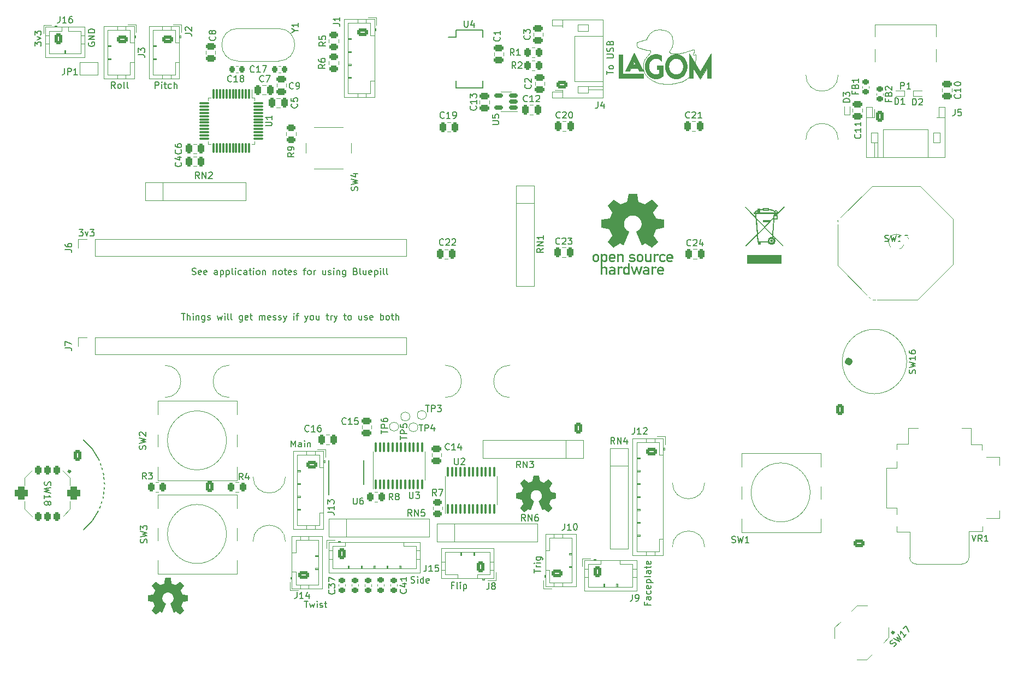
<source format=gto>
%TF.GenerationSoftware,KiCad,Pcbnew,(6.0.9)*%
%TF.CreationDate,2022-11-09T22:31:10+01:00*%
%TF.ProjectId,libre-MIG-rounded,6c696272-652d-44d4-9947-2d726f756e64,v0.1*%
%TF.SameCoordinates,Original*%
%TF.FileFunction,Legend,Top*%
%TF.FilePolarity,Positive*%
%FSLAX46Y46*%
G04 Gerber Fmt 4.6, Leading zero omitted, Abs format (unit mm)*
G04 Created by KiCad (PCBNEW (6.0.9)) date 2022-11-09 22:31:10*
%MOMM*%
%LPD*%
G01*
G04 APERTURE LIST*
G04 Aperture macros list*
%AMRoundRect*
0 Rectangle with rounded corners*
0 $1 Rounding radius*
0 $2 $3 $4 $5 $6 $7 $8 $9 X,Y pos of 4 corners*
0 Add a 4 corners polygon primitive as box body*
4,1,4,$2,$3,$4,$5,$6,$7,$8,$9,$2,$3,0*
0 Add four circle primitives for the rounded corners*
1,1,$1+$1,$2,$3*
1,1,$1+$1,$4,$5*
1,1,$1+$1,$6,$7*
1,1,$1+$1,$8,$9*
0 Add four rect primitives between the rounded corners*
20,1,$1+$1,$2,$3,$4,$5,0*
20,1,$1+$1,$4,$5,$6,$7,0*
20,1,$1+$1,$6,$7,$8,$9,0*
20,1,$1+$1,$8,$9,$2,$3,0*%
%AMHorizOval*
0 Thick line with rounded ends*
0 $1 width*
0 $2 $3 position (X,Y) of the first rounded end (center of the circle)*
0 $4 $5 position (X,Y) of the second rounded end (center of the circle)*
0 Add line between two ends*
20,1,$1,$2,$3,$4,$5,0*
0 Add two circle primitives to create the rounded ends*
1,1,$1,$2,$3*
1,1,$1,$4,$5*%
%AMFreePoly0*
4,1,6,1.000000,0.000000,0.500000,-0.750000,-0.500000,-0.750000,-0.500000,0.750000,0.500000,0.750000,1.000000,0.000000,1.000000,0.000000,$1*%
%AMFreePoly1*
4,1,6,0.500000,-0.750000,-0.650000,-0.750000,-0.150000,0.000000,-0.650000,0.750000,0.500000,0.750000,0.500000,-0.750000,0.500000,-0.750000,$1*%
G04 Aperture macros list end*
%ADD10C,0.100000*%
%ADD11C,0.000000*%
%ADD12C,0.200000*%
%ADD13C,0.150000*%
%ADD14C,0.120000*%
%ADD15C,1.000000*%
%ADD16C,0.310000*%
%ADD17RoundRect,0.250000X-0.262500X-0.450000X0.262500X-0.450000X0.262500X0.450000X-0.262500X0.450000X0*%
%ADD18C,3.200000*%
%ADD19C,0.500000*%
%ADD20RoundRect,0.250000X0.475000X-0.250000X0.475000X0.250000X-0.475000X0.250000X-0.475000X-0.250000X0*%
%ADD21RoundRect,0.250000X-0.475000X0.250000X-0.475000X-0.250000X0.475000X-0.250000X0.475000X0.250000X0*%
%ADD22O,3.000000X2.500000*%
%ADD23RoundRect,0.250000X-0.250000X-0.475000X0.250000X-0.475000X0.250000X0.475000X-0.250000X0.475000X0*%
%ADD24RoundRect,0.250000X-0.450000X0.262500X-0.450000X-0.262500X0.450000X-0.262500X0.450000X0.262500X0*%
%ADD25RoundRect,0.250000X0.625000X-0.350000X0.625000X0.350000X-0.625000X0.350000X-0.625000X-0.350000X0*%
%ADD26O,1.750000X1.200000*%
%ADD27C,1.000000*%
%ADD28RoundRect,0.150000X0.512500X0.150000X-0.512500X0.150000X-0.512500X-0.150000X0.512500X-0.150000X0*%
%ADD29RoundRect,0.250000X0.450000X-0.262500X0.450000X0.262500X-0.450000X0.262500X-0.450000X-0.262500X0*%
%ADD30C,0.650000*%
%ADD31R,0.600000X1.450000*%
%ADD32R,0.300000X1.450000*%
%ADD33O,1.000000X1.600000*%
%ADD34O,1.000000X2.100000*%
%ADD35RoundRect,0.250000X-0.625000X0.350000X-0.625000X-0.350000X0.625000X-0.350000X0.625000X0.350000X0*%
%ADD36R,0.360000X0.250000*%
%ADD37RoundRect,0.250000X0.262500X0.450000X-0.262500X0.450000X-0.262500X-0.450000X0.262500X-0.450000X0*%
%ADD38O,1.500000X3.000000*%
%ADD39R,1.600000X1.600000*%
%ADD40O,1.600000X1.600000*%
%ADD41RoundRect,0.225000X-0.250000X0.225000X-0.250000X-0.225000X0.250000X-0.225000X0.250000X0.225000X0*%
%ADD42RoundRect,0.250000X0.250000X0.475000X-0.250000X0.475000X-0.250000X-0.475000X0.250000X-0.475000X0*%
%ADD43C,2.000000*%
%ADD44R,0.410000X1.600000*%
%ADD45RoundRect,0.225000X-0.225000X-0.250000X0.225000X-0.250000X0.225000X0.250000X-0.225000X0.250000X0*%
%ADD46R,1.700000X1.700000*%
%ADD47O,1.700000X1.700000*%
%ADD48RoundRect,0.250000X-0.350000X-0.625000X0.350000X-0.625000X0.350000X0.625000X-0.350000X0.625000X0*%
%ADD49O,1.200000X1.750000*%
%ADD50R,1.200000X0.400000*%
%ADD51R,0.250000X0.360000*%
%ADD52C,1.500000*%
%ADD53RoundRect,0.500000X-0.500000X0.500000X-0.500000X-0.500000X0.500000X-0.500000X0.500000X0.500000X0*%
%ADD54C,0.750000*%
%ADD55RoundRect,0.250000X-0.250000X0.425000X-0.250000X-0.425000X0.250000X-0.425000X0.250000X0.425000X0*%
%ADD56RoundRect,0.100000X0.100000X-0.637500X0.100000X0.637500X-0.100000X0.637500X-0.100000X-0.637500X0*%
%ADD57RoundRect,0.075000X-0.075000X0.662500X-0.075000X-0.662500X0.075000X-0.662500X0.075000X0.662500X0*%
%ADD58RoundRect,0.075000X-0.662500X0.075000X-0.662500X-0.075000X0.662500X-0.075000X0.662500X0.075000X0*%
%ADD59FreePoly0,180.000000*%
%ADD60FreePoly1,180.000000*%
%ADD61RoundRect,0.500000X0.000000X0.707107X-0.707107X0.000000X0.000000X-0.707107X0.707107X0.000000X0*%
%ADD62RoundRect,0.250000X0.123744X0.477297X-0.477297X-0.123744X-0.123744X-0.477297X0.477297X0.123744X0*%
%ADD63C,1.600000*%
%ADD64C,4.000000*%
%ADD65C,3.500000*%
%ADD66R,2.200000X8.000000*%
%ADD67C,1.524000*%
%ADD68RoundRect,0.250000X0.350000X0.625000X-0.350000X0.625000X-0.350000X-0.625000X0.350000X-0.625000X0*%
%ADD69RoundRect,0.225000X0.225000X0.250000X-0.225000X0.250000X-0.225000X-0.250000X0.225000X-0.250000X0*%
%ADD70C,1.700000*%
%ADD71C,2.200000*%
%ADD72RoundRect,0.250000X0.194454X-0.689429X0.689429X-0.194454X-0.194454X0.689429X-0.689429X0.194454X0*%
%ADD73HorizOval,1.200000X-0.194454X0.194454X0.194454X-0.194454X0*%
G04 APERTURE END LIST*
D10*
X226166638Y-109661899D02*
X226183948Y-109665754D01*
X220880433Y-108607841D02*
X220867277Y-108590139D01*
X226279354Y-109677925D02*
X226322470Y-109679745D01*
X220932083Y-107854924D02*
X222308589Y-107488143D01*
D11*
G36*
X241478784Y-138673032D02*
G01*
X241479750Y-138661638D01*
X241481102Y-138650631D01*
X241482840Y-138640009D01*
X241484964Y-138629774D01*
X241487475Y-138619925D01*
X241490371Y-138610463D01*
X241493654Y-138601386D01*
X241497324Y-138592696D01*
X241501379Y-138584392D01*
X241505821Y-138576475D01*
X241510649Y-138568943D01*
X241515863Y-138561798D01*
X241521463Y-138555039D01*
X241527450Y-138548666D01*
X241533823Y-138542679D01*
X241540582Y-138537079D01*
X241547727Y-138531865D01*
X241555258Y-138527037D01*
X241563176Y-138522595D01*
X241571480Y-138518540D01*
X241580170Y-138514870D01*
X241589247Y-138511587D01*
X241598709Y-138508691D01*
X241608558Y-138506180D01*
X241618793Y-138504056D01*
X241629415Y-138502318D01*
X241640422Y-138500966D01*
X241651816Y-138500000D01*
X241663596Y-138499421D01*
X241675762Y-138499228D01*
X241700000Y-138500000D01*
X241711533Y-138500966D01*
X241722675Y-138502318D01*
X241733426Y-138504056D01*
X241743786Y-138506180D01*
X241753755Y-138508691D01*
X241763333Y-138511587D01*
X241772520Y-138514870D01*
X241781316Y-138518540D01*
X241789721Y-138522595D01*
X241797735Y-138527037D01*
X241805359Y-138531865D01*
X241812591Y-138537079D01*
X241819433Y-138542679D01*
X241825883Y-138548666D01*
X241831943Y-138555039D01*
X241837611Y-138561798D01*
X241842889Y-138568943D01*
X241847775Y-138576475D01*
X241852271Y-138584392D01*
X241856376Y-138592696D01*
X241860090Y-138601386D01*
X241863413Y-138610463D01*
X241866345Y-138619925D01*
X241868886Y-138629774D01*
X241871036Y-138640009D01*
X241872795Y-138650631D01*
X241874164Y-138661638D01*
X241875141Y-138673032D01*
X241875727Y-138684812D01*
X241875923Y-138696978D01*
X241875727Y-138709144D01*
X241875141Y-138720924D01*
X241874164Y-138732318D01*
X241872795Y-138743325D01*
X241871036Y-138753947D01*
X241868886Y-138764182D01*
X241866345Y-138774030D01*
X241863413Y-138783493D01*
X241860090Y-138792570D01*
X241856376Y-138801260D01*
X241852271Y-138809564D01*
X241847775Y-138817481D01*
X241842889Y-138825013D01*
X241837611Y-138832158D01*
X241831943Y-138838917D01*
X241825883Y-138845290D01*
X241819433Y-138851277D01*
X241812591Y-138856877D01*
X241805359Y-138862091D01*
X241797735Y-138866919D01*
X241789721Y-138871361D01*
X241781316Y-138875416D01*
X241772520Y-138879086D01*
X241763333Y-138882369D01*
X241753755Y-138885265D01*
X241743786Y-138887776D01*
X241733426Y-138889900D01*
X241722675Y-138891638D01*
X241711533Y-138892990D01*
X241700000Y-138893956D01*
X241688077Y-138894535D01*
X241675762Y-138894728D01*
X241663596Y-138894535D01*
X241651816Y-138893956D01*
X241640422Y-138892990D01*
X241629415Y-138891638D01*
X241618793Y-138889900D01*
X241608558Y-138887776D01*
X241598709Y-138885265D01*
X241589247Y-138882369D01*
X241580170Y-138879086D01*
X241571480Y-138875416D01*
X241563176Y-138871361D01*
X241555258Y-138866919D01*
X241547727Y-138862091D01*
X241540582Y-138856877D01*
X241533823Y-138851277D01*
X241527450Y-138845290D01*
X241521463Y-138838917D01*
X241515863Y-138832158D01*
X241510649Y-138825013D01*
X241505821Y-138817481D01*
X241501379Y-138809564D01*
X241497324Y-138801260D01*
X241493654Y-138792570D01*
X241490371Y-138783493D01*
X241487475Y-138774030D01*
X241484964Y-138764182D01*
X241482840Y-138753947D01*
X241481102Y-138743325D01*
X241479750Y-138732318D01*
X241478784Y-138720924D01*
X241478205Y-138709144D01*
X241478012Y-138696978D01*
X241646824Y-138696978D01*
X241646937Y-138700774D01*
X241647276Y-138704326D01*
X241647530Y-138706010D01*
X241647841Y-138707632D01*
X241648208Y-138709194D01*
X241648632Y-138710694D01*
X241649113Y-138712133D01*
X241649650Y-138713510D01*
X241650243Y-138714827D01*
X241650893Y-138716082D01*
X241651600Y-138717276D01*
X241652363Y-138718409D01*
X241653182Y-138719480D01*
X241654059Y-138720490D01*
X241654991Y-138721439D01*
X241655980Y-138722327D01*
X241657026Y-138723154D01*
X241658128Y-138723919D01*
X241659287Y-138724623D01*
X241660502Y-138725266D01*
X241661774Y-138725848D01*
X241663102Y-138726368D01*
X241664487Y-138726827D01*
X241665928Y-138727225D01*
X241667426Y-138727562D01*
X241668980Y-138727837D01*
X241670591Y-138728052D01*
X241672258Y-138728205D01*
X241673982Y-138728297D01*
X241675762Y-138728327D01*
X241677691Y-138728297D01*
X241679558Y-138728205D01*
X241681365Y-138728052D01*
X241683110Y-138727837D01*
X241684793Y-138727562D01*
X241686416Y-138727225D01*
X241687977Y-138726827D01*
X241689478Y-138726368D01*
X241690917Y-138725848D01*
X241692294Y-138725266D01*
X241693611Y-138724623D01*
X241694866Y-138723919D01*
X241696060Y-138723154D01*
X241697192Y-138722327D01*
X241698264Y-138721439D01*
X241699274Y-138720490D01*
X241700223Y-138719480D01*
X241701111Y-138718409D01*
X241701938Y-138717276D01*
X241702703Y-138716082D01*
X241703407Y-138714827D01*
X241704050Y-138713510D01*
X241704631Y-138712133D01*
X241705152Y-138710694D01*
X241705611Y-138709194D01*
X241706009Y-138707632D01*
X241706346Y-138706010D01*
X241706621Y-138704326D01*
X241706835Y-138702581D01*
X241706989Y-138700774D01*
X241707080Y-138698907D01*
X241707111Y-138696978D01*
X241707080Y-138695198D01*
X241706989Y-138693474D01*
X241706835Y-138691807D01*
X241706621Y-138690196D01*
X241706346Y-138688642D01*
X241706009Y-138687144D01*
X241705611Y-138685703D01*
X241705152Y-138684318D01*
X241704631Y-138682990D01*
X241704050Y-138681718D01*
X241703407Y-138680503D01*
X241702703Y-138679344D01*
X241701938Y-138678242D01*
X241701111Y-138677196D01*
X241700223Y-138676207D01*
X241699274Y-138675275D01*
X241698264Y-138674399D01*
X241697192Y-138673579D01*
X241696060Y-138672816D01*
X241694866Y-138672109D01*
X241693611Y-138671459D01*
X241692294Y-138670866D01*
X241690917Y-138670329D01*
X241689478Y-138669849D01*
X241687977Y-138669425D01*
X241686416Y-138669057D01*
X241684793Y-138668746D01*
X241683110Y-138668492D01*
X241681365Y-138668294D01*
X241679558Y-138668153D01*
X241677691Y-138668068D01*
X241675762Y-138668040D01*
X241673982Y-138668068D01*
X241672258Y-138668153D01*
X241670591Y-138668294D01*
X241668980Y-138668492D01*
X241667426Y-138668746D01*
X241665928Y-138669057D01*
X241664487Y-138669425D01*
X241663102Y-138669849D01*
X241661774Y-138670329D01*
X241660502Y-138670866D01*
X241659287Y-138671459D01*
X241658128Y-138672109D01*
X241657026Y-138672816D01*
X241655980Y-138673579D01*
X241654991Y-138674399D01*
X241654059Y-138675275D01*
X241653182Y-138676207D01*
X241652363Y-138677196D01*
X241651600Y-138678242D01*
X241650893Y-138679344D01*
X241650243Y-138680503D01*
X241649650Y-138681718D01*
X241649113Y-138682990D01*
X241648632Y-138684318D01*
X241648208Y-138685703D01*
X241647841Y-138687144D01*
X241647530Y-138688642D01*
X241647276Y-138690196D01*
X241647078Y-138691807D01*
X241646937Y-138693474D01*
X241646852Y-138695198D01*
X241646824Y-138696978D01*
X241478012Y-138696978D01*
X241478205Y-138684812D01*
X241478784Y-138673032D01*
G37*
D10*
X221805314Y-112047457D02*
X221790272Y-111949254D01*
X224985604Y-106033178D02*
X225119728Y-106063915D01*
X227112776Y-109672325D02*
X227295435Y-109663344D01*
X220925773Y-108658552D02*
X220909644Y-108642068D01*
X229659519Y-109096988D02*
X229680997Y-109119622D01*
X222946750Y-113699750D02*
X222862721Y-113642802D01*
X225926062Y-109521486D02*
X225955469Y-109548144D01*
X220961268Y-108690162D02*
X220942969Y-108674590D01*
X223697803Y-114104635D02*
X223697803Y-114104635D01*
X225425739Y-114396033D02*
X225425739Y-114396033D01*
D11*
G36*
X148499214Y-190968014D02*
G01*
X148501360Y-190968132D01*
X148503435Y-190968328D01*
X148505439Y-190968603D01*
X148507374Y-190968956D01*
X148509238Y-190969388D01*
X148511031Y-190969898D01*
X148512754Y-190970486D01*
X148514407Y-190971154D01*
X148515990Y-190971899D01*
X148517502Y-190972724D01*
X148518944Y-190973626D01*
X148520315Y-190974607D01*
X148521616Y-190975667D01*
X148522847Y-190976805D01*
X148524008Y-190978022D01*
X148525098Y-190979317D01*
X148526117Y-190980690D01*
X148527067Y-190982142D01*
X148527946Y-190983673D01*
X148528755Y-190985282D01*
X148529493Y-190986969D01*
X148530161Y-190988735D01*
X148530759Y-190990579D01*
X148531286Y-190992502D01*
X148531744Y-190994503D01*
X148532130Y-190996583D01*
X148532447Y-190998741D01*
X148532693Y-191000978D01*
X148532869Y-191003293D01*
X148532974Y-191005687D01*
X148533009Y-191008159D01*
X148684251Y-191804656D01*
X148684391Y-191809522D01*
X148684813Y-191814073D01*
X148685130Y-191816232D01*
X148685516Y-191818311D01*
X148685974Y-191820313D01*
X148686501Y-191822235D01*
X148687099Y-191824080D01*
X148687767Y-191825846D01*
X148688505Y-191827533D01*
X148689314Y-191829142D01*
X148690193Y-191830672D01*
X148691143Y-191832124D01*
X148692162Y-191833498D01*
X148693252Y-191834793D01*
X148694413Y-191836010D01*
X148695644Y-191837148D01*
X148696945Y-191838207D01*
X148698316Y-191839188D01*
X148699758Y-191840091D01*
X148701270Y-191840915D01*
X148702853Y-191841661D01*
X148704506Y-191842328D01*
X148706229Y-191842917D01*
X148708022Y-191843427D01*
X148709886Y-191843859D01*
X148711821Y-191844212D01*
X148713825Y-191844487D01*
X148715900Y-191844683D01*
X148718046Y-191844801D01*
X148720261Y-191844840D01*
X149246003Y-192071368D01*
X149300011Y-192071368D01*
X149958989Y-191596393D01*
X149963420Y-191596464D01*
X149967711Y-191596678D01*
X149971861Y-191597035D01*
X149975870Y-191597534D01*
X149979739Y-191598176D01*
X149983467Y-191598961D01*
X149987054Y-191599889D01*
X149990500Y-191600959D01*
X149993806Y-191602172D01*
X149996971Y-191603527D01*
X149999995Y-191605026D01*
X150002878Y-191606667D01*
X150005621Y-191608450D01*
X150008223Y-191610377D01*
X150010685Y-191612446D01*
X150013005Y-191614657D01*
X150574754Y-192166358D01*
X150574754Y-192224818D01*
X150124635Y-192889785D01*
X150124635Y-192948245D01*
X150369500Y-193499946D01*
X150369539Y-193502194D01*
X150369655Y-193504370D01*
X150369848Y-193506476D01*
X150370119Y-193508510D01*
X150370467Y-193510472D01*
X150370892Y-193512363D01*
X150371395Y-193514183D01*
X150371976Y-193515932D01*
X150372633Y-193517609D01*
X150373368Y-193519214D01*
X150374181Y-193520749D01*
X150375070Y-193522212D01*
X150376037Y-193523603D01*
X150377082Y-193524923D01*
X150378204Y-193526172D01*
X150379403Y-193527349D01*
X150380680Y-193528455D01*
X150382034Y-193529490D01*
X150383465Y-193530453D01*
X150384974Y-193531345D01*
X150386560Y-193532166D01*
X150388223Y-193532915D01*
X150389964Y-193533593D01*
X150391783Y-193534200D01*
X150393678Y-193534735D01*
X150395652Y-193535198D01*
X150397702Y-193535591D01*
X150399830Y-193535912D01*
X150402035Y-193536162D01*
X150404318Y-193536340D01*
X150406678Y-193536447D01*
X150409116Y-193536483D01*
X151158097Y-193668017D01*
X151160313Y-193668057D01*
X151162458Y-193668174D01*
X151164533Y-193668371D01*
X151166538Y-193668645D01*
X151168472Y-193668999D01*
X151170336Y-193669430D01*
X151172130Y-193669941D01*
X151173853Y-193670529D01*
X151175506Y-193671197D01*
X151177088Y-193671943D01*
X151178600Y-193672767D01*
X151180042Y-193673670D01*
X151181414Y-193674651D01*
X151182715Y-193675711D01*
X151183946Y-193676849D01*
X151185106Y-193678066D01*
X151186196Y-193679362D01*
X151187216Y-193680736D01*
X151188165Y-193682188D01*
X151189044Y-193683719D01*
X151189853Y-193685329D01*
X151190592Y-193687017D01*
X151191260Y-193688783D01*
X151191858Y-193690628D01*
X151192385Y-193692552D01*
X151192842Y-193694554D01*
X151193229Y-193696635D01*
X151193545Y-193698794D01*
X151193791Y-193701032D01*
X151193967Y-193703348D01*
X151194073Y-193705743D01*
X151194108Y-193708217D01*
X151194108Y-194504710D01*
X151193967Y-194509576D01*
X151193545Y-194514129D01*
X151193229Y-194516287D01*
X151192842Y-194518367D01*
X151192385Y-194520368D01*
X151191858Y-194522291D01*
X151191260Y-194524136D01*
X151190592Y-194525902D01*
X151189853Y-194527589D01*
X151189044Y-194529198D01*
X151188165Y-194530728D01*
X151187216Y-194532180D01*
X151186196Y-194533554D01*
X151185106Y-194534849D01*
X151183946Y-194536065D01*
X151182715Y-194537203D01*
X151181414Y-194538263D01*
X151180042Y-194539244D01*
X151178600Y-194540146D01*
X151177088Y-194540970D01*
X151175506Y-194541716D01*
X151173853Y-194542383D01*
X151172130Y-194542971D01*
X151170336Y-194543482D01*
X151168472Y-194543913D01*
X151166538Y-194544266D01*
X151164533Y-194544541D01*
X151162458Y-194544737D01*
X151160313Y-194544855D01*
X151158097Y-194544894D01*
X150427106Y-194698352D01*
X150422308Y-194698495D01*
X150417820Y-194698923D01*
X150415692Y-194699244D01*
X150413642Y-194699636D01*
X150411669Y-194700100D01*
X150409773Y-194700635D01*
X150407954Y-194701242D01*
X150406214Y-194701919D01*
X150404550Y-194702669D01*
X150402964Y-194703489D01*
X150401455Y-194704381D01*
X150400024Y-194705344D01*
X150398670Y-194706379D01*
X150397393Y-194707485D01*
X150396194Y-194708663D01*
X150395072Y-194709911D01*
X150394027Y-194711232D01*
X150393060Y-194712623D01*
X150392171Y-194714086D01*
X150391358Y-194715620D01*
X150390623Y-194717226D01*
X150389966Y-194718903D01*
X150389385Y-194720651D01*
X150388883Y-194722471D01*
X150388457Y-194724362D01*
X150388109Y-194726325D01*
X150387838Y-194728359D01*
X150387645Y-194730464D01*
X150387529Y-194732641D01*
X150387490Y-194734889D01*
X150146226Y-195323131D01*
X150146226Y-195381587D01*
X150574735Y-196010020D01*
X150574735Y-196046557D01*
X150012986Y-196616527D01*
X150011190Y-196618296D01*
X150009400Y-196619951D01*
X150007618Y-196621492D01*
X150005842Y-196622919D01*
X150004074Y-196624232D01*
X150002312Y-196625430D01*
X150000558Y-196626515D01*
X149998810Y-196627485D01*
X149997070Y-196628341D01*
X149995336Y-196629083D01*
X149993610Y-196629711D01*
X149991890Y-196630225D01*
X149990178Y-196630624D01*
X149988472Y-196630910D01*
X149986774Y-196631081D01*
X149985082Y-196631138D01*
X149983398Y-196631081D01*
X149981720Y-196630910D01*
X149980050Y-196630624D01*
X149978386Y-196630225D01*
X149976730Y-196629711D01*
X149975080Y-196629083D01*
X149973438Y-196628341D01*
X149971802Y-196627485D01*
X149970174Y-196626515D01*
X149968552Y-196625430D01*
X149966938Y-196624232D01*
X149965330Y-196622919D01*
X149963730Y-196621492D01*
X149962136Y-196619951D01*
X149960549Y-196618296D01*
X149958970Y-196616527D01*
X149357617Y-196200000D01*
X149300000Y-196200000D01*
X149040730Y-196349799D01*
X149035933Y-196349728D01*
X149031445Y-196349514D01*
X149027266Y-196349157D01*
X149023397Y-196348657D01*
X149019838Y-196348015D01*
X149016588Y-196347229D01*
X149013648Y-196346302D01*
X149011018Y-196345231D01*
X149008697Y-196344018D01*
X149006685Y-196342662D01*
X149004983Y-196341163D01*
X149004248Y-196340360D01*
X149003590Y-196339522D01*
X149003010Y-196338648D01*
X149002507Y-196337738D01*
X149002082Y-196336793D01*
X149001734Y-196335812D01*
X149001463Y-196334795D01*
X149001269Y-196333742D01*
X149001153Y-196332654D01*
X149001115Y-196331531D01*
X148439366Y-194983333D01*
X148439437Y-194978394D01*
X148439648Y-194973626D01*
X148439999Y-194969030D01*
X148440492Y-194964605D01*
X148441125Y-194960352D01*
X148441899Y-194956269D01*
X148442813Y-194952359D01*
X148443868Y-194948619D01*
X148445064Y-194945051D01*
X148446401Y-194941655D01*
X148447878Y-194938429D01*
X148449495Y-194935375D01*
X148451253Y-194932493D01*
X148453152Y-194929781D01*
X148455192Y-194927241D01*
X148457372Y-194924872D01*
X148532990Y-194888335D01*
X148543797Y-194877372D01*
X148546556Y-194873719D01*
X148549426Y-194870067D01*
X148552408Y-194866414D01*
X148555502Y-194862761D01*
X148558709Y-194859107D01*
X148562027Y-194855453D01*
X148565458Y-194851798D01*
X148569001Y-194848144D01*
X148593371Y-194832837D01*
X148616967Y-194817059D01*
X148639790Y-194800811D01*
X148661839Y-194784091D01*
X148683114Y-194766900D01*
X148703616Y-194749239D01*
X148723344Y-194731106D01*
X148742298Y-194712503D01*
X148760479Y-194693428D01*
X148777886Y-194673882D01*
X148794519Y-194653866D01*
X148810379Y-194633378D01*
X148825465Y-194612420D01*
X148839778Y-194590990D01*
X148853316Y-194569090D01*
X148866082Y-194546719D01*
X148878073Y-194523876D01*
X148889291Y-194500563D01*
X148899735Y-194476778D01*
X148909406Y-194452523D01*
X148918302Y-194427797D01*
X148926426Y-194402600D01*
X148933775Y-194376931D01*
X148940351Y-194350792D01*
X148946154Y-194324182D01*
X148951182Y-194297101D01*
X148955437Y-194269549D01*
X148958919Y-194241526D01*
X148961626Y-194213032D01*
X148963560Y-194184067D01*
X148965108Y-194124724D01*
X148964137Y-194079025D01*
X148961225Y-194034182D01*
X148956373Y-193990195D01*
X148949579Y-193947065D01*
X148940844Y-193904791D01*
X148930168Y-193863373D01*
X148917550Y-193822812D01*
X148902992Y-193783107D01*
X148886493Y-193744258D01*
X148868052Y-193706266D01*
X148847670Y-193669130D01*
X148825347Y-193632850D01*
X148801084Y-193597427D01*
X148774878Y-193562860D01*
X148746732Y-193529149D01*
X148716645Y-193496295D01*
X148685123Y-193464439D01*
X148652673Y-193434638D01*
X148619294Y-193406892D01*
X148584986Y-193381202D01*
X148549751Y-193357567D01*
X148513587Y-193335988D01*
X148476494Y-193316464D01*
X148438473Y-193298995D01*
X148399524Y-193283581D01*
X148359646Y-193270222D01*
X148318839Y-193258919D01*
X148277104Y-193249671D01*
X148234441Y-193242478D01*
X148190849Y-193237340D01*
X148146329Y-193234257D01*
X148100880Y-193233230D01*
X148057148Y-193234257D01*
X148014175Y-193237340D01*
X147971962Y-193242478D01*
X147930508Y-193249671D01*
X147889815Y-193258919D01*
X147849881Y-193270222D01*
X147810707Y-193283581D01*
X147772292Y-193298995D01*
X147734638Y-193316464D01*
X147697742Y-193335988D01*
X147661607Y-193357567D01*
X147626231Y-193381202D01*
X147591614Y-193406892D01*
X147557757Y-193434638D01*
X147524660Y-193464439D01*
X147492322Y-193496295D01*
X147461797Y-193529149D01*
X147433242Y-193562860D01*
X147406656Y-193597427D01*
X147382040Y-193632850D01*
X147359393Y-193669130D01*
X147338715Y-193706266D01*
X147320007Y-193744258D01*
X147303268Y-193783107D01*
X147288498Y-193822812D01*
X147275698Y-193863373D01*
X147264866Y-193904791D01*
X147256005Y-193947065D01*
X147249112Y-193990195D01*
X147244189Y-194034182D01*
X147241235Y-194079025D01*
X147240250Y-194124724D01*
X147241784Y-194184068D01*
X147246383Y-194241527D01*
X147254049Y-194297103D01*
X147264782Y-194350794D01*
X147278580Y-194402602D01*
X147295446Y-194452526D01*
X147315377Y-194500566D01*
X147338375Y-194546721D01*
X147364440Y-194590993D01*
X147393571Y-194633381D01*
X147425768Y-194673885D01*
X147461032Y-194712505D01*
X147499362Y-194749240D01*
X147540759Y-194784092D01*
X147585223Y-194817060D01*
X147632752Y-194848144D01*
X147635510Y-194851796D01*
X147638381Y-194855448D01*
X147641363Y-194859101D01*
X147644457Y-194862755D01*
X147647664Y-194866408D01*
X147650982Y-194870063D01*
X147654413Y-194873717D01*
X147657956Y-194877372D01*
X147672356Y-194888335D01*
X147744374Y-194924872D01*
X147746990Y-194927241D01*
X147749438Y-194929781D01*
X147751717Y-194932493D01*
X147753826Y-194935376D01*
X147755767Y-194938430D01*
X147757539Y-194941656D01*
X147759143Y-194945053D01*
X147760577Y-194948621D01*
X147761843Y-194952360D01*
X147762940Y-194956271D01*
X147763868Y-194960353D01*
X147764627Y-194964607D01*
X147765217Y-194969031D01*
X147765639Y-194973627D01*
X147765892Y-194978394D01*
X147765977Y-194983333D01*
X147222234Y-196331531D01*
X147219899Y-196333742D01*
X147217395Y-196335812D01*
X147214723Y-196337738D01*
X147211882Y-196339522D01*
X147208872Y-196341163D01*
X147205693Y-196342662D01*
X147202345Y-196344018D01*
X147198828Y-196345231D01*
X147195142Y-196346302D01*
X147191288Y-196347229D01*
X147187265Y-196348015D01*
X147183073Y-196348657D01*
X147178712Y-196349157D01*
X147174182Y-196349514D01*
X147169484Y-196349728D01*
X147164616Y-196349799D01*
X146901765Y-196200000D01*
X146847756Y-196200000D01*
X146246396Y-196616515D01*
X146244599Y-196618284D01*
X146242809Y-196619940D01*
X146241027Y-196621481D01*
X146239251Y-196622908D01*
X146237482Y-196624220D01*
X146235720Y-196625419D01*
X146233966Y-196626503D01*
X146232218Y-196627474D01*
X146230477Y-196628330D01*
X146228744Y-196629072D01*
X146227017Y-196629699D01*
X146225298Y-196630213D01*
X146223585Y-196630613D01*
X146221880Y-196630898D01*
X146220181Y-196631069D01*
X146218489Y-196631126D01*
X146216805Y-196631069D01*
X146215127Y-196630898D01*
X146213457Y-196630613D01*
X146211794Y-196630213D01*
X146210137Y-196629699D01*
X146208488Y-196629072D01*
X146206845Y-196628330D01*
X146205210Y-196627474D01*
X146203582Y-196626503D01*
X146201960Y-196625419D01*
X146200346Y-196624220D01*
X146198739Y-196622908D01*
X146197138Y-196621481D01*
X146195545Y-196619940D01*
X146193959Y-196618284D01*
X146192380Y-196616515D01*
X145627030Y-196046546D01*
X145627030Y-196010009D01*
X146059140Y-195381576D01*
X146059140Y-195323119D01*
X145814278Y-194734885D01*
X145814138Y-194730460D01*
X145813962Y-194728355D01*
X145813716Y-194726321D01*
X145813399Y-194724358D01*
X145813013Y-194722467D01*
X145812556Y-194720648D01*
X145812028Y-194718899D01*
X145811430Y-194717222D01*
X145810762Y-194715616D01*
X145810024Y-194714082D01*
X145809215Y-194712619D01*
X145808336Y-194711228D01*
X145807387Y-194709908D01*
X145806367Y-194708659D01*
X145805277Y-194707481D01*
X145804116Y-194706375D01*
X145802885Y-194705341D01*
X145801584Y-194704377D01*
X145800213Y-194703485D01*
X145798771Y-194702665D01*
X145797259Y-194701916D01*
X145795676Y-194701238D01*
X145794023Y-194700631D01*
X145792300Y-194700096D01*
X145790507Y-194699632D01*
X145788643Y-194699240D01*
X145786708Y-194698919D01*
X145784704Y-194698669D01*
X145782629Y-194698491D01*
X145780483Y-194698384D01*
X145778268Y-194698348D01*
X145047272Y-194544890D01*
X145045057Y-194544851D01*
X145042912Y-194544733D01*
X145040837Y-194544537D01*
X145038833Y-194544262D01*
X145036899Y-194543909D01*
X145035035Y-194543477D01*
X145033242Y-194542967D01*
X145031519Y-194542379D01*
X145029866Y-194541711D01*
X145028284Y-194540966D01*
X145026772Y-194540141D01*
X145025330Y-194539239D01*
X145023959Y-194538258D01*
X145022658Y-194537198D01*
X145021427Y-194536060D01*
X145020267Y-194534843D01*
X145019177Y-194533548D01*
X145018157Y-194532175D01*
X145017208Y-194530723D01*
X145016329Y-194529192D01*
X145015520Y-194527583D01*
X145014782Y-194525896D01*
X145014114Y-194524130D01*
X145013516Y-194522286D01*
X145012988Y-194520363D01*
X145012531Y-194518362D01*
X145012145Y-194516282D01*
X145011828Y-194514124D01*
X145011582Y-194511887D01*
X145011406Y-194509572D01*
X145011301Y-194507178D01*
X145011266Y-194504706D01*
X145011266Y-193708209D01*
X145011406Y-193703341D01*
X145011828Y-193698788D01*
X145012145Y-193696629D01*
X145012531Y-193694548D01*
X145012988Y-193692546D01*
X145013516Y-193690623D01*
X145014114Y-193688778D01*
X145014782Y-193687012D01*
X145015520Y-193685324D01*
X145016329Y-193683714D01*
X145017208Y-193682183D01*
X145018157Y-193680731D01*
X145019177Y-193679357D01*
X145020267Y-193678062D01*
X145021427Y-193676845D01*
X145022658Y-193675707D01*
X145023959Y-193674647D01*
X145025330Y-193673666D01*
X145026772Y-193672763D01*
X145028284Y-193671939D01*
X145029866Y-193671193D01*
X145031519Y-193670526D01*
X145033242Y-193669937D01*
X145035035Y-193669427D01*
X145036899Y-193668995D01*
X145038833Y-193668642D01*
X145040837Y-193668367D01*
X145042912Y-193668171D01*
X145045057Y-193668053D01*
X145047272Y-193668014D01*
X145796273Y-193536483D01*
X145797638Y-193536447D01*
X145799030Y-193536340D01*
X145801900Y-193535912D01*
X145804882Y-193535198D01*
X145807976Y-193534200D01*
X145811183Y-193532915D01*
X145814503Y-193531345D01*
X145817935Y-193529490D01*
X145821479Y-193527349D01*
X145825136Y-193524923D01*
X145828906Y-193522212D01*
X145832788Y-193519214D01*
X145836782Y-193515932D01*
X145840890Y-193512363D01*
X145845109Y-193508510D01*
X145849442Y-193504370D01*
X145853886Y-193499946D01*
X146077145Y-192948245D01*
X146077145Y-192889785D01*
X145627026Y-192224818D01*
X145627026Y-192166358D01*
X146192380Y-191614657D01*
X146194700Y-191612446D01*
X146197162Y-191610377D01*
X146199764Y-191608450D01*
X146202506Y-191606667D01*
X146205390Y-191605026D01*
X146208414Y-191603527D01*
X146211579Y-191602172D01*
X146214885Y-191600959D01*
X146218331Y-191599889D01*
X146221918Y-191598961D01*
X146225646Y-191598176D01*
X146229514Y-191597534D01*
X146233524Y-191597035D01*
X146237674Y-191596678D01*
X146241964Y-191596464D01*
X146246396Y-191596393D01*
X146901772Y-192071368D01*
X146959386Y-192071368D01*
X147485127Y-191844840D01*
X147487343Y-191844801D01*
X147489488Y-191844683D01*
X147491562Y-191844487D01*
X147493567Y-191844212D01*
X147495501Y-191843859D01*
X147497365Y-191843427D01*
X147499158Y-191842917D01*
X147500881Y-191842328D01*
X147502534Y-191841661D01*
X147504117Y-191840915D01*
X147505629Y-191840091D01*
X147507071Y-191839188D01*
X147508442Y-191838207D01*
X147509743Y-191837148D01*
X147510974Y-191836010D01*
X147512135Y-191834793D01*
X147513225Y-191833498D01*
X147514245Y-191832124D01*
X147515194Y-191830672D01*
X147516074Y-191829142D01*
X147516883Y-191827533D01*
X147517621Y-191825846D01*
X147518289Y-191824080D01*
X147518887Y-191822235D01*
X147519415Y-191820313D01*
X147519872Y-191818311D01*
X147520259Y-191816232D01*
X147520575Y-191814073D01*
X147520821Y-191811837D01*
X147520997Y-191809522D01*
X147521103Y-191807128D01*
X147521138Y-191804656D01*
X147672379Y-191008159D01*
X147672520Y-191003293D01*
X147672942Y-190998741D01*
X147673258Y-190996583D01*
X147673645Y-190994503D01*
X147674102Y-190992502D01*
X147674630Y-190990579D01*
X147675227Y-190988735D01*
X147675895Y-190986969D01*
X147676634Y-190985282D01*
X147677443Y-190983673D01*
X147678322Y-190982142D01*
X147679271Y-190980690D01*
X147680291Y-190979317D01*
X147681381Y-190978022D01*
X147682541Y-190976805D01*
X147683772Y-190975667D01*
X147685073Y-190974607D01*
X147686445Y-190973626D01*
X147687887Y-190972724D01*
X147689399Y-190971899D01*
X147690981Y-190971154D01*
X147692634Y-190970486D01*
X147694357Y-190969898D01*
X147696151Y-190969388D01*
X147698015Y-190968956D01*
X147699949Y-190968603D01*
X147701954Y-190968328D01*
X147704029Y-190968132D01*
X147706174Y-190968014D01*
X147708390Y-190967975D01*
X148496999Y-190967975D01*
X148499214Y-190968014D01*
G37*
D10*
X222773230Y-109182583D02*
X222757649Y-109176665D01*
X226180959Y-106896690D02*
X226212168Y-106972324D01*
X221823269Y-112144023D02*
X221805314Y-112047457D01*
X225968763Y-109114024D02*
X225876678Y-109254912D01*
X222909135Y-109515933D02*
X222912709Y-109507608D01*
X226149816Y-109657536D02*
X226166638Y-109661899D01*
X221151909Y-108795576D02*
X221123426Y-108784448D01*
X227679121Y-109608378D02*
X227875444Y-109566292D01*
X221771787Y-111406192D02*
X221784036Y-111308874D01*
X220814477Y-108496527D02*
X220806250Y-108476925D01*
X227485001Y-109641378D02*
X227679121Y-109608378D01*
X220834531Y-107938663D02*
X220851437Y-107918476D01*
X222350728Y-109115090D02*
X222177387Y-109087288D01*
X226201790Y-109669117D02*
X226239244Y-109674421D01*
X225467891Y-106186050D02*
X225567020Y-106235688D01*
X229609116Y-111996185D02*
X229542408Y-112216611D01*
X222829967Y-106543205D02*
X222886906Y-106485441D01*
X225567020Y-106235688D02*
X225658259Y-106289263D01*
X224953498Y-114371699D02*
X224723976Y-114350742D01*
X222281654Y-113119570D02*
X222215817Y-113036076D01*
X220762120Y-108312883D02*
X220755731Y-108270596D01*
X220868136Y-107900923D02*
X220884159Y-107886067D01*
X229630477Y-109079523D02*
X229659519Y-109096988D01*
X222483603Y-113335810D02*
X222416803Y-113269847D01*
D11*
G36*
X223639392Y-140880924D02*
G01*
X223646237Y-140872295D01*
X223653347Y-140863940D01*
X223660723Y-140855860D01*
X223668363Y-140848053D01*
X223676269Y-140840520D01*
X223684440Y-140833261D01*
X223692875Y-140826276D01*
X223701576Y-140819565D01*
X223719773Y-140806964D01*
X223739030Y-140795459D01*
X223759348Y-140785050D01*
X223780726Y-140775736D01*
X223803164Y-140767518D01*
X223826662Y-140760396D01*
X223851221Y-140754369D01*
X223876839Y-140749438D01*
X223903518Y-140745603D01*
X223931258Y-140742864D01*
X223960057Y-140741220D01*
X223989917Y-140740672D01*
X224004869Y-140741010D01*
X224020041Y-140742021D01*
X224035435Y-140743707D01*
X224051048Y-140746067D01*
X224066883Y-140749101D01*
X224082938Y-140752810D01*
X224099214Y-140757193D01*
X224115711Y-140762250D01*
X224132429Y-140767982D01*
X224149367Y-140774388D01*
X224166526Y-140781468D01*
X224183906Y-140789223D01*
X224201507Y-140797651D01*
X224219328Y-140806755D01*
X224237370Y-140816532D01*
X224255633Y-140826984D01*
X224046443Y-141053546D01*
X224035931Y-141043096D01*
X224025596Y-141033319D01*
X224015437Y-141024217D01*
X224005455Y-141015788D01*
X223995649Y-141008034D01*
X223986020Y-141000954D01*
X223976568Y-140994548D01*
X223967292Y-140988816D01*
X223958193Y-140983758D01*
X223949270Y-140979374D01*
X223940525Y-140975665D01*
X223931956Y-140972630D01*
X223923563Y-140970270D01*
X223915348Y-140968584D01*
X223907309Y-140967572D01*
X223899447Y-140967235D01*
X223883447Y-140967509D01*
X223867955Y-140968331D01*
X223852971Y-140969700D01*
X223838494Y-140971618D01*
X223824526Y-140974083D01*
X223811066Y-140977097D01*
X223798113Y-140980658D01*
X223785669Y-140984767D01*
X223773732Y-140989424D01*
X223762304Y-140994629D01*
X223751383Y-141000381D01*
X223740970Y-141006682D01*
X223731066Y-141013530D01*
X223721669Y-141020926D01*
X223712780Y-141028870D01*
X223704399Y-141037362D01*
X223696526Y-141046402D01*
X223689161Y-141055990D01*
X223682304Y-141066125D01*
X223675955Y-141076808D01*
X223670114Y-141088039D01*
X223664781Y-141099818D01*
X223659955Y-141112145D01*
X223655638Y-141125020D01*
X223651828Y-141138442D01*
X223648527Y-141152412D01*
X223645733Y-141166930D01*
X223643448Y-141181996D01*
X223641670Y-141197610D01*
X223640400Y-141213771D01*
X223639638Y-141230480D01*
X223639384Y-141247737D01*
X223639384Y-141975978D01*
X223373675Y-141975955D01*
X223373675Y-140740672D01*
X223639392Y-140740672D01*
X223639392Y-140880924D01*
G37*
D10*
X229695580Y-109146917D02*
X229703937Y-109178363D01*
X229776392Y-109857046D02*
X229846555Y-109827090D01*
X222862721Y-113642802D02*
X222781271Y-113584393D01*
X224349612Y-105968511D02*
X224524221Y-105975306D01*
G36*
X218584870Y-112825548D02*
G01*
X221782995Y-112825548D01*
X221782995Y-113484755D01*
X217996813Y-113484755D01*
X217996813Y-109833770D01*
X218584870Y-109833770D01*
X218584870Y-112825548D01*
G37*
X218584870Y-112825548D02*
X221782995Y-112825548D01*
X221782995Y-113484755D01*
X217996813Y-113484755D01*
X217996813Y-109833770D01*
X218584870Y-109833770D01*
X218584870Y-112825548D01*
D11*
G36*
X224847658Y-140741437D02*
G01*
X224879570Y-140743776D01*
X224911085Y-140747674D01*
X224942202Y-140753131D01*
X224972922Y-140760148D01*
X225003244Y-140768724D01*
X225033168Y-140778860D01*
X225062696Y-140790554D01*
X225091825Y-140803808D01*
X225120557Y-140818622D01*
X225148892Y-140834995D01*
X225176829Y-140852927D01*
X225204369Y-140872418D01*
X225231511Y-140893469D01*
X225258255Y-140916080D01*
X225284602Y-140940250D01*
X225081073Y-141107471D01*
X225068108Y-141090486D01*
X225054658Y-141074598D01*
X225040722Y-141059805D01*
X225026300Y-141046108D01*
X225011393Y-141033506D01*
X224995999Y-141022001D01*
X224980120Y-141011591D01*
X224963756Y-141002277D01*
X224946905Y-140994058D01*
X224929569Y-140986936D01*
X224911748Y-140980909D01*
X224893441Y-140975978D01*
X224874648Y-140972143D01*
X224855369Y-140969404D01*
X224835606Y-140967760D01*
X224815356Y-140967212D01*
X224795182Y-140967597D01*
X224775649Y-140968750D01*
X224756756Y-140970673D01*
X224738503Y-140973365D01*
X224720891Y-140976826D01*
X224703919Y-140981056D01*
X224687587Y-140986055D01*
X224671896Y-140991824D01*
X224656846Y-140998361D01*
X224642435Y-141005668D01*
X224628666Y-141013744D01*
X224615536Y-141022588D01*
X224603048Y-141032202D01*
X224591199Y-141042585D01*
X224579991Y-141053738D01*
X224569424Y-141065659D01*
X224559497Y-141078349D01*
X224550210Y-141091809D01*
X224541564Y-141106037D01*
X224533558Y-141121035D01*
X224526193Y-141136802D01*
X224519468Y-141153337D01*
X224513384Y-141170642D01*
X224507940Y-141188716D01*
X224503136Y-141207559D01*
X224498973Y-141227172D01*
X224495451Y-141247553D01*
X224492569Y-141268703D01*
X224490327Y-141290623D01*
X224488726Y-141313311D01*
X224487765Y-141336769D01*
X224487445Y-141360996D01*
X224488726Y-141408681D01*
X224492569Y-141453290D01*
X224498973Y-141494823D01*
X224503136Y-141514436D01*
X224507940Y-141533279D01*
X224513384Y-141551354D01*
X224519468Y-141568659D01*
X224526193Y-141585195D01*
X224533558Y-141600962D01*
X224541564Y-141615960D01*
X224550210Y-141630189D01*
X224559497Y-141643648D01*
X224569424Y-141656339D01*
X224579991Y-141668260D01*
X224591199Y-141679413D01*
X224603048Y-141689796D01*
X224615536Y-141699410D01*
X224628666Y-141708255D01*
X224642435Y-141716331D01*
X224656846Y-141723637D01*
X224671896Y-141730175D01*
X224687587Y-141735943D01*
X224703919Y-141740943D01*
X224720891Y-141745173D01*
X224738503Y-141748634D01*
X224756756Y-141751326D01*
X224775649Y-141753249D01*
X224795182Y-141754402D01*
X224815356Y-141754787D01*
X224834282Y-141754239D01*
X224852899Y-141752595D01*
X224871206Y-141749856D01*
X224889205Y-141746021D01*
X224906894Y-141741090D01*
X224924275Y-141735063D01*
X224941346Y-141727940D01*
X224958108Y-141719722D01*
X224974561Y-141710408D01*
X224990705Y-141699998D01*
X225006539Y-141688493D01*
X225022065Y-141675891D01*
X225037281Y-141662194D01*
X225052187Y-141647401D01*
X225066785Y-141631512D01*
X225081073Y-141614528D01*
X225081073Y-141614536D01*
X225284602Y-141781757D01*
X225260244Y-141809192D01*
X225235223Y-141834857D01*
X225209539Y-141858752D01*
X225183192Y-141880878D01*
X225156183Y-141901234D01*
X225128511Y-141919819D01*
X225100176Y-141936635D01*
X225071178Y-141951681D01*
X225041519Y-141964957D01*
X225011196Y-141976463D01*
X224980211Y-141986199D01*
X224948563Y-141994165D01*
X224916253Y-142000361D01*
X224883281Y-142004786D01*
X224849646Y-142007442D01*
X224815349Y-142008327D01*
X224779174Y-142007695D01*
X224744147Y-142005798D01*
X224710269Y-142002637D01*
X224677540Y-141998212D01*
X224645958Y-141992523D01*
X224615526Y-141985569D01*
X224586241Y-141977351D01*
X224558105Y-141967869D01*
X224531118Y-141957123D01*
X224505279Y-141945112D01*
X224480588Y-141931836D01*
X224457046Y-141917297D01*
X224434652Y-141901493D01*
X224413407Y-141884425D01*
X224393310Y-141866093D01*
X224374361Y-141846496D01*
X224356561Y-141825635D01*
X224339909Y-141803510D01*
X224324406Y-141780120D01*
X224310051Y-141755466D01*
X224296844Y-141729548D01*
X224284786Y-141702365D01*
X224273876Y-141673918D01*
X224264115Y-141644207D01*
X224255502Y-141613232D01*
X224248038Y-141580992D01*
X224241721Y-141547488D01*
X224236554Y-141512720D01*
X224232534Y-141476687D01*
X224229663Y-141439390D01*
X224227941Y-141400829D01*
X224227367Y-141361003D01*
X224229663Y-141285884D01*
X224232534Y-141250142D01*
X224236554Y-141215611D01*
X224241721Y-141182292D01*
X224248038Y-141150184D01*
X224255502Y-141119288D01*
X224264115Y-141089604D01*
X224273876Y-141061131D01*
X224284786Y-141033870D01*
X224296844Y-141007820D01*
X224310051Y-140982982D01*
X224324406Y-140959356D01*
X224339909Y-140936941D01*
X224356561Y-140915737D01*
X224374361Y-140895746D01*
X224393310Y-140876965D01*
X224413407Y-140859397D01*
X224434652Y-140843040D01*
X224457046Y-140827895D01*
X224480588Y-140813961D01*
X224505279Y-140801239D01*
X224531118Y-140789728D01*
X224558105Y-140779429D01*
X224586241Y-140770342D01*
X224615526Y-140762467D01*
X224645958Y-140755803D01*
X224677540Y-140750350D01*
X224710269Y-140746110D01*
X224744147Y-140743080D01*
X224779174Y-140741263D01*
X224815349Y-140740657D01*
X224847658Y-140741437D01*
G37*
D10*
X222393442Y-107219163D02*
X222463525Y-107072889D01*
X222628122Y-106794818D02*
X222724038Y-106665168D01*
X229706738Y-109213453D02*
X229704652Y-109251678D01*
X226356779Y-108163306D02*
X226345688Y-108241175D01*
D11*
G36*
X216427041Y-143533686D02*
G01*
X216429195Y-143512551D01*
X216432209Y-143492133D01*
X216436085Y-143472431D01*
X216440822Y-143453445D01*
X216446421Y-143435176D01*
X216452880Y-143417623D01*
X216460202Y-143400787D01*
X216468384Y-143384667D01*
X216477428Y-143369264D01*
X216487333Y-143354577D01*
X216498099Y-143340607D01*
X216509726Y-143327353D01*
X216522215Y-143314815D01*
X216535565Y-143302994D01*
X216549777Y-143291889D01*
X216564850Y-143281501D01*
X216580784Y-143271829D01*
X216597579Y-143262874D01*
X216615236Y-143254635D01*
X216633754Y-143247113D01*
X216653133Y-143240307D01*
X216673374Y-143234217D01*
X216694476Y-143228844D01*
X216716439Y-143224187D01*
X216739263Y-143220247D01*
X216762949Y-143217023D01*
X216787496Y-143214515D01*
X216812905Y-143212724D01*
X216839174Y-143211650D01*
X216866305Y-143211292D01*
X217222476Y-143211292D01*
X217222476Y-143103404D01*
X217222217Y-143092784D01*
X217221438Y-143082501D01*
X217220141Y-143072555D01*
X217218324Y-143062946D01*
X217215989Y-143053674D01*
X217213135Y-143044740D01*
X217209761Y-143036142D01*
X217205869Y-143027882D01*
X217201458Y-143019959D01*
X217196528Y-143012373D01*
X217191079Y-143005124D01*
X217185110Y-142998212D01*
X217178623Y-142991638D01*
X217171617Y-142985401D01*
X217164092Y-142979500D01*
X217156048Y-142973937D01*
X217147485Y-142968711D01*
X217138403Y-142963823D01*
X217128802Y-142959271D01*
X217118682Y-142955057D01*
X217108043Y-142951179D01*
X217096885Y-142947639D01*
X217085208Y-142944436D01*
X217073012Y-142941571D01*
X217060297Y-142939042D01*
X217047063Y-142936850D01*
X217033310Y-142934996D01*
X217019038Y-142933479D01*
X217004247Y-142932299D01*
X216988937Y-142931456D01*
X216973108Y-142930950D01*
X216956760Y-142930782D01*
X216935846Y-142931119D01*
X216915507Y-142932131D01*
X216895743Y-142933817D01*
X216876552Y-142936177D01*
X216857936Y-142939212D01*
X216839893Y-142942921D01*
X216822425Y-142947305D01*
X216805531Y-142952362D01*
X216789210Y-142958094D01*
X216773464Y-142964500D01*
X216758292Y-142971581D01*
X216743694Y-142979335D01*
X216729671Y-142987763D01*
X216716221Y-142996866D01*
X216703345Y-143006642D01*
X216691043Y-143017093D01*
X216487514Y-142876842D01*
X216505801Y-142856592D01*
X216525326Y-142837649D01*
X216546086Y-142820012D01*
X216568083Y-142803681D01*
X216591317Y-142788657D01*
X216615787Y-142774939D01*
X216641493Y-142762527D01*
X216668436Y-142751422D01*
X216696616Y-142741623D01*
X216726032Y-142733131D01*
X216756685Y-142725945D01*
X216788574Y-142720066D01*
X216821701Y-142715493D01*
X216856064Y-142712226D01*
X216891664Y-142710266D01*
X216928500Y-142709613D01*
X216996279Y-142711151D01*
X217059684Y-142715766D01*
X217118717Y-142723457D01*
X217173377Y-142734225D01*
X217223664Y-142748069D01*
X217269578Y-142764990D01*
X217290895Y-142774604D01*
X217311119Y-142784987D01*
X217330250Y-142796139D01*
X217348288Y-142808060D01*
X217365232Y-142820750D01*
X217381083Y-142834210D01*
X217395841Y-142848438D01*
X217409506Y-142863436D01*
X217422078Y-142879203D01*
X217433556Y-142895739D01*
X217443942Y-142913043D01*
X217453234Y-142931117D01*
X217461433Y-142949961D01*
X217468538Y-142969573D01*
X217474551Y-142989954D01*
X217479470Y-143011104D01*
X217483296Y-143033024D01*
X217486029Y-143055712D01*
X217487669Y-143079170D01*
X217488216Y-143103397D01*
X217488216Y-143944919D01*
X217222476Y-143944919D01*
X217222476Y-143831630D01*
X217217712Y-143840259D01*
X217212605Y-143848615D01*
X217207156Y-143856696D01*
X217201364Y-143864503D01*
X217195230Y-143872037D01*
X217188754Y-143879296D01*
X217181936Y-143886282D01*
X217174776Y-143892993D01*
X217167273Y-143899431D01*
X217159427Y-143905595D01*
X217151240Y-143911484D01*
X217142710Y-143917100D01*
X217133838Y-143922442D01*
X217124623Y-143927510D01*
X217115067Y-143932304D01*
X217105167Y-143936824D01*
X217094926Y-143941070D01*
X217084342Y-143945042D01*
X217073416Y-143948741D01*
X217062148Y-143952165D01*
X217050537Y-143955315D01*
X217038584Y-143958192D01*
X217026289Y-143960794D01*
X217013651Y-143963123D01*
X217000671Y-143965177D01*
X216987349Y-143966958D01*
X216959677Y-143969697D01*
X216930636Y-143971341D01*
X216900226Y-143971889D01*
X216842717Y-143970351D01*
X216788919Y-143965736D01*
X216738832Y-143958045D01*
X216715179Y-143953045D01*
X216692454Y-143947277D01*
X216670656Y-143940739D01*
X216649787Y-143933433D01*
X216629844Y-143925357D01*
X216610829Y-143916512D01*
X216592742Y-143906898D01*
X216575582Y-143896515D01*
X216559350Y-143885363D01*
X216544046Y-143873442D01*
X216529668Y-143860752D01*
X216516219Y-143847292D01*
X216503697Y-143833064D01*
X216492103Y-143818066D01*
X216481436Y-143802299D01*
X216471696Y-143785763D01*
X216462885Y-143768459D01*
X216455000Y-143750384D01*
X216448044Y-143731541D01*
X216442015Y-143711929D01*
X216436913Y-143691548D01*
X216432739Y-143670398D01*
X216429493Y-143648478D01*
X216427174Y-143625790D01*
X216425783Y-143602332D01*
X216425319Y-143578105D01*
X216691035Y-143578105D01*
X216691267Y-143588393D01*
X216691963Y-143598355D01*
X216693122Y-143607990D01*
X216694746Y-143617298D01*
X216696833Y-143626280D01*
X216699384Y-143634935D01*
X216702398Y-143643264D01*
X216705877Y-143651266D01*
X216709819Y-143658941D01*
X216714225Y-143666290D01*
X216719095Y-143673312D01*
X216724428Y-143680008D01*
X216730226Y-143686377D01*
X216736487Y-143692420D01*
X216743212Y-143698136D01*
X216750401Y-143703525D01*
X216758053Y-143708588D01*
X216766169Y-143713324D01*
X216774749Y-143717733D01*
X216783793Y-143721816D01*
X216793301Y-143725572D01*
X216803272Y-143729002D01*
X216813707Y-143732105D01*
X216824606Y-143734881D01*
X216835969Y-143737331D01*
X216847795Y-143739454D01*
X216860085Y-143741251D01*
X216872839Y-143742721D01*
X216886057Y-143743864D01*
X216899738Y-143744681D01*
X216913884Y-143745171D01*
X216928493Y-143745334D01*
X216964093Y-143744470D01*
X216997396Y-143741878D01*
X217028402Y-143737558D01*
X217057111Y-143731510D01*
X217083524Y-143723734D01*
X217095869Y-143719198D01*
X217107640Y-143714230D01*
X217118837Y-143708830D01*
X217129459Y-143702998D01*
X217139507Y-143696735D01*
X217148981Y-143690039D01*
X217157881Y-143682911D01*
X217166207Y-143675352D01*
X217173958Y-143667360D01*
X217181135Y-143658937D01*
X217187738Y-143650081D01*
X217193767Y-143640794D01*
X217199222Y-143631075D01*
X217204102Y-143620923D01*
X217208409Y-143610340D01*
X217212141Y-143599325D01*
X217215299Y-143587878D01*
X217217883Y-143576000D01*
X217219892Y-143563689D01*
X217221328Y-143550946D01*
X217222189Y-143537772D01*
X217222476Y-143524165D01*
X217222476Y-143437846D01*
X216900226Y-143437846D01*
X216874894Y-143438394D01*
X216851197Y-143440038D01*
X216829135Y-143442777D01*
X216808706Y-143446613D01*
X216789912Y-143451544D01*
X216772751Y-143457570D01*
X216764784Y-143460995D01*
X216757226Y-143464693D01*
X216750075Y-143468665D01*
X216743334Y-143472911D01*
X216737001Y-143477431D01*
X216731076Y-143482225D01*
X216725561Y-143487293D01*
X216720453Y-143492635D01*
X216715755Y-143498251D01*
X216711465Y-143504141D01*
X216707583Y-143510304D01*
X216704110Y-143516742D01*
X216701046Y-143523454D01*
X216698390Y-143530439D01*
X216696143Y-143537699D01*
X216694304Y-143545232D01*
X216692874Y-143553039D01*
X216691853Y-143561121D01*
X216691240Y-143569476D01*
X216691035Y-143578105D01*
X216425319Y-143578105D01*
X216425749Y-143555537D01*
X216427041Y-143533686D01*
G37*
D10*
X227295435Y-109663344D02*
X227485001Y-109641378D01*
X222053478Y-110542561D02*
X222124343Y-110426166D01*
X229507721Y-109061199D02*
X229547026Y-109062131D01*
D11*
G36*
X213906005Y-141287437D02*
G01*
X213908765Y-141252100D01*
X213912630Y-141217732D01*
X213917599Y-141184333D01*
X213923672Y-141151903D01*
X213930849Y-141120442D01*
X213939131Y-141089951D01*
X213948517Y-141060429D01*
X213959007Y-141031876D01*
X213970601Y-141004292D01*
X213983300Y-140977678D01*
X213997103Y-140952033D01*
X214012011Y-140927358D01*
X214028022Y-140903652D01*
X214045138Y-140880916D01*
X214063976Y-140863933D01*
X214083741Y-140848045D01*
X214104433Y-140833253D01*
X214126054Y-140819557D01*
X214148602Y-140806956D01*
X214172077Y-140795451D01*
X214196481Y-140785042D01*
X214221811Y-140775729D01*
X214248070Y-140767511D01*
X214275256Y-140760388D01*
X214303369Y-140754362D01*
X214332411Y-140749431D01*
X214362379Y-140745596D01*
X214393275Y-140742856D01*
X214425099Y-140741213D01*
X214457851Y-140740665D01*
X214491796Y-140741213D01*
X214524371Y-140742856D01*
X214555578Y-140745596D01*
X214585415Y-140749431D01*
X214613883Y-140754362D01*
X214640981Y-140760388D01*
X214666710Y-140767511D01*
X214691070Y-140775729D01*
X214714060Y-140785042D01*
X214735681Y-140795451D01*
X214755932Y-140806956D01*
X214774815Y-140819557D01*
X214792328Y-140833253D01*
X214808471Y-140848045D01*
X214823245Y-140863933D01*
X214836650Y-140880916D01*
X214854449Y-140899228D01*
X214871101Y-140919099D01*
X214886604Y-140940530D01*
X214900958Y-140963519D01*
X214914165Y-140988068D01*
X214926223Y-141014177D01*
X214937133Y-141041844D01*
X214946895Y-141071071D01*
X214955508Y-141101857D01*
X214962973Y-141134202D01*
X214969289Y-141168107D01*
X214974458Y-141203571D01*
X214978477Y-141240594D01*
X214981348Y-141279176D01*
X214983071Y-141319318D01*
X214983645Y-141361018D01*
X214983071Y-141403330D01*
X214981348Y-141443956D01*
X214978477Y-141482896D01*
X214974458Y-141520150D01*
X214969289Y-141555719D01*
X214962973Y-141589602D01*
X214955508Y-141621799D01*
X214946895Y-141652311D01*
X214937133Y-141681137D01*
X214926223Y-141708277D01*
X214914165Y-141733732D01*
X214900958Y-141757500D01*
X214886604Y-141779584D01*
X214871101Y-141799981D01*
X214854449Y-141818693D01*
X214836650Y-141835719D01*
X214829434Y-141846340D01*
X214821920Y-141856623D01*
X214814108Y-141866569D01*
X214805998Y-141876178D01*
X214797589Y-141885450D01*
X214788882Y-141894384D01*
X214779878Y-141902982D01*
X214770575Y-141911242D01*
X214760973Y-141919165D01*
X214751074Y-141926751D01*
X214740877Y-141934000D01*
X214730381Y-141940911D01*
X214719587Y-141947486D01*
X214708495Y-141953723D01*
X214697105Y-141959623D01*
X214685416Y-141965186D01*
X214673430Y-141970412D01*
X214661145Y-141975301D01*
X214648562Y-141979853D01*
X214635681Y-141984067D01*
X214622502Y-141987944D01*
X214609024Y-141991484D01*
X214581175Y-141997553D01*
X214552133Y-142002273D01*
X214521898Y-142005645D01*
X214490471Y-142007668D01*
X214457851Y-142008342D01*
X214427749Y-142007668D01*
X214398222Y-142005645D01*
X214369270Y-142002273D01*
X214340892Y-141997553D01*
X214313088Y-141991484D01*
X214285858Y-141984067D01*
X214259202Y-141975301D01*
X214233121Y-141965186D01*
X214207614Y-141953723D01*
X214182681Y-141940911D01*
X214158322Y-141926751D01*
X214134537Y-141911242D01*
X214111326Y-141894384D01*
X214088690Y-141876178D01*
X214066627Y-141856623D01*
X214045138Y-141835719D01*
X214028022Y-141814269D01*
X214012011Y-141791723D01*
X213997103Y-141768081D01*
X213983300Y-141743343D01*
X213970601Y-141717509D01*
X213959007Y-141690580D01*
X213948517Y-141662555D01*
X213939131Y-141633434D01*
X213930849Y-141603217D01*
X213923672Y-141571904D01*
X213917599Y-141539496D01*
X213912630Y-141505992D01*
X213908765Y-141471392D01*
X213906005Y-141435697D01*
X213904348Y-141398906D01*
X213903796Y-141361018D01*
X214163867Y-141361018D01*
X214164198Y-141383080D01*
X214165192Y-141404763D01*
X214166848Y-141426066D01*
X214169167Y-141446990D01*
X214172149Y-141467534D01*
X214175793Y-141487699D01*
X214180099Y-141507485D01*
X214185068Y-141526891D01*
X214190700Y-141545918D01*
X214196994Y-141564566D01*
X214203951Y-141582835D01*
X214211571Y-141600724D01*
X214219853Y-141618235D01*
X214228798Y-141635366D01*
X214238405Y-141652118D01*
X214248675Y-141668491D01*
X214251276Y-141673801D01*
X214254130Y-141678942D01*
X214257238Y-141683915D01*
X214260601Y-141688720D01*
X214264217Y-141693356D01*
X214268087Y-141697823D01*
X214272211Y-141702122D01*
X214276589Y-141706252D01*
X214281221Y-141710213D01*
X214286107Y-141714006D01*
X214291247Y-141717631D01*
X214296641Y-141721087D01*
X214302289Y-141724374D01*
X214308191Y-141727493D01*
X214314347Y-141730443D01*
X214320757Y-141733224D01*
X214327421Y-141735837D01*
X214334339Y-141738282D01*
X214341511Y-141740557D01*
X214348936Y-141742664D01*
X214356616Y-141744603D01*
X214364550Y-141746373D01*
X214372738Y-141747975D01*
X214381180Y-141749408D01*
X214389876Y-141750672D01*
X214398825Y-141751768D01*
X214417487Y-141753453D01*
X214437165Y-141754465D01*
X214457858Y-141754802D01*
X214477203Y-141754465D01*
X214495665Y-141753453D01*
X214513244Y-141751768D01*
X214529940Y-141749408D01*
X214545752Y-141746373D01*
X214560681Y-141742664D01*
X214574727Y-141738282D01*
X214587890Y-141733224D01*
X214600169Y-141727493D01*
X214611565Y-141721087D01*
X214622077Y-141714006D01*
X214631706Y-141706252D01*
X214640452Y-141697823D01*
X214648314Y-141688720D01*
X214655292Y-141678942D01*
X214661388Y-141668491D01*
X214668918Y-141657175D01*
X214675963Y-141644806D01*
X214682521Y-141631383D01*
X214688594Y-141616907D01*
X214694182Y-141601377D01*
X214699283Y-141584793D01*
X214703898Y-141567156D01*
X214708028Y-141548466D01*
X214711672Y-141528722D01*
X214714830Y-141507925D01*
X214717502Y-141486074D01*
X214719688Y-141463170D01*
X214721388Y-141439212D01*
X214722603Y-141414201D01*
X214723332Y-141388136D01*
X214723575Y-141361018D01*
X214723332Y-141333372D01*
X214722603Y-141307073D01*
X214721388Y-141282124D01*
X214719688Y-141258524D01*
X214717502Y-141236272D01*
X214714830Y-141215368D01*
X214711672Y-141195814D01*
X214708028Y-141177608D01*
X214703898Y-141160750D01*
X214699283Y-141145242D01*
X214694182Y-141131082D01*
X214688594Y-141118270D01*
X214682521Y-141106807D01*
X214675963Y-141096692D01*
X214668918Y-141087926D01*
X214661388Y-141080509D01*
X214657766Y-141073539D01*
X214653967Y-141066790D01*
X214649992Y-141060263D01*
X214645841Y-141053957D01*
X214641512Y-141047873D01*
X214637007Y-141042010D01*
X214632326Y-141036368D01*
X214627467Y-141030947D01*
X214622432Y-141025747D01*
X214617220Y-141020769D01*
X214611832Y-141016012D01*
X214606267Y-141011477D01*
X214600525Y-141007162D01*
X214594606Y-141003069D01*
X214588511Y-140999197D01*
X214582239Y-140995547D01*
X214575791Y-140992117D01*
X214569165Y-140988909D01*
X214562363Y-140985922D01*
X214555385Y-140983157D01*
X214548229Y-140980612D01*
X214540897Y-140978289D01*
X214533389Y-140976188D01*
X214525703Y-140974307D01*
X214517841Y-140972648D01*
X214509802Y-140971210D01*
X214501587Y-140969993D01*
X214493194Y-140968997D01*
X214484625Y-140968223D01*
X214475880Y-140967670D01*
X214457858Y-140967227D01*
X214438491Y-140967670D01*
X214419963Y-140968997D01*
X214402273Y-140971210D01*
X214385423Y-140974307D01*
X214369412Y-140978289D01*
X214354240Y-140983157D01*
X214339907Y-140988909D01*
X214326413Y-140995547D01*
X214313759Y-141003069D01*
X214301943Y-141011477D01*
X214290967Y-141020769D01*
X214280830Y-141030947D01*
X214271533Y-141042010D01*
X214263074Y-141053957D01*
X214255455Y-141066790D01*
X214248675Y-141080509D01*
X214238405Y-141091087D01*
X214228798Y-141102593D01*
X214219853Y-141115026D01*
X214211571Y-141128386D01*
X214203951Y-141142673D01*
X214196994Y-141157888D01*
X214190700Y-141174029D01*
X214185068Y-141191098D01*
X214180099Y-141209093D01*
X214175793Y-141228016D01*
X214172149Y-141247865D01*
X214169167Y-141268642D01*
X214166848Y-141290346D01*
X214165192Y-141312976D01*
X214164198Y-141336534D01*
X214163867Y-141361018D01*
X213903796Y-141361018D01*
X213904348Y-141323743D01*
X213906005Y-141287437D01*
G37*
D10*
G36*
X223794662Y-109758773D02*
G01*
X223851806Y-109761947D01*
X223908538Y-109767201D01*
X223964814Y-109774506D01*
X224020586Y-109783830D01*
X224075808Y-109795146D01*
X224130434Y-109808422D01*
X224184417Y-109823629D01*
X224237710Y-109840738D01*
X224290269Y-109859719D01*
X224342045Y-109880542D01*
X224392993Y-109903178D01*
X224443066Y-109927596D01*
X224492218Y-109953767D01*
X224540403Y-109981662D01*
X224587574Y-110011250D01*
X224587574Y-110847934D01*
X224547460Y-110796791D01*
X224505205Y-110748033D01*
X224460897Y-110701785D01*
X224414620Y-110658174D01*
X224366462Y-110617326D01*
X224316508Y-110579368D01*
X224264844Y-110544426D01*
X224211557Y-110512626D01*
X224156732Y-110484094D01*
X224100457Y-110458956D01*
X224042816Y-110437340D01*
X223983897Y-110419371D01*
X223923785Y-110405175D01*
X223862566Y-110394878D01*
X223800327Y-110388608D01*
X223737153Y-110386490D01*
X223679398Y-110388212D01*
X223622377Y-110393320D01*
X223566163Y-110401719D01*
X223510828Y-110413319D01*
X223456443Y-110428028D01*
X223403082Y-110445753D01*
X223350815Y-110466404D01*
X223299716Y-110489887D01*
X223249856Y-110516110D01*
X223201306Y-110544983D01*
X223154140Y-110576413D01*
X223108430Y-110610308D01*
X223064246Y-110646577D01*
X223021662Y-110685126D01*
X222980750Y-110725865D01*
X222941581Y-110768702D01*
X222904227Y-110813544D01*
X222868762Y-110860300D01*
X222835256Y-110908877D01*
X222803781Y-110959184D01*
X222774411Y-111011129D01*
X222747216Y-111064620D01*
X222722270Y-111119565D01*
X222699643Y-111175872D01*
X222679409Y-111233449D01*
X222661638Y-111292205D01*
X222646404Y-111352047D01*
X222633778Y-111412883D01*
X222623833Y-111474622D01*
X222616640Y-111537171D01*
X222612271Y-111600439D01*
X222610798Y-111664334D01*
X222612271Y-111729004D01*
X222616640Y-111792712D01*
X222623833Y-111855386D01*
X222633778Y-111916953D01*
X222646404Y-111977344D01*
X222661638Y-112036485D01*
X222679409Y-112094306D01*
X222699643Y-112150735D01*
X222722270Y-112205702D01*
X222747216Y-112259133D01*
X222774411Y-112310958D01*
X222803781Y-112361105D01*
X222835255Y-112409503D01*
X222868761Y-112456080D01*
X222904227Y-112500765D01*
X222941580Y-112543486D01*
X222980749Y-112584172D01*
X223021662Y-112622751D01*
X223064246Y-112659152D01*
X223108429Y-112693303D01*
X223154140Y-112725133D01*
X223201306Y-112754570D01*
X223249855Y-112781543D01*
X223299715Y-112805980D01*
X223350815Y-112827810D01*
X223403081Y-112846961D01*
X223456443Y-112863362D01*
X223510827Y-112876942D01*
X223566163Y-112887628D01*
X223622377Y-112895350D01*
X223679398Y-112900035D01*
X223737153Y-112901613D01*
X223773464Y-112900963D01*
X223809451Y-112899028D01*
X223845106Y-112895830D01*
X223880423Y-112891392D01*
X223915395Y-112885735D01*
X223950016Y-112878883D01*
X223984279Y-112870857D01*
X224018178Y-112861679D01*
X224051706Y-112851373D01*
X224084856Y-112839960D01*
X224117622Y-112827462D01*
X224149996Y-112813902D01*
X224181973Y-112799303D01*
X224213546Y-112783685D01*
X224244708Y-112767073D01*
X224275453Y-112749487D01*
X224275453Y-112146060D01*
X223900001Y-112146060D01*
X223900000Y-111481784D01*
X224863508Y-111481784D01*
X224863508Y-113089230D01*
X224806430Y-113142994D01*
X224747204Y-113193935D01*
X224685912Y-113241964D01*
X224622631Y-113286993D01*
X224557442Y-113328931D01*
X224490424Y-113367690D01*
X224421657Y-113403181D01*
X224351220Y-113435314D01*
X224279193Y-113464001D01*
X224205655Y-113489152D01*
X224130686Y-113510678D01*
X224054365Y-113528490D01*
X223976772Y-113542499D01*
X223897986Y-113552616D01*
X223818086Y-113558752D01*
X223737153Y-113560817D01*
X223649917Y-113558355D01*
X223563845Y-113551050D01*
X223479045Y-113539019D01*
X223395620Y-113522380D01*
X223313676Y-113501250D01*
X223233318Y-113475748D01*
X223154651Y-113445992D01*
X223077781Y-113412099D01*
X223002813Y-113374188D01*
X222929851Y-113332377D01*
X222859002Y-113286782D01*
X222790370Y-113237523D01*
X222724061Y-113184717D01*
X222660179Y-113128482D01*
X222598830Y-113068936D01*
X222540119Y-113006197D01*
X222484152Y-112940383D01*
X222431032Y-112871611D01*
X222380867Y-112800001D01*
X222333760Y-112725668D01*
X222289818Y-112648733D01*
X222249144Y-112569311D01*
X222211845Y-112487523D01*
X222178026Y-112403484D01*
X222147791Y-112317313D01*
X222121247Y-112229129D01*
X222098497Y-112139049D01*
X222079648Y-112047190D01*
X222064805Y-111953671D01*
X222054072Y-111858611D01*
X222047555Y-111762125D01*
X222045360Y-111664334D01*
X222047555Y-111565621D01*
X222054072Y-111468272D01*
X222064805Y-111372403D01*
X222079648Y-111278130D01*
X222098497Y-111185570D01*
X222121247Y-111094837D01*
X222147791Y-111006049D01*
X222178026Y-110919321D01*
X222211845Y-110834769D01*
X222249144Y-110752510D01*
X222289817Y-110672660D01*
X222333760Y-110595334D01*
X222380867Y-110520648D01*
X222431032Y-110448720D01*
X222484151Y-110379664D01*
X222540119Y-110313596D01*
X222598829Y-110250634D01*
X222660178Y-110190893D01*
X222724060Y-110134489D01*
X222790370Y-110081537D01*
X222859002Y-110032155D01*
X222929851Y-109986458D01*
X223002812Y-109944563D01*
X223077781Y-109906584D01*
X223154651Y-109872639D01*
X223233317Y-109842844D01*
X223313675Y-109817314D01*
X223395619Y-109796165D01*
X223479044Y-109779515D01*
X223563845Y-109767477D01*
X223649917Y-109760170D01*
X223737153Y-109757708D01*
X223794662Y-109758773D01*
G37*
X223794662Y-109758773D02*
X223851806Y-109761947D01*
X223908538Y-109767201D01*
X223964814Y-109774506D01*
X224020586Y-109783830D01*
X224075808Y-109795146D01*
X224130434Y-109808422D01*
X224184417Y-109823629D01*
X224237710Y-109840738D01*
X224290269Y-109859719D01*
X224342045Y-109880542D01*
X224392993Y-109903178D01*
X224443066Y-109927596D01*
X224492218Y-109953767D01*
X224540403Y-109981662D01*
X224587574Y-110011250D01*
X224587574Y-110847934D01*
X224547460Y-110796791D01*
X224505205Y-110748033D01*
X224460897Y-110701785D01*
X224414620Y-110658174D01*
X224366462Y-110617326D01*
X224316508Y-110579368D01*
X224264844Y-110544426D01*
X224211557Y-110512626D01*
X224156732Y-110484094D01*
X224100457Y-110458956D01*
X224042816Y-110437340D01*
X223983897Y-110419371D01*
X223923785Y-110405175D01*
X223862566Y-110394878D01*
X223800327Y-110388608D01*
X223737153Y-110386490D01*
X223679398Y-110388212D01*
X223622377Y-110393320D01*
X223566163Y-110401719D01*
X223510828Y-110413319D01*
X223456443Y-110428028D01*
X223403082Y-110445753D01*
X223350815Y-110466404D01*
X223299716Y-110489887D01*
X223249856Y-110516110D01*
X223201306Y-110544983D01*
X223154140Y-110576413D01*
X223108430Y-110610308D01*
X223064246Y-110646577D01*
X223021662Y-110685126D01*
X222980750Y-110725865D01*
X222941581Y-110768702D01*
X222904227Y-110813544D01*
X222868762Y-110860300D01*
X222835256Y-110908877D01*
X222803781Y-110959184D01*
X222774411Y-111011129D01*
X222747216Y-111064620D01*
X222722270Y-111119565D01*
X222699643Y-111175872D01*
X222679409Y-111233449D01*
X222661638Y-111292205D01*
X222646404Y-111352047D01*
X222633778Y-111412883D01*
X222623833Y-111474622D01*
X222616640Y-111537171D01*
X222612271Y-111600439D01*
X222610798Y-111664334D01*
X222612271Y-111729004D01*
X222616640Y-111792712D01*
X222623833Y-111855386D01*
X222633778Y-111916953D01*
X222646404Y-111977344D01*
X222661638Y-112036485D01*
X222679409Y-112094306D01*
X222699643Y-112150735D01*
X222722270Y-112205702D01*
X222747216Y-112259133D01*
X222774411Y-112310958D01*
X222803781Y-112361105D01*
X222835255Y-112409503D01*
X222868761Y-112456080D01*
X222904227Y-112500765D01*
X222941580Y-112543486D01*
X222980749Y-112584172D01*
X223021662Y-112622751D01*
X223064246Y-112659152D01*
X223108429Y-112693303D01*
X223154140Y-112725133D01*
X223201306Y-112754570D01*
X223249855Y-112781543D01*
X223299715Y-112805980D01*
X223350815Y-112827810D01*
X223403081Y-112846961D01*
X223456443Y-112863362D01*
X223510827Y-112876942D01*
X223566163Y-112887628D01*
X223622377Y-112895350D01*
X223679398Y-112900035D01*
X223737153Y-112901613D01*
X223773464Y-112900963D01*
X223809451Y-112899028D01*
X223845106Y-112895830D01*
X223880423Y-112891392D01*
X223915395Y-112885735D01*
X223950016Y-112878883D01*
X223984279Y-112870857D01*
X224018178Y-112861679D01*
X224051706Y-112851373D01*
X224084856Y-112839960D01*
X224117622Y-112827462D01*
X224149996Y-112813902D01*
X224181973Y-112799303D01*
X224213546Y-112783685D01*
X224244708Y-112767073D01*
X224275453Y-112749487D01*
X224275453Y-112146060D01*
X223900001Y-112146060D01*
X223900000Y-111481784D01*
X224863508Y-111481784D01*
X224863508Y-113089230D01*
X224806430Y-113142994D01*
X224747204Y-113193935D01*
X224685912Y-113241964D01*
X224622631Y-113286993D01*
X224557442Y-113328931D01*
X224490424Y-113367690D01*
X224421657Y-113403181D01*
X224351220Y-113435314D01*
X224279193Y-113464001D01*
X224205655Y-113489152D01*
X224130686Y-113510678D01*
X224054365Y-113528490D01*
X223976772Y-113542499D01*
X223897986Y-113552616D01*
X223818086Y-113558752D01*
X223737153Y-113560817D01*
X223649917Y-113558355D01*
X223563845Y-113551050D01*
X223479045Y-113539019D01*
X223395620Y-113522380D01*
X223313676Y-113501250D01*
X223233318Y-113475748D01*
X223154651Y-113445992D01*
X223077781Y-113412099D01*
X223002813Y-113374188D01*
X222929851Y-113332377D01*
X222859002Y-113286782D01*
X222790370Y-113237523D01*
X222724061Y-113184717D01*
X222660179Y-113128482D01*
X222598830Y-113068936D01*
X222540119Y-113006197D01*
X222484152Y-112940383D01*
X222431032Y-112871611D01*
X222380867Y-112800001D01*
X222333760Y-112725668D01*
X222289818Y-112648733D01*
X222249144Y-112569311D01*
X222211845Y-112487523D01*
X222178026Y-112403484D01*
X222147791Y-112317313D01*
X222121247Y-112229129D01*
X222098497Y-112139049D01*
X222079648Y-112047190D01*
X222064805Y-111953671D01*
X222054072Y-111858611D01*
X222047555Y-111762125D01*
X222045360Y-111664334D01*
X222047555Y-111565621D01*
X222054072Y-111468272D01*
X222064805Y-111372403D01*
X222079648Y-111278130D01*
X222098497Y-111185570D01*
X222121247Y-111094837D01*
X222147791Y-111006049D01*
X222178026Y-110919321D01*
X222211845Y-110834769D01*
X222249144Y-110752510D01*
X222289817Y-110672660D01*
X222333760Y-110595334D01*
X222380867Y-110520648D01*
X222431032Y-110448720D01*
X222484151Y-110379664D01*
X222540119Y-110313596D01*
X222598829Y-110250634D01*
X222660178Y-110190893D01*
X222724060Y-110134489D01*
X222790370Y-110081537D01*
X222859002Y-110032155D01*
X222929851Y-109986458D01*
X223002812Y-109944563D01*
X223077781Y-109906584D01*
X223154651Y-109872639D01*
X223233317Y-109842844D01*
X223313675Y-109817314D01*
X223395619Y-109796165D01*
X223479044Y-109779515D01*
X223563845Y-109767477D01*
X223649917Y-109760170D01*
X223737153Y-109757708D01*
X223794662Y-109758773D01*
X220750598Y-108228117D02*
X220750598Y-108228117D01*
X222274200Y-107520823D02*
X222330567Y-107368832D01*
X225864294Y-109459217D02*
X225895787Y-109491882D01*
X224233728Y-105968522D02*
X224349612Y-105968511D01*
X225824509Y-109357894D02*
X225819928Y-109377765D01*
X225951172Y-106536647D02*
X226008105Y-106605189D01*
G36*
X225175298Y-111468272D02*
G01*
X225186031Y-111372403D01*
X225200874Y-111278130D01*
X225219723Y-111185570D01*
X225242473Y-111094837D01*
X225269017Y-111006049D01*
X225299252Y-110919321D01*
X225333071Y-110834769D01*
X225370370Y-110752510D01*
X225411043Y-110672660D01*
X225454986Y-110595334D01*
X225502093Y-110520648D01*
X225552258Y-110448720D01*
X225605377Y-110379664D01*
X225661345Y-110313596D01*
X225720056Y-110250634D01*
X225781404Y-110190893D01*
X225845286Y-110134489D01*
X225911596Y-110081537D01*
X225980228Y-110032155D01*
X226051077Y-109986458D01*
X226124038Y-109944563D01*
X226199007Y-109906584D01*
X226275877Y-109872639D01*
X226354543Y-109842844D01*
X226434901Y-109817314D01*
X226516845Y-109796165D01*
X226600270Y-109779515D01*
X226685071Y-109767477D01*
X226771143Y-109760170D01*
X226858380Y-109757708D01*
X226946438Y-109760170D01*
X227033280Y-109767477D01*
X227118802Y-109779515D01*
X227202900Y-109796165D01*
X227285471Y-109817314D01*
X227366410Y-109842844D01*
X227445616Y-109872639D01*
X227522983Y-109906584D01*
X227598409Y-109944563D01*
X227671790Y-109986458D01*
X227743022Y-110032155D01*
X227812002Y-110081537D01*
X227878627Y-110134489D01*
X227942792Y-110190893D01*
X228004395Y-110250634D01*
X228063331Y-110313596D01*
X228119498Y-110379664D01*
X228172791Y-110448720D01*
X228223108Y-110520648D01*
X228270344Y-110595334D01*
X228314396Y-110672660D01*
X228355161Y-110752510D01*
X228392535Y-110834769D01*
X228426414Y-110919321D01*
X228456695Y-111006049D01*
X228483275Y-111094837D01*
X228506050Y-111185570D01*
X228524916Y-111278130D01*
X228539769Y-111372403D01*
X228550507Y-111468272D01*
X228557026Y-111565621D01*
X228559222Y-111664334D01*
X228557026Y-111762125D01*
X228550507Y-111858610D01*
X228539769Y-111953671D01*
X228524916Y-112047190D01*
X228506050Y-112139048D01*
X228483275Y-112229128D01*
X228456695Y-112317313D01*
X228426414Y-112403483D01*
X228392535Y-112487522D01*
X228355161Y-112569311D01*
X228314396Y-112648732D01*
X228270344Y-112725668D01*
X228223108Y-112800000D01*
X228172791Y-112871611D01*
X228119498Y-112940382D01*
X228063331Y-113006197D01*
X228004395Y-113068936D01*
X227942792Y-113128482D01*
X227878627Y-113184717D01*
X227812002Y-113237523D01*
X227743022Y-113286782D01*
X227671790Y-113332376D01*
X227598409Y-113374188D01*
X227522983Y-113412099D01*
X227445616Y-113445992D01*
X227366410Y-113475748D01*
X227285471Y-113501250D01*
X227202900Y-113522380D01*
X227118802Y-113539019D01*
X227033280Y-113551050D01*
X226946438Y-113558355D01*
X226858380Y-113560817D01*
X226771143Y-113558355D01*
X226685072Y-113551050D01*
X226600271Y-113539019D01*
X226516846Y-113522380D01*
X226434902Y-113501250D01*
X226354544Y-113475748D01*
X226275877Y-113445992D01*
X226199007Y-113412099D01*
X226124039Y-113374188D01*
X226051078Y-113332377D01*
X225980228Y-113286782D01*
X225911596Y-113237523D01*
X225845287Y-113184717D01*
X225781405Y-113128482D01*
X225720056Y-113068936D01*
X225661345Y-113006197D01*
X225605378Y-112940383D01*
X225552259Y-112871611D01*
X225502093Y-112800001D01*
X225454986Y-112725668D01*
X225411044Y-112648733D01*
X225370370Y-112569311D01*
X225333071Y-112487523D01*
X225299252Y-112403484D01*
X225269017Y-112317313D01*
X225242473Y-112229129D01*
X225219723Y-112139049D01*
X225200874Y-112047190D01*
X225186031Y-111953671D01*
X225175298Y-111858611D01*
X225168781Y-111762125D01*
X225166586Y-111664334D01*
X225732025Y-111664334D01*
X225733497Y-111729004D01*
X225737866Y-111792712D01*
X225745059Y-111855386D01*
X225755004Y-111916953D01*
X225767630Y-111977344D01*
X225782864Y-112036485D01*
X225800635Y-112094306D01*
X225820869Y-112150735D01*
X225843496Y-112205702D01*
X225868442Y-112259133D01*
X225895637Y-112310958D01*
X225925007Y-112361105D01*
X225956481Y-112409503D01*
X225989987Y-112456080D01*
X226025453Y-112500765D01*
X226062806Y-112543486D01*
X226101975Y-112584172D01*
X226142888Y-112622751D01*
X226185472Y-112659152D01*
X226229655Y-112693303D01*
X226275366Y-112725133D01*
X226322532Y-112754570D01*
X226371081Y-112781543D01*
X226420941Y-112805980D01*
X226472041Y-112827810D01*
X226524307Y-112846961D01*
X226577669Y-112863362D01*
X226632054Y-112876942D01*
X226687389Y-112887628D01*
X226743603Y-112895350D01*
X226800624Y-112900035D01*
X226858380Y-112901613D01*
X226915313Y-112900035D01*
X226971563Y-112895350D01*
X227027057Y-112887628D01*
X227081719Y-112876942D01*
X227135477Y-112863362D01*
X227188257Y-112846961D01*
X227239985Y-112827810D01*
X227290587Y-112805980D01*
X227339990Y-112781543D01*
X227388120Y-112754570D01*
X227434903Y-112725133D01*
X227480265Y-112693303D01*
X227524134Y-112659152D01*
X227566434Y-112622751D01*
X227607093Y-112584172D01*
X227646036Y-112543486D01*
X227683191Y-112500765D01*
X227718482Y-112456080D01*
X227751837Y-112409503D01*
X227783182Y-112361105D01*
X227812443Y-112310958D01*
X227839546Y-112259133D01*
X227864418Y-112205702D01*
X227886984Y-112150735D01*
X227907172Y-112094306D01*
X227924907Y-112036485D01*
X227940116Y-111977344D01*
X227952725Y-111916953D01*
X227962661Y-111855386D01*
X227969849Y-111792712D01*
X227974216Y-111729004D01*
X227975688Y-111664334D01*
X227974216Y-111600439D01*
X227969849Y-111537171D01*
X227962661Y-111474622D01*
X227952725Y-111412883D01*
X227940116Y-111352047D01*
X227924907Y-111292205D01*
X227907172Y-111233449D01*
X227886984Y-111175872D01*
X227864418Y-111119565D01*
X227839546Y-111064620D01*
X227812443Y-111011129D01*
X227783182Y-110959184D01*
X227751837Y-110908877D01*
X227718482Y-110860300D01*
X227683191Y-110813544D01*
X227646036Y-110768702D01*
X227607093Y-110725865D01*
X227566434Y-110685126D01*
X227524134Y-110646577D01*
X227480265Y-110610308D01*
X227434903Y-110576413D01*
X227388120Y-110544983D01*
X227339990Y-110516110D01*
X227290587Y-110489887D01*
X227239985Y-110466404D01*
X227188257Y-110445753D01*
X227135477Y-110428028D01*
X227081719Y-110413319D01*
X227027057Y-110401719D01*
X226971563Y-110393320D01*
X226915313Y-110388212D01*
X226858380Y-110386490D01*
X226800624Y-110388212D01*
X226743603Y-110393320D01*
X226687389Y-110401719D01*
X226632054Y-110413319D01*
X226577670Y-110428028D01*
X226524308Y-110445753D01*
X226472042Y-110466404D01*
X226420942Y-110489887D01*
X226371082Y-110516110D01*
X226322532Y-110544983D01*
X226275366Y-110576413D01*
X226229656Y-110610308D01*
X226185472Y-110646577D01*
X226142888Y-110685126D01*
X226101976Y-110725865D01*
X226062807Y-110768702D01*
X226025454Y-110813544D01*
X225989988Y-110860300D01*
X225956482Y-110908877D01*
X225925008Y-110959184D01*
X225895637Y-111011129D01*
X225868443Y-111064620D01*
X225843496Y-111119565D01*
X225820869Y-111175872D01*
X225800635Y-111233449D01*
X225782865Y-111292205D01*
X225767630Y-111352047D01*
X225755004Y-111412883D01*
X225745059Y-111474622D01*
X225737866Y-111537171D01*
X225733497Y-111600439D01*
X225732025Y-111664334D01*
X225166586Y-111664334D01*
X225168781Y-111565621D01*
X225175298Y-111468272D01*
G37*
X225175298Y-111468272D02*
X225186031Y-111372403D01*
X225200874Y-111278130D01*
X225219723Y-111185570D01*
X225242473Y-111094837D01*
X225269017Y-111006049D01*
X225299252Y-110919321D01*
X225333071Y-110834769D01*
X225370370Y-110752510D01*
X225411043Y-110672660D01*
X225454986Y-110595334D01*
X225502093Y-110520648D01*
X225552258Y-110448720D01*
X225605377Y-110379664D01*
X225661345Y-110313596D01*
X225720056Y-110250634D01*
X225781404Y-110190893D01*
X225845286Y-110134489D01*
X225911596Y-110081537D01*
X225980228Y-110032155D01*
X226051077Y-109986458D01*
X226124038Y-109944563D01*
X226199007Y-109906584D01*
X226275877Y-109872639D01*
X226354543Y-109842844D01*
X226434901Y-109817314D01*
X226516845Y-109796165D01*
X226600270Y-109779515D01*
X226685071Y-109767477D01*
X226771143Y-109760170D01*
X226858380Y-109757708D01*
X226946438Y-109760170D01*
X227033280Y-109767477D01*
X227118802Y-109779515D01*
X227202900Y-109796165D01*
X227285471Y-109817314D01*
X227366410Y-109842844D01*
X227445616Y-109872639D01*
X227522983Y-109906584D01*
X227598409Y-109944563D01*
X227671790Y-109986458D01*
X227743022Y-110032155D01*
X227812002Y-110081537D01*
X227878627Y-110134489D01*
X227942792Y-110190893D01*
X228004395Y-110250634D01*
X228063331Y-110313596D01*
X228119498Y-110379664D01*
X228172791Y-110448720D01*
X228223108Y-110520648D01*
X228270344Y-110595334D01*
X228314396Y-110672660D01*
X228355161Y-110752510D01*
X228392535Y-110834769D01*
X228426414Y-110919321D01*
X228456695Y-111006049D01*
X228483275Y-111094837D01*
X228506050Y-111185570D01*
X228524916Y-111278130D01*
X228539769Y-111372403D01*
X228550507Y-111468272D01*
X228557026Y-111565621D01*
X228559222Y-111664334D01*
X228557026Y-111762125D01*
X228550507Y-111858610D01*
X228539769Y-111953671D01*
X228524916Y-112047190D01*
X228506050Y-112139048D01*
X228483275Y-112229128D01*
X228456695Y-112317313D01*
X228426414Y-112403483D01*
X228392535Y-112487522D01*
X228355161Y-112569311D01*
X228314396Y-112648732D01*
X228270344Y-112725668D01*
X228223108Y-112800000D01*
X228172791Y-112871611D01*
X228119498Y-112940382D01*
X228063331Y-113006197D01*
X228004395Y-113068936D01*
X227942792Y-113128482D01*
X227878627Y-113184717D01*
X227812002Y-113237523D01*
X227743022Y-113286782D01*
X227671790Y-113332376D01*
X227598409Y-113374188D01*
X227522983Y-113412099D01*
X227445616Y-113445992D01*
X227366410Y-113475748D01*
X227285471Y-113501250D01*
X227202900Y-113522380D01*
X227118802Y-113539019D01*
X227033280Y-113551050D01*
X226946438Y-113558355D01*
X226858380Y-113560817D01*
X226771143Y-113558355D01*
X226685072Y-113551050D01*
X226600271Y-113539019D01*
X226516846Y-113522380D01*
X226434902Y-113501250D01*
X226354544Y-113475748D01*
X226275877Y-113445992D01*
X226199007Y-113412099D01*
X226124039Y-113374188D01*
X226051078Y-113332377D01*
X225980228Y-113286782D01*
X225911596Y-113237523D01*
X225845287Y-113184717D01*
X225781405Y-113128482D01*
X225720056Y-113068936D01*
X225661345Y-113006197D01*
X225605378Y-112940383D01*
X225552259Y-112871611D01*
X225502093Y-112800001D01*
X225454986Y-112725668D01*
X225411044Y-112648733D01*
X225370370Y-112569311D01*
X225333071Y-112487523D01*
X225299252Y-112403484D01*
X225269017Y-112317313D01*
X225242473Y-112229129D01*
X225219723Y-112139049D01*
X225200874Y-112047190D01*
X225186031Y-111953671D01*
X225175298Y-111858611D01*
X225168781Y-111762125D01*
X225166586Y-111664334D01*
X225732025Y-111664334D01*
X225733497Y-111729004D01*
X225737866Y-111792712D01*
X225745059Y-111855386D01*
X225755004Y-111916953D01*
X225767630Y-111977344D01*
X225782864Y-112036485D01*
X225800635Y-112094306D01*
X225820869Y-112150735D01*
X225843496Y-112205702D01*
X225868442Y-112259133D01*
X225895637Y-112310958D01*
X225925007Y-112361105D01*
X225956481Y-112409503D01*
X225989987Y-112456080D01*
X226025453Y-112500765D01*
X226062806Y-112543486D01*
X226101975Y-112584172D01*
X226142888Y-112622751D01*
X226185472Y-112659152D01*
X226229655Y-112693303D01*
X226275366Y-112725133D01*
X226322532Y-112754570D01*
X226371081Y-112781543D01*
X226420941Y-112805980D01*
X226472041Y-112827810D01*
X226524307Y-112846961D01*
X226577669Y-112863362D01*
X226632054Y-112876942D01*
X226687389Y-112887628D01*
X226743603Y-112895350D01*
X226800624Y-112900035D01*
X226858380Y-112901613D01*
X226915313Y-112900035D01*
X226971563Y-112895350D01*
X227027057Y-112887628D01*
X227081719Y-112876942D01*
X227135477Y-112863362D01*
X227188257Y-112846961D01*
X227239985Y-112827810D01*
X227290587Y-112805980D01*
X227339990Y-112781543D01*
X227388120Y-112754570D01*
X227434903Y-112725133D01*
X227480265Y-112693303D01*
X227524134Y-112659152D01*
X227566434Y-112622751D01*
X227607093Y-112584172D01*
X227646036Y-112543486D01*
X227683191Y-112500765D01*
X227718482Y-112456080D01*
X227751837Y-112409503D01*
X227783182Y-112361105D01*
X227812443Y-112310958D01*
X227839546Y-112259133D01*
X227864418Y-112205702D01*
X227886984Y-112150735D01*
X227907172Y-112094306D01*
X227924907Y-112036485D01*
X227940116Y-111977344D01*
X227952725Y-111916953D01*
X227962661Y-111855386D01*
X227969849Y-111792712D01*
X227974216Y-111729004D01*
X227975688Y-111664334D01*
X227974216Y-111600439D01*
X227969849Y-111537171D01*
X227962661Y-111474622D01*
X227952725Y-111412883D01*
X227940116Y-111352047D01*
X227924907Y-111292205D01*
X227907172Y-111233449D01*
X227886984Y-111175872D01*
X227864418Y-111119565D01*
X227839546Y-111064620D01*
X227812443Y-111011129D01*
X227783182Y-110959184D01*
X227751837Y-110908877D01*
X227718482Y-110860300D01*
X227683191Y-110813544D01*
X227646036Y-110768702D01*
X227607093Y-110725865D01*
X227566434Y-110685126D01*
X227524134Y-110646577D01*
X227480265Y-110610308D01*
X227434903Y-110576413D01*
X227388120Y-110544983D01*
X227339990Y-110516110D01*
X227290587Y-110489887D01*
X227239985Y-110466404D01*
X227188257Y-110445753D01*
X227135477Y-110428028D01*
X227081719Y-110413319D01*
X227027057Y-110401719D01*
X226971563Y-110393320D01*
X226915313Y-110388212D01*
X226858380Y-110386490D01*
X226800624Y-110388212D01*
X226743603Y-110393320D01*
X226687389Y-110401719D01*
X226632054Y-110413319D01*
X226577670Y-110428028D01*
X226524308Y-110445753D01*
X226472042Y-110466404D01*
X226420942Y-110489887D01*
X226371082Y-110516110D01*
X226322532Y-110544983D01*
X226275366Y-110576413D01*
X226229656Y-110610308D01*
X226185472Y-110646577D01*
X226142888Y-110685126D01*
X226101976Y-110725865D01*
X226062807Y-110768702D01*
X226025454Y-110813544D01*
X225989988Y-110860300D01*
X225956482Y-110908877D01*
X225925008Y-110959184D01*
X225895637Y-111011129D01*
X225868443Y-111064620D01*
X225843496Y-111119565D01*
X225820869Y-111175872D01*
X225800635Y-111233449D01*
X225782865Y-111292205D01*
X225767630Y-111352047D01*
X225755004Y-111412883D01*
X225745059Y-111474622D01*
X225737866Y-111537171D01*
X225733497Y-111600439D01*
X225732025Y-111664334D01*
X225166586Y-111664334D01*
X225168781Y-111565621D01*
X225175298Y-111468272D01*
X222775707Y-106603159D02*
X222829967Y-106543205D01*
X221767965Y-111747635D02*
X221763166Y-111670321D01*
D11*
G36*
X220752232Y-141283882D02*
G01*
X220754551Y-141247154D01*
X220757797Y-141211648D01*
X220761971Y-141177364D01*
X220767072Y-141144303D01*
X220773101Y-141112463D01*
X220780058Y-141081846D01*
X220787942Y-141052450D01*
X220796754Y-141024277D01*
X220806493Y-140997326D01*
X220817161Y-140971598D01*
X220828755Y-140947092D01*
X220841278Y-140923808D01*
X220854728Y-140901747D01*
X220869105Y-140880908D01*
X220888606Y-140863924D01*
X220908947Y-140848035D01*
X220930126Y-140833243D01*
X220952144Y-140819546D01*
X220975002Y-140806945D01*
X220998698Y-140795441D01*
X221023234Y-140785031D01*
X221048609Y-140775718D01*
X221074823Y-140767500D01*
X221101877Y-140760379D01*
X221129770Y-140754353D01*
X221158502Y-140749422D01*
X221188073Y-140745587D01*
X221218485Y-140742848D01*
X221249735Y-140741205D01*
X221281825Y-140740657D01*
X221315129Y-140741205D01*
X221347195Y-140742848D01*
X221378025Y-140745587D01*
X221407618Y-140749422D01*
X221435975Y-140754353D01*
X221463095Y-140760379D01*
X221488978Y-140767500D01*
X221513624Y-140775718D01*
X221537034Y-140785031D01*
X221559207Y-140795441D01*
X221580143Y-140806945D01*
X221599842Y-140819546D01*
X221618304Y-140833243D01*
X221635530Y-140848035D01*
X221651518Y-140863924D01*
X221666270Y-140880908D01*
X221684071Y-140899220D01*
X221700723Y-140919091D01*
X221716227Y-140940522D01*
X221730582Y-140963512D01*
X221743789Y-140988061D01*
X221755847Y-141014169D01*
X221766757Y-141041836D01*
X221776518Y-141071062D01*
X221785131Y-141101848D01*
X221792595Y-141134193D01*
X221798911Y-141168097D01*
X221804079Y-141203560D01*
X221808098Y-141240582D01*
X221810969Y-141279163D01*
X221812692Y-141319304D01*
X221813266Y-141361003D01*
X221812692Y-141403316D01*
X221810969Y-141443943D01*
X221808098Y-141482884D01*
X221804079Y-141520139D01*
X221798911Y-141555709D01*
X221792595Y-141589592D01*
X221785131Y-141621790D01*
X221776518Y-141652302D01*
X221766757Y-141681128D01*
X221755847Y-141708269D01*
X221743789Y-141733724D01*
X221730582Y-141757493D01*
X221716227Y-141779576D01*
X221700723Y-141799974D01*
X221684071Y-141818686D01*
X221666270Y-141835712D01*
X221650192Y-141856615D01*
X221633054Y-141876170D01*
X221624088Y-141885442D01*
X221614856Y-141894377D01*
X221605360Y-141902974D01*
X221595599Y-141911234D01*
X221585572Y-141919157D01*
X221575281Y-141926743D01*
X221564725Y-141933992D01*
X221553903Y-141940904D01*
X221542817Y-141947478D01*
X221531466Y-141953716D01*
X221507968Y-141965179D01*
X221483410Y-141975293D01*
X221457793Y-141984059D01*
X221431115Y-141991477D01*
X221403377Y-141997546D01*
X221374580Y-142002266D01*
X221344722Y-142005637D01*
X221313803Y-142007660D01*
X221281825Y-142008334D01*
X221253049Y-142007660D01*
X221224670Y-142005637D01*
X221196690Y-142002266D01*
X221169106Y-141997546D01*
X221141920Y-141991477D01*
X221115132Y-141984059D01*
X221088741Y-141975293D01*
X221062748Y-141965179D01*
X221037152Y-141953716D01*
X221011954Y-141940904D01*
X220987152Y-141926743D01*
X220962748Y-141911234D01*
X220938742Y-141894377D01*
X220915133Y-141876170D01*
X220891920Y-141856615D01*
X220869105Y-141835712D01*
X220854728Y-141816156D01*
X220841278Y-141795252D01*
X220828755Y-141773000D01*
X220817161Y-141749399D01*
X220806493Y-141724449D01*
X220796754Y-141698152D01*
X220787942Y-141670505D01*
X220780058Y-141641510D01*
X220773101Y-141611167D01*
X220767072Y-141579475D01*
X220761971Y-141546434D01*
X220757797Y-141512045D01*
X220754551Y-141476308D01*
X220752232Y-141439221D01*
X220750841Y-141400787D01*
X220750377Y-141361003D01*
X221016109Y-141361003D01*
X221016351Y-141388122D01*
X221017080Y-141414188D01*
X221018295Y-141439200D01*
X221019995Y-141463159D01*
X221022181Y-141486064D01*
X221024853Y-141507915D01*
X221028011Y-141528713D01*
X221031654Y-141548457D01*
X221035784Y-141567148D01*
X221040399Y-141584785D01*
X221045499Y-141601369D01*
X221051086Y-141616899D01*
X221057158Y-141631375D01*
X221063716Y-141644798D01*
X221070759Y-141657167D01*
X221078288Y-141668483D01*
X221080883Y-141673793D01*
X221083721Y-141678935D01*
X221086801Y-141683908D01*
X221090125Y-141688712D01*
X221093691Y-141693348D01*
X221097501Y-141697815D01*
X221101553Y-141702114D01*
X221105848Y-141706244D01*
X221110387Y-141710206D01*
X221115168Y-141713999D01*
X221120192Y-141717623D01*
X221125459Y-141721079D01*
X221130969Y-141724366D01*
X221136722Y-141727485D01*
X221142718Y-141730435D01*
X221148956Y-141733217D01*
X221155438Y-141735830D01*
X221162163Y-141738274D01*
X221169130Y-141740550D01*
X221176341Y-141742657D01*
X221183794Y-141744596D01*
X221191491Y-141746366D01*
X221199430Y-141747967D01*
X221207612Y-141749400D01*
X221216038Y-141750664D01*
X221224706Y-141751760D01*
X221233617Y-141752687D01*
X221242771Y-141753446D01*
X221261808Y-141754457D01*
X221281817Y-141754794D01*
X221301186Y-141754457D01*
X221319715Y-141753446D01*
X221337405Y-141751760D01*
X221354256Y-141749400D01*
X221370267Y-141746366D01*
X221385439Y-141742657D01*
X221399772Y-141738274D01*
X221413265Y-141733217D01*
X221425919Y-141727485D01*
X221437734Y-141721079D01*
X221448710Y-141713999D01*
X221458847Y-141706244D01*
X221468144Y-141697815D01*
X221476602Y-141688712D01*
X221484221Y-141678935D01*
X221491000Y-141668483D01*
X221497847Y-141657167D01*
X221504253Y-141644798D01*
X221510216Y-141631375D01*
X221515738Y-141616899D01*
X221520818Y-141601369D01*
X221525456Y-141584785D01*
X221529653Y-141567148D01*
X221533407Y-141548457D01*
X221536720Y-141528713D01*
X221539591Y-141507915D01*
X221542021Y-141486064D01*
X221544008Y-141463159D01*
X221545554Y-141439200D01*
X221546658Y-141414188D01*
X221547321Y-141388122D01*
X221547542Y-141361003D01*
X221546658Y-141307060D01*
X221545554Y-141282112D01*
X221544008Y-141258512D01*
X221542021Y-141236260D01*
X221539591Y-141215357D01*
X221536720Y-141195802D01*
X221533407Y-141177596D01*
X221529653Y-141160739D01*
X221525456Y-141145230D01*
X221520818Y-141131070D01*
X221515738Y-141118259D01*
X221510216Y-141106796D01*
X221504253Y-141096682D01*
X221497847Y-141087917D01*
X221491000Y-141080501D01*
X221486689Y-141073531D01*
X221482234Y-141066783D01*
X221477636Y-141060256D01*
X221472894Y-141053950D01*
X221468008Y-141047865D01*
X221462979Y-141042002D01*
X221457806Y-141036360D01*
X221452490Y-141030939D01*
X221447030Y-141025740D01*
X221441426Y-141020762D01*
X221435679Y-141016005D01*
X221429788Y-141011469D01*
X221423753Y-141007155D01*
X221417575Y-141003061D01*
X221411253Y-140999190D01*
X221404788Y-140995539D01*
X221398179Y-140992110D01*
X221391427Y-140988902D01*
X221384531Y-140985915D01*
X221377491Y-140983149D01*
X221370308Y-140980605D01*
X221362981Y-140978282D01*
X221355511Y-140976180D01*
X221347897Y-140974299D01*
X221340139Y-140972640D01*
X221332238Y-140971202D01*
X221324194Y-140969985D01*
X221316006Y-140968990D01*
X221307674Y-140968215D01*
X221299199Y-140967662D01*
X221281817Y-140967220D01*
X221263133Y-140967662D01*
X221245245Y-140968990D01*
X221228151Y-140971202D01*
X221211852Y-140974299D01*
X221196349Y-140978282D01*
X221181641Y-140983149D01*
X221167728Y-140988902D01*
X221154610Y-140995539D01*
X221142287Y-141003061D01*
X221130759Y-141011469D01*
X221120026Y-141020762D01*
X221110089Y-141030939D01*
X221100946Y-141042002D01*
X221092598Y-141053950D01*
X221085046Y-141066783D01*
X221078288Y-141080501D01*
X221074463Y-141084042D01*
X221070759Y-141087920D01*
X221067177Y-141092135D01*
X221063716Y-141096687D01*
X221060376Y-141101576D01*
X221057158Y-141106802D01*
X221054061Y-141112365D01*
X221051086Y-141118265D01*
X221045499Y-141131077D01*
X221040399Y-141145237D01*
X221035784Y-141160745D01*
X221031654Y-141177602D01*
X221028011Y-141195807D01*
X221024853Y-141215361D01*
X221022181Y-141236263D01*
X221019995Y-141258514D01*
X221018295Y-141282113D01*
X221017080Y-141307061D01*
X221016351Y-141333358D01*
X221016109Y-141361003D01*
X220750377Y-141361003D01*
X220750841Y-141321832D01*
X220752232Y-141283882D01*
G37*
D10*
X220750598Y-108228117D02*
X220748877Y-108207384D01*
X224841874Y-106007955D02*
X224985604Y-106033178D01*
X220779868Y-108396243D02*
X220770065Y-108354818D01*
X222912709Y-109507608D02*
X222915706Y-109498261D01*
X222891329Y-109308040D02*
X222884444Y-109293627D01*
X225884299Y-114388588D02*
X225731580Y-114395780D01*
X225360528Y-106140665D02*
X225467891Y-106186050D01*
X226368946Y-109679994D02*
X226368946Y-109679994D01*
X223811001Y-106011926D02*
X223910737Y-105994839D01*
X229891829Y-110582422D02*
X229861463Y-110812884D01*
X220833150Y-108534912D02*
X220823431Y-108515863D01*
D11*
G36*
X215458560Y-140740672D02*
G01*
X215458560Y-140880924D01*
X215477154Y-140863940D01*
X215496191Y-140848053D01*
X215515669Y-140833261D01*
X215535589Y-140819565D01*
X215555950Y-140806964D01*
X215576754Y-140795459D01*
X215597999Y-140785050D01*
X215619686Y-140775736D01*
X215641815Y-140767518D01*
X215664386Y-140760396D01*
X215687398Y-140754369D01*
X215710852Y-140749438D01*
X215734748Y-140745603D01*
X215759085Y-140742864D01*
X215783864Y-140741220D01*
X215809085Y-140740672D01*
X215833665Y-140741220D01*
X215857937Y-140742864D01*
X215881899Y-140745603D01*
X215905551Y-140749438D01*
X215928895Y-140754369D01*
X215951929Y-140760396D01*
X215974654Y-140767518D01*
X215997070Y-140775736D01*
X216019177Y-140785050D01*
X216040974Y-140795459D01*
X216062462Y-140806964D01*
X216083641Y-140819565D01*
X216104511Y-140833261D01*
X216125071Y-140848053D01*
X216145322Y-140863940D01*
X216165263Y-140880924D01*
X216175533Y-140897971D01*
X216185141Y-140916746D01*
X216194086Y-140937248D01*
X216202368Y-140959479D01*
X216209988Y-140983437D01*
X216216944Y-141009124D01*
X216223239Y-141036538D01*
X216228870Y-141065680D01*
X216233840Y-141096550D01*
X216238146Y-141129148D01*
X216241790Y-141163474D01*
X216244771Y-141199528D01*
X216247090Y-141237310D01*
X216248747Y-141276821D01*
X216249740Y-141318059D01*
X216250072Y-141361026D01*
X216248747Y-141446324D01*
X216244771Y-141524205D01*
X216241790Y-141560363D01*
X216238146Y-141594668D01*
X216233840Y-141627118D01*
X216228870Y-141657714D01*
X216223239Y-141686456D01*
X216216944Y-141713343D01*
X216209988Y-141738376D01*
X216202368Y-141761555D01*
X216194086Y-141782879D01*
X216185141Y-141802350D01*
X216175533Y-141819965D01*
X216165263Y-141835727D01*
X216142670Y-141856631D01*
X216120122Y-141876185D01*
X216097617Y-141894392D01*
X216075157Y-141911249D01*
X216052741Y-141926759D01*
X216030369Y-141940919D01*
X216008041Y-141953731D01*
X215985758Y-141965194D01*
X215963519Y-141975309D01*
X215941324Y-141984075D01*
X215919173Y-141991492D01*
X215897067Y-141997561D01*
X215875005Y-142002281D01*
X215852987Y-142005652D01*
X215831014Y-142007675D01*
X215809085Y-142008350D01*
X215789164Y-142007802D01*
X215768979Y-142006158D01*
X215748528Y-142003419D01*
X215727813Y-141999584D01*
X215706833Y-141994653D01*
X215685588Y-141988626D01*
X215664078Y-141981503D01*
X215642303Y-141973285D01*
X215620262Y-141963971D01*
X215597957Y-141953561D01*
X215575387Y-141942055D01*
X215552552Y-141929454D01*
X215529452Y-141915757D01*
X215506086Y-141900964D01*
X215482456Y-141885075D01*
X215458560Y-141868091D01*
X215458560Y-142849864D01*
X215465064Y-142841236D01*
X215471854Y-142832881D01*
X215478932Y-142824800D01*
X215486297Y-142816994D01*
X215493949Y-142809461D01*
X215501889Y-142802202D01*
X215510115Y-142795217D01*
X215518629Y-142788505D01*
X215527429Y-142782068D01*
X215536517Y-142775905D01*
X215545892Y-142770015D01*
X215555554Y-142764400D01*
X215565503Y-142759058D01*
X215575739Y-142753991D01*
X215597073Y-142744677D01*
X215619555Y-142736459D01*
X215643185Y-142729337D01*
X215667964Y-142723310D01*
X215693892Y-142718379D01*
X215720967Y-142714544D01*
X215749192Y-142711805D01*
X215778564Y-142710161D01*
X215809085Y-142709613D01*
X215862486Y-142711257D01*
X215887894Y-142713311D01*
X215912441Y-142716187D01*
X215936126Y-142719885D01*
X215958951Y-142724405D01*
X215980914Y-142729747D01*
X216002015Y-142735910D01*
X216022256Y-142742896D01*
X216041635Y-142750703D01*
X216060152Y-142759331D01*
X216077809Y-142768782D01*
X216094604Y-142779054D01*
X216110538Y-142790149D01*
X216125610Y-142802065D01*
X216139821Y-142814802D01*
X216153171Y-142828362D01*
X216165659Y-142842744D01*
X216177287Y-142857947D01*
X216188053Y-142873972D01*
X216197957Y-142890819D01*
X216207001Y-142908487D01*
X216215183Y-142926978D01*
X216222503Y-142946290D01*
X216228963Y-142966424D01*
X216234561Y-142987380D01*
X216239298Y-143009158D01*
X216243174Y-143031758D01*
X216246188Y-143055179D01*
X216248341Y-143079422D01*
X216249633Y-143104487D01*
X216250064Y-143130374D01*
X216250064Y-143944919D01*
X215984347Y-143944919D01*
X215984347Y-143211292D01*
X215983309Y-143177324D01*
X215982012Y-143161162D01*
X215980195Y-143145548D01*
X215977860Y-143130481D01*
X215975005Y-143115963D01*
X215971632Y-143101992D01*
X215967739Y-143088570D01*
X215963328Y-143075695D01*
X215958397Y-143063368D01*
X215952948Y-143051588D01*
X215946979Y-143040357D01*
X215940492Y-143029673D01*
X215933485Y-143019538D01*
X215925960Y-143009950D01*
X215917915Y-143000910D01*
X215909352Y-142992418D01*
X215900270Y-142984474D01*
X215890668Y-142977077D01*
X215880548Y-142970229D01*
X215869908Y-142963928D01*
X215858750Y-142958176D01*
X215847073Y-142952971D01*
X215834876Y-142948314D01*
X215822161Y-142944205D01*
X215808927Y-142940644D01*
X215795174Y-142937630D01*
X215780902Y-142935165D01*
X215766110Y-142933247D01*
X215750800Y-142931877D01*
X215734971Y-142931056D01*
X215718623Y-142930782D01*
X215702623Y-142931056D01*
X215687131Y-142931877D01*
X215672146Y-142933247D01*
X215657670Y-142935165D01*
X215643701Y-142937630D01*
X215630241Y-142940644D01*
X215617288Y-142944205D01*
X215604843Y-142948314D01*
X215592907Y-142952971D01*
X215581478Y-142958176D01*
X215570557Y-142963928D01*
X215560144Y-142970229D01*
X215550239Y-142977077D01*
X215540842Y-142984474D01*
X215531952Y-142992418D01*
X215523571Y-143000910D01*
X215515698Y-143009950D01*
X215508332Y-143019538D01*
X215501475Y-143029673D01*
X215495126Y-143040357D01*
X215489284Y-143051588D01*
X215483950Y-143063368D01*
X215479125Y-143075695D01*
X215474807Y-143088570D01*
X215470998Y-143101992D01*
X215467696Y-143115963D01*
X215464902Y-143130481D01*
X215462616Y-143145548D01*
X215460838Y-143161162D01*
X215459568Y-143177324D01*
X215458806Y-143194034D01*
X215458552Y-143211292D01*
X215458552Y-143944919D01*
X215221103Y-143944888D01*
X215221103Y-141360996D01*
X215458560Y-141360996D01*
X215459576Y-141408681D01*
X215462623Y-141453290D01*
X215467703Y-141494823D01*
X215474814Y-141533279D01*
X215483957Y-141568659D01*
X215495131Y-141600962D01*
X215508338Y-141630189D01*
X215515703Y-141643648D01*
X215523576Y-141656339D01*
X215531957Y-141668260D01*
X215540846Y-141679413D01*
X215550243Y-141689796D01*
X215560148Y-141699410D01*
X215570561Y-141708255D01*
X215581482Y-141716331D01*
X215592911Y-141723637D01*
X215604848Y-141730175D01*
X215617293Y-141735943D01*
X215630246Y-141740943D01*
X215643706Y-141745173D01*
X215657675Y-141748634D01*
X215672152Y-141751326D01*
X215687137Y-141753249D01*
X215702630Y-141754402D01*
X215718631Y-141754787D01*
X215734979Y-141754402D01*
X215750808Y-141753249D01*
X215766118Y-141751326D01*
X215780909Y-141748634D01*
X215795181Y-141745173D01*
X215808934Y-141740943D01*
X215822168Y-141735943D01*
X215834883Y-141730175D01*
X215847079Y-141723637D01*
X215858756Y-141716331D01*
X215869914Y-141708255D01*
X215880553Y-141699410D01*
X215890673Y-141689796D01*
X215900274Y-141679413D01*
X215909356Y-141668260D01*
X215917919Y-141656339D01*
X215925963Y-141643648D01*
X215933488Y-141630189D01*
X215940495Y-141615960D01*
X215946982Y-141600962D01*
X215952950Y-141585195D01*
X215958399Y-141568659D01*
X215963329Y-141551354D01*
X215967740Y-141533279D01*
X215971633Y-141514436D01*
X215975006Y-141494823D01*
X215977860Y-141474441D01*
X215980196Y-141453290D01*
X215982012Y-141431370D01*
X215983309Y-141408681D01*
X215984088Y-141385223D01*
X215984347Y-141360996D01*
X215983309Y-141313311D01*
X215980196Y-141268703D01*
X215975006Y-141227172D01*
X215967740Y-141188716D01*
X215958399Y-141153337D01*
X215946982Y-141121035D01*
X215940495Y-141106037D01*
X215933488Y-141091809D01*
X215925963Y-141078349D01*
X215917919Y-141065659D01*
X215909356Y-141053738D01*
X215900274Y-141042585D01*
X215890673Y-141032202D01*
X215880553Y-141022588D01*
X215869914Y-141013744D01*
X215858756Y-141005668D01*
X215847079Y-140998361D01*
X215834883Y-140991824D01*
X215822168Y-140986055D01*
X215808934Y-140981056D01*
X215795181Y-140976826D01*
X215780909Y-140973365D01*
X215766118Y-140970673D01*
X215750808Y-140968750D01*
X215734979Y-140967597D01*
X215718631Y-140967212D01*
X215702630Y-140967597D01*
X215687137Y-140968750D01*
X215672152Y-140970673D01*
X215657675Y-140973365D01*
X215643706Y-140976826D01*
X215630246Y-140981056D01*
X215617293Y-140986055D01*
X215604848Y-140991824D01*
X215592911Y-140998361D01*
X215581482Y-141005668D01*
X215570561Y-141013744D01*
X215560148Y-141022588D01*
X215550243Y-141032202D01*
X215540846Y-141042585D01*
X215531957Y-141053738D01*
X215523576Y-141065659D01*
X215515703Y-141078349D01*
X215508338Y-141091809D01*
X215501480Y-141106037D01*
X215495131Y-141121035D01*
X215489290Y-141136802D01*
X215483957Y-141153337D01*
X215479131Y-141170642D01*
X215474814Y-141188716D01*
X215471004Y-141207559D01*
X215467703Y-141227172D01*
X215464909Y-141247553D01*
X215462623Y-141268703D01*
X215460846Y-141290623D01*
X215459576Y-141313311D01*
X215458814Y-141336769D01*
X215458560Y-141360996D01*
X215221103Y-141360996D01*
X215221103Y-140740672D01*
X215458560Y-140740672D01*
G37*
D10*
X226027508Y-109602655D02*
X226042014Y-109611591D01*
X223978945Y-114208457D02*
X223882225Y-114177151D01*
X225741950Y-106346462D02*
X225818437Y-106406969D01*
X222946610Y-106430002D02*
X223009169Y-106377021D01*
X223033241Y-113755251D02*
X222946750Y-113699750D01*
X221151909Y-108795576D02*
X221151909Y-108795576D01*
X220923466Y-107858338D02*
X220932083Y-107854924D01*
D11*
G36*
X225359820Y-141150173D02*
G01*
X225366566Y-141119277D01*
X225374351Y-141089592D01*
X225383174Y-141061119D01*
X225393035Y-141033857D01*
X225403934Y-141007807D01*
X225415870Y-140982969D01*
X225428845Y-140959342D01*
X225442858Y-140936927D01*
X225457908Y-140915723D01*
X225473997Y-140895731D01*
X225491124Y-140876951D01*
X225509289Y-140859382D01*
X225528491Y-140843025D01*
X225548732Y-140827880D01*
X225570011Y-140813946D01*
X225592327Y-140801224D01*
X225615682Y-140789713D01*
X225640075Y-140779414D01*
X225665505Y-140770327D01*
X225691974Y-140762451D01*
X225719481Y-140755787D01*
X225748025Y-140750335D01*
X225777608Y-140746094D01*
X225808229Y-140743065D01*
X225839888Y-140741248D01*
X225872584Y-140740642D01*
X225940363Y-140742623D01*
X226003768Y-140748565D01*
X226033831Y-140753021D01*
X226062801Y-140758468D01*
X226090678Y-140764906D01*
X226117461Y-140772334D01*
X226143151Y-140780752D01*
X226167748Y-140790160D01*
X226191252Y-140800559D01*
X226213662Y-140811948D01*
X226234979Y-140824328D01*
X226255203Y-140837698D01*
X226274334Y-140852058D01*
X226292372Y-140867409D01*
X226309316Y-140883750D01*
X226325167Y-140901082D01*
X226339926Y-140919404D01*
X226353590Y-140938716D01*
X226366162Y-140959019D01*
X226377640Y-140980312D01*
X226388026Y-141002595D01*
X226397318Y-141025869D01*
X226405517Y-141050133D01*
X226412622Y-141075388D01*
X226418635Y-141101633D01*
X226423554Y-141128868D01*
X226427380Y-141157094D01*
X226430113Y-141186311D01*
X226431753Y-141216517D01*
X226432300Y-141247714D01*
X226432300Y-141474284D01*
X225606868Y-141474284D01*
X225607183Y-141493202D01*
X225608127Y-141511518D01*
X225609700Y-141529234D01*
X225611903Y-141546350D01*
X225614735Y-141562865D01*
X225618197Y-141578779D01*
X225622288Y-141594093D01*
X225627008Y-141608806D01*
X225632358Y-141622918D01*
X225638337Y-141636430D01*
X225644946Y-141649342D01*
X225652184Y-141661653D01*
X225660052Y-141673363D01*
X225668548Y-141684473D01*
X225677675Y-141694982D01*
X225687430Y-141704891D01*
X225697816Y-141714199D01*
X225708830Y-141722906D01*
X225720474Y-141731013D01*
X225732748Y-141738520D01*
X225745651Y-141745426D01*
X225759183Y-141751731D01*
X225773345Y-141757436D01*
X225788136Y-141762540D01*
X225803556Y-141767044D01*
X225819607Y-141770948D01*
X225836286Y-141774250D01*
X225853595Y-141776953D01*
X225871534Y-141779054D01*
X225890102Y-141780556D01*
X225909299Y-141781456D01*
X225929126Y-141781757D01*
X225950039Y-141781209D01*
X225970378Y-141779565D01*
X225990143Y-141776826D01*
X226009333Y-141772991D01*
X226027950Y-141768060D01*
X226045992Y-141762033D01*
X226063461Y-141754910D01*
X226080355Y-141746692D01*
X226096675Y-141737378D01*
X226112421Y-141726968D01*
X226127593Y-141715462D01*
X226142191Y-141702861D01*
X226156215Y-141689164D01*
X226169665Y-141674371D01*
X226182541Y-141658482D01*
X226194842Y-141641498D01*
X226404033Y-141808719D01*
X226377662Y-141832889D01*
X226350850Y-141855499D01*
X226323597Y-141876550D01*
X226295902Y-141896042D01*
X226267765Y-141913974D01*
X226239187Y-141930347D01*
X226210168Y-141945160D01*
X226180707Y-141958414D01*
X226150805Y-141970109D01*
X226120461Y-141980245D01*
X226089675Y-141988821D01*
X226058448Y-141995837D01*
X226026780Y-142001295D01*
X225994670Y-142005193D01*
X225962119Y-142007532D01*
X225929126Y-142008312D01*
X225892951Y-142007679D01*
X225857924Y-142005783D01*
X225824046Y-142002622D01*
X225791316Y-141998197D01*
X225759735Y-141992508D01*
X225729302Y-141985555D01*
X225700018Y-141977337D01*
X225671881Y-141967855D01*
X225644894Y-141957109D01*
X225619054Y-141945098D01*
X225594363Y-141931823D01*
X225570821Y-141917284D01*
X225548427Y-141901481D01*
X225527181Y-141884413D01*
X225507083Y-141866081D01*
X225488134Y-141846484D01*
X225470334Y-141825624D01*
X225453682Y-141803499D01*
X225438178Y-141780110D01*
X225423823Y-141755456D01*
X225410616Y-141729538D01*
X225398557Y-141702356D01*
X225387647Y-141673909D01*
X225377886Y-141644198D01*
X225369273Y-141613223D01*
X225361808Y-141580984D01*
X225355491Y-141547480D01*
X225350323Y-141512712D01*
X225346304Y-141476679D01*
X225343433Y-141439382D01*
X225341710Y-141400821D01*
X225341136Y-141360996D01*
X225343212Y-141285875D01*
X225346594Y-141247714D01*
X225606875Y-141247714D01*
X226166583Y-141247714D01*
X226160133Y-141213748D01*
X226152093Y-141181973D01*
X226142464Y-141152389D01*
X226137053Y-141138419D01*
X226131244Y-141124997D01*
X226125038Y-141112122D01*
X226118434Y-141099795D01*
X226111433Y-141088017D01*
X226104034Y-141076785D01*
X226096238Y-141066102D01*
X226088045Y-141055967D01*
X226079454Y-141046379D01*
X226070465Y-141037339D01*
X226061079Y-141028848D01*
X226051296Y-141020904D01*
X226041115Y-141013507D01*
X226030536Y-141006659D01*
X226019560Y-141000358D01*
X226008187Y-140994606D01*
X225996416Y-140989401D01*
X225984248Y-140984744D01*
X225971682Y-140980635D01*
X225958719Y-140977074D01*
X225945358Y-140974061D01*
X225931600Y-140971595D01*
X225917444Y-140969677D01*
X225902891Y-140968308D01*
X225887940Y-140967486D01*
X225872592Y-140967212D01*
X225856244Y-140967486D01*
X225840415Y-140968308D01*
X225825105Y-140969677D01*
X225810314Y-140971595D01*
X225796042Y-140974061D01*
X225782289Y-140977074D01*
X225769055Y-140980635D01*
X225756340Y-140984744D01*
X225744144Y-140989401D01*
X225732467Y-140994606D01*
X225721309Y-141000358D01*
X225710670Y-141006659D01*
X225700550Y-141013507D01*
X225690949Y-141020904D01*
X225681867Y-141028848D01*
X225673304Y-141037339D01*
X225665260Y-141046379D01*
X225657734Y-141055967D01*
X225650728Y-141066102D01*
X225644241Y-141076785D01*
X225638273Y-141088017D01*
X225632824Y-141099795D01*
X225627894Y-141112122D01*
X225623482Y-141124997D01*
X225619590Y-141138419D01*
X225616217Y-141152389D01*
X225613363Y-141166907D01*
X225611027Y-141181973D01*
X225609211Y-141197587D01*
X225607913Y-141213748D01*
X225607135Y-141230457D01*
X225606875Y-141247714D01*
X225346594Y-141247714D01*
X225349440Y-141215601D01*
X225359820Y-141150173D01*
G37*
D10*
X222827243Y-109217392D02*
X222814966Y-109207190D01*
X224723976Y-114350742D02*
X224500701Y-114322144D01*
X229861463Y-110812884D02*
X229823659Y-111049684D01*
X225818437Y-106406969D02*
X225888063Y-106470469D01*
X223534351Y-106086254D02*
X223622895Y-106057768D01*
X220748570Y-108167438D02*
X220749866Y-108148241D01*
X222353285Y-113202324D02*
X222353285Y-113202324D01*
X229823659Y-111049684D02*
X229778970Y-111289620D01*
X226249089Y-108593306D02*
X226196783Y-108716909D01*
X229594060Y-109896398D02*
X229626233Y-109897615D01*
X229932789Y-109961124D02*
X229928044Y-110153338D01*
X229562165Y-109694546D02*
X229541924Y-109769912D01*
X220909644Y-108642068D02*
X220894543Y-108625158D01*
X228635724Y-109346079D02*
X229243092Y-109136440D01*
X221790272Y-111949254D02*
X221777902Y-111849339D01*
X221568652Y-108939023D02*
X221428866Y-108893882D01*
X229928044Y-110153338D02*
X229914207Y-110361506D01*
X226212168Y-106972324D02*
X226262583Y-107124699D01*
X222724038Y-106665168D02*
X222775707Y-106603159D01*
X222295463Y-110192544D02*
X222344738Y-110134284D01*
X226325011Y-107425054D02*
X226342515Y-107567995D01*
X224122012Y-105973003D02*
X224233728Y-105968522D01*
X225888063Y-106470469D02*
X225951172Y-106536647D01*
D11*
G36*
X222310779Y-141474300D02*
G01*
X222311817Y-141508266D01*
X222313114Y-141524427D01*
X222314931Y-141540041D01*
X222317266Y-141555107D01*
X222320121Y-141569625D01*
X222323494Y-141583595D01*
X222327387Y-141597017D01*
X222331798Y-141609892D01*
X222336729Y-141622219D01*
X222342178Y-141633998D01*
X222348147Y-141645229D01*
X222354634Y-141655912D01*
X222361641Y-141666047D01*
X222369166Y-141675635D01*
X222377211Y-141684675D01*
X222385774Y-141693166D01*
X222394857Y-141701110D01*
X222404458Y-141708507D01*
X222414578Y-141715355D01*
X222425218Y-141721656D01*
X222436376Y-141727408D01*
X222448053Y-141732613D01*
X222460250Y-141737270D01*
X222472965Y-141741379D01*
X222486199Y-141744940D01*
X222499952Y-141747954D01*
X222514224Y-141750419D01*
X222529016Y-141752337D01*
X222544326Y-141753706D01*
X222560155Y-141754528D01*
X222576503Y-141754802D01*
X222591112Y-141754528D01*
X222605257Y-141753706D01*
X222618938Y-141752337D01*
X222632156Y-141750419D01*
X222644910Y-141747954D01*
X222657200Y-141744940D01*
X222669027Y-141741379D01*
X222680389Y-141737270D01*
X222691288Y-141732613D01*
X222701723Y-141727408D01*
X222711695Y-141721656D01*
X222721202Y-141715355D01*
X222730246Y-141708507D01*
X222738826Y-141701110D01*
X222746942Y-141693166D01*
X222754595Y-141684675D01*
X222761784Y-141675635D01*
X222768509Y-141666047D01*
X222774770Y-141655912D01*
X222780567Y-141645229D01*
X222785901Y-141633998D01*
X222790770Y-141622219D01*
X222795176Y-141609892D01*
X222799119Y-141597017D01*
X222802597Y-141583595D01*
X222805612Y-141569625D01*
X222808163Y-141555107D01*
X222810250Y-141540041D01*
X222811873Y-141524427D01*
X222813033Y-141508266D01*
X222813728Y-141491557D01*
X222813960Y-141474300D01*
X222813960Y-140740672D01*
X223079677Y-140740672D01*
X223079677Y-141975978D01*
X222813960Y-141975978D01*
X222813960Y-141868091D01*
X222794150Y-141885075D01*
X222774295Y-141900964D01*
X222754397Y-141915757D01*
X222734454Y-141929454D01*
X222714467Y-141942055D01*
X222694436Y-141953561D01*
X222674361Y-141963971D01*
X222654242Y-141973285D01*
X222634078Y-141981503D01*
X222613871Y-141988626D01*
X222593620Y-141994653D01*
X222573324Y-141999584D01*
X222552985Y-142003419D01*
X222532601Y-142006158D01*
X222512174Y-142007802D01*
X222491702Y-142008350D01*
X222437617Y-142006685D01*
X222411883Y-142004604D01*
X222387021Y-142001691D01*
X222363031Y-141997946D01*
X222339914Y-141993368D01*
X222317670Y-141987958D01*
X222296297Y-141981715D01*
X222275797Y-141974640D01*
X222256169Y-141966733D01*
X222237414Y-141957993D01*
X222219531Y-141948422D01*
X222202520Y-141938017D01*
X222186382Y-141926781D01*
X222171116Y-141914712D01*
X222156722Y-141901811D01*
X222143201Y-141888077D01*
X222130552Y-141873512D01*
X222118775Y-141858113D01*
X222107871Y-141841883D01*
X222097839Y-141824820D01*
X222088679Y-141806925D01*
X222080392Y-141788197D01*
X222072977Y-141768637D01*
X222066435Y-141748245D01*
X222060764Y-141727021D01*
X222055966Y-141704964D01*
X222052041Y-141682075D01*
X222048988Y-141658353D01*
X222046807Y-141633799D01*
X222045498Y-141608413D01*
X222045062Y-141582195D01*
X222045062Y-140740672D01*
X222310779Y-140740672D01*
X222310779Y-141474300D01*
G37*
D10*
X222917668Y-109396986D02*
X222911672Y-109367436D01*
X222900294Y-109529181D02*
X222904993Y-109523153D01*
X220894543Y-108625158D02*
X220880433Y-108607841D01*
X222155534Y-112951769D02*
X222100564Y-112866573D01*
X225578467Y-114398356D02*
X225425739Y-114396033D01*
X227718578Y-114025662D02*
X227560533Y-114077081D01*
X229547026Y-109062131D02*
X229593202Y-109067734D01*
X226314388Y-108389452D02*
X226294771Y-108459871D01*
X227112776Y-109672325D02*
X227112776Y-109672325D01*
X228265290Y-109462661D02*
X228635724Y-109346079D01*
X222330567Y-107368832D02*
X222393442Y-107219163D01*
X222859310Y-109252803D02*
X222849405Y-109240284D01*
X225425739Y-114396033D02*
X225187881Y-114386351D01*
X220851437Y-107918476D02*
X220868136Y-107900923D01*
X225244588Y-106099849D02*
X225360528Y-106140665D01*
X221046254Y-108747392D02*
X221023164Y-108733883D01*
X228035462Y-113898248D02*
X227876872Y-113966473D01*
X220843673Y-108553654D02*
X220833150Y-108534912D01*
X229239848Y-112937371D02*
X229158036Y-113061301D01*
X222907645Y-109352496D02*
X222902919Y-109337559D01*
X226133437Y-109652652D02*
X226149816Y-109657536D01*
X226332295Y-114342165D02*
X226185436Y-114361496D01*
X229593202Y-109067734D02*
X229630477Y-109079523D01*
X228071617Y-109517070D02*
X228265290Y-109462661D01*
G36*
X221782995Y-112384388D02*
G01*
X221113515Y-112384388D01*
X220914481Y-111983793D01*
X219842406Y-111983793D01*
X219647896Y-112384388D01*
X218978417Y-112384388D01*
X219499153Y-111324589D01*
X220163578Y-111324589D01*
X220588788Y-111324589D01*
X220376183Y-110893570D01*
X220163578Y-111324589D01*
X219499153Y-111324589D01*
X220376183Y-109539663D01*
X221782995Y-112384388D01*
G37*
X221782995Y-112384388D02*
X221113515Y-112384388D01*
X220914481Y-111983793D01*
X219842406Y-111983793D01*
X219647896Y-112384388D01*
X218978417Y-112384388D01*
X219499153Y-111324589D01*
X220163578Y-111324589D01*
X220588788Y-111324589D01*
X220376183Y-110893570D01*
X220163578Y-111324589D01*
X219499153Y-111324589D01*
X220376183Y-109539663D01*
X221782995Y-112384388D01*
X225119728Y-106063915D02*
X225244588Y-106099849D01*
X229778970Y-111289620D02*
X229727949Y-111529485D01*
X222838719Y-109228452D02*
X222827243Y-109217392D01*
X225831230Y-109423377D02*
X225831230Y-109423377D01*
X220867277Y-108590139D02*
X220855036Y-108572070D01*
D11*
G36*
X216444010Y-141150196D02*
G01*
X216450757Y-141119300D01*
X216458541Y-141089615D01*
X216467364Y-141061142D01*
X216477225Y-141033880D01*
X216488124Y-141007830D01*
X216500060Y-140982992D01*
X216513035Y-140959365D01*
X216527047Y-140936950D01*
X216542098Y-140915746D01*
X216558187Y-140895754D01*
X216575313Y-140876974D01*
X216593478Y-140859405D01*
X216612680Y-140843048D01*
X216632920Y-140827903D01*
X216654199Y-140813969D01*
X216676515Y-140801247D01*
X216699870Y-140789736D01*
X216724262Y-140779437D01*
X216749692Y-140770350D01*
X216776160Y-140762474D01*
X216803667Y-140755810D01*
X216832211Y-140750358D01*
X216861793Y-140746117D01*
X216892413Y-140743088D01*
X216924071Y-140741271D01*
X216956767Y-140740665D01*
X217024546Y-140742645D01*
X217087951Y-140748588D01*
X217118014Y-140753044D01*
X217146984Y-140758491D01*
X217174860Y-140764929D01*
X217201644Y-140772356D01*
X217227334Y-140780774D01*
X217251931Y-140790183D01*
X217275434Y-140800582D01*
X217297845Y-140811971D01*
X217319162Y-140824350D01*
X217339386Y-140837720D01*
X217358517Y-140852080D01*
X217376555Y-140867431D01*
X217393499Y-140883772D01*
X217409350Y-140901103D01*
X217424108Y-140919425D01*
X217437773Y-140938737D01*
X217450345Y-140959039D01*
X217461823Y-140980332D01*
X217472208Y-141002615D01*
X217481501Y-141025889D01*
X217489699Y-141050153D01*
X217496805Y-141075407D01*
X217502818Y-141101651D01*
X217507737Y-141128886D01*
X217511563Y-141157112D01*
X217514296Y-141186327D01*
X217515936Y-141216533D01*
X217516482Y-141247730D01*
X217516482Y-141474300D01*
X216691051Y-141474300D01*
X216692199Y-141511534D01*
X216693635Y-141529250D01*
X216695644Y-141546365D01*
X216698228Y-141562880D01*
X216701386Y-141578794D01*
X216705119Y-141594108D01*
X216709425Y-141608821D01*
X216714306Y-141622934D01*
X216719761Y-141636446D01*
X216725790Y-141649357D01*
X216732394Y-141661668D01*
X216739571Y-141673378D01*
X216747323Y-141684488D01*
X216755649Y-141694997D01*
X216764549Y-141704906D01*
X216774024Y-141714214D01*
X216784072Y-141722921D01*
X216794695Y-141731029D01*
X216805892Y-141738535D01*
X216817663Y-141745441D01*
X216830008Y-141751746D01*
X216842928Y-141757451D01*
X216856422Y-141762556D01*
X216870490Y-141767059D01*
X216885132Y-141770963D01*
X216900348Y-141774266D01*
X216916138Y-141776968D01*
X216932503Y-141779070D01*
X216949442Y-141780571D01*
X216966955Y-141781472D01*
X216985042Y-141781772D01*
X217009379Y-141781224D01*
X217032921Y-141779580D01*
X217055668Y-141776841D01*
X217077619Y-141773006D01*
X217098775Y-141768075D01*
X217119137Y-141762048D01*
X217138703Y-141754926D01*
X217157474Y-141746708D01*
X217175450Y-141737395D01*
X217192631Y-141726985D01*
X217209017Y-141715480D01*
X217224608Y-141702880D01*
X217239404Y-141689183D01*
X217253406Y-141674391D01*
X217266613Y-141658504D01*
X217279025Y-141641521D01*
X217488216Y-141808742D01*
X217461846Y-141832910D01*
X217435036Y-141855520D01*
X217407783Y-141876570D01*
X217380089Y-141896061D01*
X217351953Y-141913993D01*
X217323376Y-141930366D01*
X217294356Y-141945180D01*
X217264895Y-141958434D01*
X217234993Y-141970130D01*
X217204649Y-141980265D01*
X217173863Y-141988842D01*
X217142635Y-141995859D01*
X217110966Y-142001317D01*
X217078855Y-142005216D01*
X217046303Y-142007555D01*
X217013309Y-142008334D01*
X216977134Y-142007702D01*
X216942108Y-142005806D01*
X216908231Y-142002645D01*
X216875502Y-141998220D01*
X216843921Y-141992531D01*
X216813488Y-141985577D01*
X216784204Y-141977359D01*
X216756069Y-141967877D01*
X216729081Y-141957130D01*
X216703242Y-141945119D01*
X216678551Y-141931844D01*
X216655009Y-141917305D01*
X216632615Y-141901501D01*
X216611370Y-141884433D01*
X216591273Y-141866101D01*
X216572324Y-141846504D01*
X216554523Y-141825644D01*
X216537872Y-141803519D01*
X216522368Y-141780129D01*
X216508013Y-141755476D01*
X216494806Y-141729558D01*
X216482748Y-141702375D01*
X216471838Y-141673929D01*
X216462076Y-141644218D01*
X216453463Y-141613243D01*
X216445998Y-141581004D01*
X216439682Y-141547500D01*
X216434514Y-141512732D01*
X216430494Y-141476700D01*
X216427623Y-141439404D01*
X216425901Y-141400843D01*
X216425326Y-141361018D01*
X216427402Y-141285898D01*
X216430785Y-141247730D01*
X216691058Y-141247730D01*
X217250766Y-141247730D01*
X217244319Y-141213763D01*
X217236281Y-141181988D01*
X217226653Y-141152405D01*
X217221243Y-141138434D01*
X217215435Y-141125012D01*
X217209230Y-141112137D01*
X217202627Y-141099811D01*
X217195626Y-141088032D01*
X217188228Y-141076801D01*
X217180433Y-141066117D01*
X217172239Y-141055982D01*
X217163649Y-141046394D01*
X217154660Y-141037355D01*
X217145274Y-141028863D01*
X217135491Y-141020919D01*
X217125310Y-141013523D01*
X217114732Y-141006674D01*
X217103755Y-141000374D01*
X217092382Y-140994621D01*
X217080611Y-140989416D01*
X217068442Y-140984759D01*
X217055876Y-140980650D01*
X217042912Y-140977089D01*
X217029551Y-140974076D01*
X217015792Y-140971610D01*
X217001636Y-140969693D01*
X216987082Y-140968323D01*
X216972131Y-140967501D01*
X216956782Y-140967227D01*
X216940434Y-140967501D01*
X216924605Y-140968323D01*
X216909295Y-140969693D01*
X216894504Y-140971610D01*
X216880232Y-140974076D01*
X216866479Y-140977089D01*
X216853244Y-140980650D01*
X216840529Y-140984759D01*
X216828333Y-140989416D01*
X216816656Y-140994621D01*
X216805497Y-141000374D01*
X216794858Y-141006674D01*
X216784737Y-141013523D01*
X216775136Y-141020919D01*
X216766054Y-141028863D01*
X216757490Y-141037355D01*
X216749446Y-141046394D01*
X216741920Y-141055982D01*
X216734914Y-141066117D01*
X216728426Y-141076801D01*
X216722458Y-141088032D01*
X216717008Y-141099811D01*
X216712078Y-141112137D01*
X216707666Y-141125012D01*
X216703774Y-141138434D01*
X216700400Y-141152405D01*
X216697546Y-141166923D01*
X216695210Y-141181988D01*
X216693394Y-141197602D01*
X216692096Y-141213763D01*
X216691318Y-141230473D01*
X216691058Y-141247730D01*
X216430785Y-141247730D01*
X216433630Y-141215624D01*
X216444010Y-141150196D01*
G37*
D10*
X221965132Y-112604904D02*
X221929014Y-112515404D01*
X227876872Y-113966473D02*
X227718578Y-114025662D01*
X221991728Y-110658098D02*
X222053478Y-110542561D01*
X226101834Y-109641261D02*
X226117457Y-109647231D01*
X229158036Y-113061301D02*
X228995990Y-113228233D01*
X222344738Y-110134284D02*
X222396739Y-110076190D01*
X228673774Y-113509664D02*
X228513504Y-113626695D01*
X228353729Y-113729626D02*
X228194398Y-113819721D01*
X229698347Y-109292530D02*
X229688492Y-109335501D01*
X226331459Y-108316555D02*
X226314388Y-108389452D01*
X225822992Y-109410500D02*
X225831230Y-109423377D01*
X226035844Y-114377066D02*
X225884299Y-114388588D01*
X222741216Y-109172032D02*
X222723922Y-109168768D01*
X226363833Y-107826808D02*
X226363833Y-107826808D01*
D11*
G36*
X223951853Y-143115586D02*
G01*
X223958528Y-143084959D01*
X223966231Y-143055532D01*
X223974960Y-143027307D01*
X223984716Y-143000283D01*
X223995499Y-142974460D01*
X224007309Y-142949838D01*
X224020146Y-142926416D01*
X224034010Y-142904196D01*
X224048901Y-142883178D01*
X224064818Y-142863360D01*
X224081763Y-142844743D01*
X224099735Y-142827327D01*
X224118733Y-142811113D01*
X224138759Y-142796099D01*
X224159811Y-142782287D01*
X224181890Y-142769675D01*
X224204997Y-142758265D01*
X224229130Y-142748056D01*
X224254290Y-142739047D01*
X224280477Y-142731240D01*
X224307690Y-142724634D01*
X224335931Y-142719229D01*
X224365199Y-142715026D01*
X224395493Y-142712023D01*
X224426815Y-142710221D01*
X224459163Y-142709621D01*
X224526940Y-142711580D01*
X224590345Y-142717460D01*
X224620407Y-142721869D01*
X224649377Y-142727258D01*
X224677253Y-142733627D01*
X224704036Y-142740976D01*
X224729726Y-142749305D01*
X224754323Y-142758613D01*
X224777827Y-142768902D01*
X224800237Y-142780170D01*
X224821554Y-142792418D01*
X224841779Y-142805646D01*
X224860910Y-142819854D01*
X224878947Y-142835041D01*
X224895892Y-142851209D01*
X224911743Y-142868356D01*
X224926502Y-142886483D01*
X224940167Y-142905590D01*
X224952739Y-142925677D01*
X224964217Y-142946743D01*
X224974603Y-142968790D01*
X224983895Y-142991816D01*
X224992094Y-143015822D01*
X224999200Y-143040808D01*
X225005213Y-143066774D01*
X225010132Y-143093719D01*
X225013959Y-143121644D01*
X225016692Y-143150550D01*
X225018331Y-143180434D01*
X225018878Y-143211299D01*
X225018878Y-143437846D01*
X224193446Y-143437846D01*
X224194595Y-143475080D01*
X224196030Y-143492796D01*
X224198040Y-143509912D01*
X224200623Y-143526427D01*
X224203781Y-143542341D01*
X224207514Y-143557655D01*
X224211820Y-143572368D01*
X224216700Y-143586480D01*
X224222155Y-143599992D01*
X224228184Y-143612904D01*
X224234787Y-143625215D01*
X224241964Y-143636925D01*
X224249716Y-143648035D01*
X224258041Y-143658544D01*
X224266941Y-143668453D01*
X224276415Y-143677761D01*
X224286463Y-143686468D01*
X224297086Y-143694575D01*
X224308282Y-143702082D01*
X224320053Y-143708988D01*
X224332398Y-143715293D01*
X224345317Y-143720998D01*
X224358811Y-143726102D01*
X224372878Y-143730606D01*
X224387520Y-143734510D01*
X224402736Y-143737812D01*
X224418527Y-143740515D01*
X224434891Y-143742616D01*
X224451830Y-143744118D01*
X224469343Y-143745018D01*
X224487430Y-143745319D01*
X224511767Y-143744771D01*
X224535309Y-143743127D01*
X224558056Y-143740388D01*
X224580008Y-143736554D01*
X224601165Y-143731623D01*
X224621527Y-143725597D01*
X224641093Y-143718475D01*
X224659864Y-143710258D01*
X224677841Y-143700944D01*
X224695022Y-143690535D01*
X224711408Y-143679030D01*
X224726999Y-143666430D01*
X224741795Y-143652733D01*
X224755796Y-143637940D01*
X224769002Y-143622052D01*
X224781413Y-143605068D01*
X224990604Y-143772296D01*
X224964256Y-143796466D01*
X224937512Y-143819076D01*
X224910370Y-143840127D01*
X224882830Y-143859619D01*
X224854893Y-143877551D01*
X224826559Y-143893924D01*
X224797826Y-143908738D01*
X224768697Y-143921992D01*
X224739170Y-143933686D01*
X224709245Y-143943822D01*
X224678923Y-143952398D01*
X224648203Y-143959415D01*
X224617086Y-143964872D01*
X224585572Y-143968770D01*
X224553660Y-143971109D01*
X224521350Y-143971889D01*
X224485176Y-143971257D01*
X224450150Y-143969360D01*
X224416272Y-143966199D01*
X224383543Y-143961774D01*
X224351962Y-143956085D01*
X224321530Y-143949131D01*
X224292246Y-143940913D01*
X224264110Y-143931431D01*
X224237123Y-143920685D01*
X224211284Y-143908674D01*
X224186593Y-143895399D01*
X224163051Y-143880859D01*
X224140657Y-143865056D01*
X224119411Y-143847988D01*
X224099314Y-143829655D01*
X224080365Y-143810059D01*
X224062565Y-143789198D01*
X224045913Y-143767073D01*
X224030409Y-143743684D01*
X224016054Y-143719030D01*
X224002847Y-143693112D01*
X223990789Y-143665930D01*
X223979879Y-143637483D01*
X223970117Y-143607773D01*
X223961504Y-143576797D01*
X223954039Y-143544558D01*
X223947723Y-143511055D01*
X223942555Y-143476287D01*
X223938536Y-143440255D01*
X223935665Y-143402958D01*
X223933942Y-143364398D01*
X223933368Y-143324573D01*
X223935422Y-143250106D01*
X223938856Y-143211276D01*
X224193454Y-143211276D01*
X224753154Y-143211276D01*
X224746043Y-143177310D01*
X224737430Y-143145535D01*
X224727315Y-143115951D01*
X224715699Y-143088559D01*
X224709328Y-143075684D01*
X224702581Y-143063357D01*
X224695459Y-143051579D01*
X224687961Y-143040347D01*
X224680088Y-143029664D01*
X224671839Y-143019529D01*
X224663215Y-143009941D01*
X224654216Y-143000902D01*
X224644841Y-142992410D01*
X224635091Y-142984466D01*
X224624965Y-142977069D01*
X224614464Y-142970221D01*
X224603588Y-142963920D01*
X224592336Y-142958168D01*
X224580709Y-142952963D01*
X224568706Y-142948306D01*
X224556328Y-142944197D01*
X224543574Y-142940636D01*
X224530445Y-142937623D01*
X224516941Y-142935157D01*
X224503062Y-142933239D01*
X224488807Y-142931870D01*
X224474176Y-142931048D01*
X224459170Y-142930774D01*
X224442822Y-142931048D01*
X224426993Y-142931870D01*
X224411683Y-142933239D01*
X224396892Y-142935157D01*
X224382620Y-142937623D01*
X224368867Y-142940636D01*
X224355633Y-142944197D01*
X224342918Y-142948306D01*
X224330722Y-142952963D01*
X224319045Y-142958168D01*
X224307887Y-142963920D01*
X224297248Y-142970221D01*
X224287128Y-142977069D01*
X224277527Y-142984466D01*
X224268445Y-142992410D01*
X224259882Y-143000902D01*
X224251838Y-143009941D01*
X224244313Y-143019529D01*
X224237307Y-143029664D01*
X224230820Y-143040347D01*
X224224851Y-143051579D01*
X224219402Y-143063357D01*
X224214472Y-143075684D01*
X224210061Y-143088559D01*
X224206169Y-143101981D01*
X224202795Y-143115951D01*
X224199941Y-143130469D01*
X224197606Y-143145535D01*
X224195789Y-143161149D01*
X224194492Y-143177310D01*
X224193713Y-143194019D01*
X224193454Y-143211276D01*
X223938856Y-143211276D01*
X223941584Y-143180444D01*
X223951853Y-143115586D01*
G37*
G36*
X239886379Y-133707438D02*
G01*
X239886379Y-133787020D01*
X239954726Y-133774958D01*
X240510971Y-133774958D01*
X240513370Y-133873831D01*
X241111438Y-133873831D01*
X241111438Y-133774958D01*
X240510971Y-133774958D01*
X239954726Y-133774958D01*
X240009369Y-133765314D01*
X240139595Y-133748434D01*
X240260173Y-133736376D01*
X240334934Y-133733977D01*
X240334934Y-133606161D01*
X241280269Y-133606161D01*
X241280269Y-133753268D01*
X241398437Y-133770148D01*
X241543132Y-133794264D01*
X241680591Y-133823203D01*
X241818050Y-133864199D01*
X241945865Y-133912428D01*
X242037506Y-133958247D01*
X242112262Y-134004065D01*
X242155674Y-134045061D01*
X242179790Y-134016123D01*
X242230434Y-133987185D01*
X242288311Y-133960661D01*
X242358245Y-133951018D01*
X242425769Y-133963076D01*
X242490883Y-133992014D01*
X242539112Y-134037833D01*
X242582523Y-134102946D01*
X242599403Y-134141531D01*
X242606639Y-134201819D01*
X242601841Y-134252463D01*
X242589786Y-134293459D01*
X242572906Y-134334456D01*
X242543968Y-134370631D01*
X242512619Y-134401980D01*
X242483680Y-134418860D01*
X242457157Y-134440565D01*
X242457157Y-134522559D01*
X243585773Y-133362593D01*
X243708763Y-133480761D01*
X242512622Y-134710661D01*
X242638023Y-134710661D01*
X242638023Y-135373843D01*
X242162944Y-135373843D01*
X242076130Y-136408408D01*
X241948314Y-137831236D01*
X243527893Y-139468695D01*
X243404903Y-139589274D01*
X241933845Y-138062750D01*
X241921791Y-138151980D01*
X241991726Y-138185740D01*
X242064071Y-138236384D01*
X242134006Y-138299086D01*
X242184650Y-138369021D01*
X242230468Y-138451014D01*
X242257000Y-138525771D01*
X242273880Y-138607764D01*
X242281116Y-138709052D01*
X242271473Y-138791045D01*
X242244941Y-138894743D01*
X242194297Y-139005675D01*
X242124363Y-139104548D01*
X242054428Y-139172072D01*
X241967609Y-139227538D01*
X241866321Y-139268534D01*
X241777092Y-139292651D01*
X241651691Y-139299887D01*
X241535938Y-139285418D01*
X241412948Y-139244421D01*
X241302017Y-139172076D01*
X241217613Y-139082846D01*
X241164558Y-139005675D01*
X241123561Y-138923682D01*
X239966007Y-138923682D01*
X239966007Y-139326414D01*
X239589752Y-139326414D01*
X239589752Y-139160002D01*
X239760975Y-139160002D01*
X239799560Y-139160002D01*
X239799560Y-138921255D01*
X239760975Y-138921255D01*
X239760975Y-139160002D01*
X239589752Y-139160002D01*
X239589752Y-138923663D01*
X239539108Y-138923663D01*
X239437820Y-137867396D01*
X237761778Y-139591669D01*
X237638788Y-139473502D01*
X239357661Y-137708235D01*
X239594574Y-137708235D01*
X239693447Y-138750037D01*
X241082512Y-138750037D01*
X241078322Y-138696978D01*
X241379139Y-138696978D01*
X241380297Y-138733189D01*
X241381746Y-138750419D01*
X241383773Y-138767064D01*
X241386380Y-138783126D01*
X241389567Y-138798603D01*
X241393332Y-138813496D01*
X241397677Y-138827805D01*
X241402602Y-138841531D01*
X241408105Y-138854672D01*
X241414188Y-138867229D01*
X241420851Y-138879202D01*
X241428093Y-138890591D01*
X241435914Y-138901396D01*
X241444314Y-138911617D01*
X241453294Y-138921254D01*
X241462853Y-138930306D01*
X241472991Y-138938775D01*
X241483709Y-138946660D01*
X241495006Y-138953960D01*
X241506883Y-138960677D01*
X241519339Y-138966810D01*
X241532374Y-138972358D01*
X241545989Y-138977322D01*
X241560183Y-138981703D01*
X241574956Y-138985499D01*
X241590308Y-138988711D01*
X241606240Y-138991340D01*
X241622752Y-138993384D01*
X241639842Y-138994844D01*
X241657512Y-138995720D01*
X241675762Y-138996012D01*
X241694159Y-138995720D01*
X241711973Y-138994844D01*
X241729202Y-138993384D01*
X241745848Y-138991340D01*
X241761909Y-138988711D01*
X241777387Y-138985499D01*
X241792280Y-138981703D01*
X241806589Y-138977322D01*
X241820314Y-138972358D01*
X241833456Y-138966810D01*
X241846013Y-138960677D01*
X241857986Y-138953960D01*
X241869375Y-138946660D01*
X241880180Y-138938775D01*
X241890401Y-138930306D01*
X241900037Y-138921254D01*
X241909090Y-138911617D01*
X241917559Y-138901396D01*
X241925444Y-138890591D01*
X241932744Y-138879202D01*
X241939461Y-138867229D01*
X241945593Y-138854672D01*
X241951142Y-138841531D01*
X241956106Y-138827805D01*
X241960487Y-138813496D01*
X241964283Y-138798603D01*
X241967495Y-138783126D01*
X241970124Y-138767064D01*
X241972168Y-138750419D01*
X241973628Y-138733189D01*
X241974504Y-138715376D01*
X241974796Y-138696978D01*
X241974504Y-138678729D01*
X241973628Y-138661059D01*
X241972168Y-138643968D01*
X241970124Y-138627457D01*
X241967495Y-138611525D01*
X241964283Y-138596172D01*
X241960487Y-138581399D01*
X241956106Y-138567205D01*
X241951142Y-138553590D01*
X241945593Y-138540555D01*
X241939461Y-138528099D01*
X241932744Y-138516223D01*
X241925444Y-138504925D01*
X241917559Y-138494208D01*
X241909090Y-138484069D01*
X241900037Y-138474510D01*
X241890401Y-138465530D01*
X241880180Y-138457130D01*
X241869375Y-138449309D01*
X241857986Y-138442067D01*
X241846013Y-138435405D01*
X241833456Y-138429322D01*
X241820314Y-138423818D01*
X241806589Y-138418894D01*
X241792280Y-138414549D01*
X241777387Y-138410783D01*
X241761909Y-138407596D01*
X241745848Y-138404989D01*
X241729202Y-138402962D01*
X241711973Y-138401513D01*
X241694159Y-138400644D01*
X241675762Y-138400355D01*
X241657512Y-138400644D01*
X241639842Y-138401513D01*
X241622752Y-138402962D01*
X241606240Y-138404989D01*
X241590308Y-138407596D01*
X241574956Y-138410783D01*
X241560183Y-138414549D01*
X241545989Y-138418894D01*
X241532374Y-138423818D01*
X241519339Y-138429322D01*
X241506883Y-138435405D01*
X241495006Y-138442067D01*
X241483709Y-138449309D01*
X241472991Y-138457130D01*
X241462853Y-138465530D01*
X241453294Y-138474510D01*
X241444314Y-138484069D01*
X241435914Y-138494208D01*
X241428093Y-138504925D01*
X241420851Y-138516223D01*
X241414188Y-138528099D01*
X241408105Y-138540555D01*
X241402602Y-138553590D01*
X241397677Y-138567205D01*
X241393332Y-138581399D01*
X241389567Y-138596172D01*
X241386380Y-138611525D01*
X241383773Y-138627457D01*
X241381746Y-138643968D01*
X241380297Y-138661059D01*
X241379428Y-138678729D01*
X241379139Y-138696978D01*
X241078322Y-138696978D01*
X241075275Y-138658396D01*
X241104213Y-138525759D01*
X241154857Y-138407591D01*
X241219970Y-138313540D01*
X241292316Y-138243605D01*
X241374309Y-138188139D01*
X241478008Y-138135085D01*
X241584118Y-138106146D01*
X241670936Y-138098910D01*
X241752929Y-138103709D01*
X241772220Y-137893900D01*
X240600200Y-136676081D01*
X239594574Y-137708235D01*
X239357661Y-137708235D01*
X239425762Y-137638297D01*
X239341358Y-136818362D01*
X239235248Y-135684924D01*
X239208560Y-135412417D01*
X239379943Y-135412417D01*
X239575283Y-137483958D01*
X240479618Y-136555506D01*
X240718364Y-136555506D01*
X241791515Y-137667242D01*
X241986854Y-135373839D01*
X241967559Y-135373839D01*
X241967563Y-135270136D01*
X241555183Y-135699397D01*
X241555183Y-135841681D01*
X241412899Y-135841681D01*
X240718364Y-136555506D01*
X240479618Y-136555506D01*
X240479622Y-136555502D01*
X239379943Y-135412417D01*
X239208560Y-135412417D01*
X239189430Y-135217078D01*
X237518211Y-133480746D01*
X237641201Y-133362578D01*
X239170139Y-134949393D01*
X239129143Y-134563544D01*
X239300361Y-134563544D01*
X239353416Y-135139910D01*
X240600200Y-136432513D01*
X241169330Y-135841677D01*
X240315632Y-135841677D01*
X240315632Y-135675276D01*
X240486854Y-135675276D01*
X241371902Y-135675276D01*
X241371902Y-135619810D01*
X240486854Y-135619810D01*
X240486854Y-135675276D01*
X240315632Y-135675276D01*
X240315632Y-135448592D01*
X241555179Y-135448592D01*
X241795541Y-135202608D01*
X242136371Y-135202608D01*
X242466755Y-135202608D01*
X242466755Y-134877047D01*
X242136371Y-134877047D01*
X242136371Y-135202608D01*
X241795541Y-135202608D01*
X241967559Y-135026568D01*
X241967559Y-134710654D01*
X242042320Y-134710654D01*
X242056789Y-134563548D01*
X239300361Y-134563544D01*
X239129143Y-134563544D01*
X239129142Y-134563540D01*
X238866283Y-134563540D01*
X238866283Y-134259688D01*
X239886375Y-134259688D01*
X242080906Y-134259688D01*
X242080906Y-134216277D01*
X242072801Y-134209040D01*
X242264186Y-134209040D01*
X242264269Y-134214233D01*
X242264516Y-134219261D01*
X242264928Y-134224124D01*
X242265505Y-134228823D01*
X242266247Y-134233356D01*
X242267154Y-134237725D01*
X242268225Y-134241928D01*
X242269462Y-134245967D01*
X242270863Y-134249841D01*
X242272429Y-134253551D01*
X242274160Y-134257095D01*
X242276055Y-134260474D01*
X242278116Y-134263689D01*
X242280342Y-134266739D01*
X242282732Y-134269624D01*
X242285287Y-134272344D01*
X242288007Y-134274899D01*
X242290892Y-134277289D01*
X242293942Y-134279514D01*
X242297156Y-134281575D01*
X242300536Y-134283471D01*
X242304080Y-134285202D01*
X242307789Y-134286768D01*
X242311663Y-134288169D01*
X242315702Y-134289405D01*
X242319906Y-134290477D01*
X242324274Y-134291383D01*
X242328808Y-134292125D01*
X242333506Y-134292702D01*
X242338369Y-134293114D01*
X242343398Y-134293362D01*
X242348590Y-134293444D01*
X242353783Y-134293362D01*
X242358811Y-134293114D01*
X242363675Y-134292702D01*
X242368373Y-134292125D01*
X242372907Y-134291383D01*
X242377275Y-134290477D01*
X242381479Y-134289405D01*
X242385518Y-134288169D01*
X242389392Y-134286768D01*
X242393101Y-134285202D01*
X242396645Y-134283471D01*
X242400025Y-134281575D01*
X242403239Y-134279514D01*
X242406289Y-134277289D01*
X242409174Y-134274899D01*
X242411894Y-134272344D01*
X242414449Y-134269624D01*
X242416839Y-134266739D01*
X242419065Y-134263689D01*
X242421125Y-134260474D01*
X242423021Y-134257095D01*
X242424752Y-134253551D01*
X242426318Y-134249841D01*
X242427719Y-134245967D01*
X242428956Y-134241928D01*
X242430027Y-134237725D01*
X242430934Y-134233356D01*
X242431676Y-134228823D01*
X242432253Y-134224124D01*
X242432665Y-134219261D01*
X242432912Y-134214233D01*
X242432994Y-134209040D01*
X242432912Y-134203847D01*
X242432665Y-134198819D01*
X242432253Y-134193956D01*
X242431676Y-134189258D01*
X242430934Y-134184724D01*
X242430027Y-134180355D01*
X242428956Y-134176152D01*
X242427719Y-134172113D01*
X242426318Y-134168239D01*
X242424752Y-134164530D01*
X242423021Y-134160985D01*
X242421125Y-134157606D01*
X242419065Y-134154391D01*
X242416839Y-134151341D01*
X242414449Y-134148457D01*
X242411894Y-134145737D01*
X242409174Y-134143181D01*
X242406289Y-134140791D01*
X242403239Y-134138566D01*
X242400025Y-134136505D01*
X242396645Y-134134609D01*
X242393101Y-134132878D01*
X242389392Y-134131312D01*
X242385518Y-134129911D01*
X242381479Y-134128675D01*
X242377275Y-134127603D01*
X242372907Y-134126697D01*
X242368373Y-134125955D01*
X242363675Y-134125378D01*
X242358811Y-134124966D01*
X242353783Y-134124718D01*
X242348590Y-134124636D01*
X242343398Y-134124718D01*
X242338369Y-134124966D01*
X242333506Y-134125378D01*
X242328808Y-134125955D01*
X242324274Y-134126697D01*
X242319906Y-134127603D01*
X242315702Y-134128675D01*
X242311663Y-134129911D01*
X242307789Y-134131312D01*
X242304080Y-134132878D01*
X242300536Y-134134609D01*
X242297156Y-134136505D01*
X242293942Y-134138566D01*
X242290892Y-134140791D01*
X242288007Y-134143181D01*
X242285287Y-134145737D01*
X242282732Y-134148457D01*
X242280342Y-134151341D01*
X242278116Y-134154391D01*
X242276055Y-134157606D01*
X242274160Y-134160985D01*
X242272429Y-134164530D01*
X242270863Y-134168239D01*
X242269462Y-134172113D01*
X242268225Y-134176152D01*
X242267154Y-134180355D01*
X242266247Y-134184724D01*
X242265505Y-134189258D01*
X242264928Y-134193956D01*
X242264516Y-134198819D01*
X242264269Y-134203847D01*
X242264186Y-134209040D01*
X242072801Y-134209040D01*
X242013382Y-134155985D01*
X241916919Y-134098109D01*
X241801162Y-134047465D01*
X241654056Y-134004053D01*
X241478012Y-133963057D01*
X241280262Y-133934119D01*
X241280262Y-134047461D01*
X240334926Y-134047461D01*
X240334926Y-133914824D01*
X240168529Y-133929293D01*
X240021423Y-133946173D01*
X239886375Y-133970297D01*
X239886375Y-134259688D01*
X238866283Y-134259688D01*
X238866283Y-134259680D01*
X239102619Y-134259680D01*
X239099518Y-134230746D01*
X239271423Y-134230746D01*
X239276222Y-134259684D01*
X239476383Y-134259684D01*
X239476383Y-134093287D01*
X239384742Y-134141516D01*
X239322040Y-134184927D01*
X239271423Y-134230746D01*
X239099518Y-134230746D01*
X239095382Y-134192156D01*
X239112262Y-134153571D01*
X239141201Y-134119810D01*
X239177375Y-134086050D01*
X239230430Y-134037821D01*
X239293132Y-133996825D01*
X239363067Y-133951006D01*
X239428180Y-133922068D01*
X239476410Y-133900362D01*
X239476410Y-133873831D01*
X239647628Y-133873831D01*
X239650028Y-134098109D01*
X239715141Y-134098109D01*
X239715141Y-133873831D01*
X239647628Y-133873831D01*
X239476410Y-133873831D01*
X239476410Y-133707438D01*
X239886379Y-133707438D01*
G37*
D10*
X222177387Y-109087288D02*
X222014260Y-109055542D01*
X220770065Y-108354818D02*
X220762120Y-108312883D01*
X226262583Y-107124699D02*
X226299282Y-107276448D01*
X222050666Y-112780413D02*
X222005603Y-112693215D01*
X229541924Y-109769912D02*
X229537185Y-109802640D01*
X229927888Y-109788069D02*
X229927888Y-109788069D01*
X221428866Y-108893882D02*
X221290536Y-108845987D01*
X222396739Y-110076190D02*
X222900294Y-109529181D01*
D11*
G36*
X218047908Y-142849864D02*
G01*
X218054385Y-142841236D01*
X218061094Y-142832881D01*
X218068035Y-142824800D01*
X218075208Y-142816994D01*
X218082613Y-142809461D01*
X218090249Y-142802202D01*
X218098117Y-142795217D01*
X218106217Y-142788505D01*
X218114549Y-142782068D01*
X218123113Y-142775905D01*
X218131908Y-142770015D01*
X218140935Y-142764400D01*
X218150194Y-142759058D01*
X218159685Y-142753991D01*
X218179362Y-142744677D01*
X218199967Y-142736459D01*
X218221499Y-142729337D01*
X218243958Y-142723310D01*
X218267345Y-142718379D01*
X218291659Y-142714544D01*
X218316900Y-142711805D01*
X218343069Y-142710161D01*
X218370166Y-142709613D01*
X218389866Y-142709929D01*
X218409389Y-142710877D01*
X218428735Y-142712458D01*
X218447904Y-142714670D01*
X218466897Y-142717515D01*
X218485713Y-142720991D01*
X218504352Y-142725100D01*
X218522815Y-142729842D01*
X218541101Y-142735215D01*
X218559210Y-142741220D01*
X218577143Y-142747858D01*
X218594899Y-142755128D01*
X218612478Y-142763030D01*
X218629881Y-142771565D01*
X218647107Y-142780731D01*
X218664157Y-142790530D01*
X218460628Y-143017093D01*
X218447994Y-143006642D01*
X218435538Y-142996866D01*
X218423258Y-142987763D01*
X218411155Y-142979335D01*
X218399229Y-142971581D01*
X218387479Y-142964500D01*
X218375906Y-142958094D01*
X218364511Y-142952362D01*
X218353292Y-142947305D01*
X218342249Y-142942921D01*
X218331384Y-142939212D01*
X218320696Y-142936177D01*
X218310184Y-142933817D01*
X218299850Y-142932131D01*
X218289692Y-142931119D01*
X218279712Y-142930782D01*
X218265451Y-142931056D01*
X218251642Y-142931877D01*
X218238286Y-142933247D01*
X218225383Y-142935165D01*
X218212933Y-142937630D01*
X218200936Y-142940644D01*
X218189391Y-142944205D01*
X218178299Y-142948314D01*
X218167659Y-142952971D01*
X218157473Y-142958176D01*
X218147739Y-142963928D01*
X218138457Y-142970229D01*
X218129629Y-142977077D01*
X218121253Y-142984474D01*
X218113330Y-142992418D01*
X218105860Y-143000910D01*
X218098842Y-143009950D01*
X218092277Y-143019538D01*
X218086165Y-143029673D01*
X218080506Y-143040357D01*
X218075299Y-143051588D01*
X218070546Y-143063368D01*
X218066244Y-143075695D01*
X218062396Y-143088570D01*
X218059000Y-143101992D01*
X218056057Y-143115963D01*
X218053567Y-143130481D01*
X218051530Y-143145548D01*
X218049945Y-143161162D01*
X218048813Y-143177324D01*
X218048134Y-143194034D01*
X218047908Y-143211292D01*
X218047908Y-143944919D01*
X217782191Y-143944919D01*
X217782191Y-142709613D01*
X218047908Y-142709613D01*
X218047908Y-142849864D01*
G37*
D10*
X226614697Y-114293351D02*
X226475642Y-114319355D01*
X222801878Y-109197931D02*
X222787970Y-109189700D01*
D11*
G36*
X218669819Y-143147232D02*
G01*
X218673000Y-143109008D01*
X218676887Y-143073228D01*
X218681481Y-143039892D01*
X218686782Y-143009001D01*
X218692789Y-142980554D01*
X218699503Y-142954551D01*
X218706924Y-142930993D01*
X218715051Y-142909879D01*
X218723885Y-142891209D01*
X218733426Y-142874983D01*
X218743673Y-142861202D01*
X218754626Y-142849864D01*
X218760445Y-142841236D01*
X218766596Y-142832881D01*
X218773077Y-142824800D01*
X218779890Y-142816994D01*
X218787034Y-142809461D01*
X218794509Y-142802202D01*
X218802316Y-142795217D01*
X218810454Y-142788505D01*
X218818923Y-142782068D01*
X218827723Y-142775905D01*
X218836855Y-142770015D01*
X218846318Y-142764400D01*
X218856112Y-142759058D01*
X218866238Y-142753991D01*
X218876695Y-142749197D01*
X218887483Y-142744677D01*
X218898602Y-142740431D01*
X218910053Y-142736459D01*
X218921835Y-142732761D01*
X218933948Y-142729337D01*
X218959169Y-142723310D01*
X218985715Y-142718379D01*
X219013586Y-142714544D01*
X219042782Y-142711805D01*
X219073304Y-142710161D01*
X219105151Y-142709613D01*
X219127612Y-142710161D01*
X219149762Y-142711805D01*
X219171604Y-142714544D01*
X219193136Y-142718379D01*
X219214359Y-142723310D01*
X219235273Y-142729337D01*
X219255878Y-142736459D01*
X219276173Y-142744677D01*
X219296159Y-142753991D01*
X219315835Y-142764400D01*
X219335203Y-142775905D01*
X219354261Y-142788505D01*
X219373010Y-142802202D01*
X219391450Y-142816994D01*
X219409580Y-142832881D01*
X219427402Y-142849864D01*
X219427402Y-142202548D01*
X219693126Y-142202548D01*
X219693126Y-143944927D01*
X219427402Y-143944919D01*
X219427402Y-143831630D01*
X219408918Y-143848615D01*
X219390213Y-143864503D01*
X219371287Y-143879296D01*
X219352140Y-143892993D01*
X219332772Y-143905595D01*
X219313183Y-143917100D01*
X219293374Y-143927510D01*
X219273343Y-143936824D01*
X219253092Y-143945042D01*
X219232620Y-143952165D01*
X219211927Y-143958192D01*
X219191013Y-143963123D01*
X219169879Y-143966958D01*
X219148524Y-143969697D01*
X219126948Y-143971341D01*
X219105151Y-143971889D01*
X219075955Y-143971236D01*
X219047731Y-143969276D01*
X219020479Y-143966010D01*
X218994198Y-143961438D01*
X218968889Y-143955559D01*
X218944552Y-143948373D01*
X218921186Y-143939882D01*
X218898792Y-143930084D01*
X218877370Y-143918979D01*
X218856920Y-143906568D01*
X218837442Y-143892851D01*
X218818935Y-143877827D01*
X218801400Y-143861497D01*
X218784837Y-143843860D01*
X218769246Y-143824917D01*
X218754626Y-143804668D01*
X218749061Y-143798974D01*
X218743673Y-143792679D01*
X218738461Y-143785784D01*
X218733426Y-143778288D01*
X218728567Y-143770191D01*
X218723885Y-143761494D01*
X218715051Y-143742298D01*
X218706924Y-143720699D01*
X218699503Y-143696699D01*
X218692789Y-143670296D01*
X218686782Y-143641490D01*
X218681481Y-143610283D01*
X218676887Y-143576673D01*
X218673000Y-143540661D01*
X218669819Y-143502248D01*
X218667345Y-143461432D01*
X218665578Y-143418214D01*
X218664518Y-143372594D01*
X218664165Y-143324573D01*
X218664165Y-143324565D01*
X218929889Y-143324565D01*
X218930927Y-143372250D01*
X218934041Y-143416858D01*
X218939231Y-143458389D01*
X218946497Y-143496844D01*
X218955839Y-143532223D01*
X218967257Y-143564526D01*
X218973744Y-143579524D01*
X218980750Y-143593752D01*
X218988276Y-143607212D01*
X218996320Y-143619902D01*
X219004883Y-143631823D01*
X219013965Y-143642975D01*
X219023566Y-143653358D01*
X219033687Y-143662972D01*
X219044326Y-143671817D01*
X219055484Y-143679893D01*
X219067161Y-143687199D01*
X219079356Y-143693737D01*
X219092071Y-143699505D01*
X219105305Y-143704505D01*
X219119058Y-143708735D01*
X219133329Y-143712196D01*
X219148120Y-143714888D01*
X219163430Y-143716811D01*
X219179258Y-143717964D01*
X219195605Y-143718349D01*
X219209866Y-143717964D01*
X219223675Y-143716811D01*
X219237030Y-143714888D01*
X219249933Y-143712196D01*
X219262383Y-143708735D01*
X219274381Y-143704505D01*
X219285925Y-143699505D01*
X219297017Y-143693737D01*
X219307656Y-143687199D01*
X219317843Y-143679893D01*
X219327576Y-143671817D01*
X219336857Y-143662972D01*
X219345685Y-143653358D01*
X219354061Y-143642975D01*
X219361984Y-143631823D01*
X219369453Y-143619902D01*
X219376471Y-143607212D01*
X219383035Y-143593752D01*
X219389147Y-143579524D01*
X219394806Y-143564526D01*
X219400012Y-143548759D01*
X219404766Y-143532223D01*
X219409067Y-143514918D01*
X219412915Y-143496844D01*
X219416310Y-143478001D01*
X219419253Y-143458389D01*
X219421743Y-143438008D01*
X219423780Y-143416858D01*
X219425364Y-143394938D01*
X219426496Y-143372250D01*
X219427175Y-143348792D01*
X219427402Y-143324565D01*
X219426496Y-143276880D01*
X219423780Y-143232270D01*
X219419253Y-143190738D01*
X219412915Y-143152282D01*
X219404766Y-143116902D01*
X219394806Y-143084599D01*
X219383035Y-143055372D01*
X219369453Y-143029222D01*
X219361984Y-143017300D01*
X219354061Y-143006148D01*
X219345685Y-142995765D01*
X219336857Y-142986151D01*
X219327576Y-142977306D01*
X219317843Y-142969230D01*
X219307656Y-142961924D01*
X219297017Y-142955386D01*
X219285925Y-142949618D01*
X219274381Y-142944618D01*
X219262383Y-142940388D01*
X219249933Y-142936927D01*
X219237030Y-142934235D01*
X219223675Y-142932312D01*
X219209866Y-142931159D01*
X219195605Y-142930774D01*
X219179258Y-142931159D01*
X219163430Y-142932312D01*
X219148120Y-142934235D01*
X219133329Y-142936927D01*
X219119058Y-142940388D01*
X219105305Y-142944618D01*
X219092071Y-142949618D01*
X219079356Y-142955386D01*
X219067161Y-142961924D01*
X219055484Y-142969230D01*
X219044326Y-142977306D01*
X219033687Y-142986151D01*
X219023566Y-142995765D01*
X219013965Y-143006148D01*
X219004883Y-143017300D01*
X218996320Y-143029222D01*
X218988276Y-143041912D01*
X218980750Y-143055372D01*
X218973744Y-143069601D01*
X218967257Y-143084599D01*
X218961288Y-143100366D01*
X218955839Y-143116902D01*
X218950908Y-143134207D01*
X218946497Y-143152282D01*
X218942604Y-143171125D01*
X218939231Y-143190738D01*
X218936376Y-143211120D01*
X218934041Y-143232270D01*
X218932224Y-143254190D01*
X218930927Y-143276880D01*
X218930148Y-143300338D01*
X218929889Y-143324565D01*
X218664165Y-143324565D01*
X218665578Y-143231014D01*
X218669819Y-143147232D01*
G37*
D10*
X221123426Y-108784448D02*
X221096347Y-108772695D01*
X226475642Y-114319355D02*
X226332295Y-114342165D01*
X224078440Y-114236684D02*
X223978945Y-114208457D01*
X221764567Y-111499163D02*
X221771787Y-111406192D01*
X222350728Y-109115090D02*
X222350728Y-109115090D01*
X220884159Y-107886067D02*
X220899035Y-107873975D01*
X225658259Y-106289263D02*
X225741950Y-106346462D01*
X221929014Y-112515404D02*
X221897008Y-112424641D01*
X220855036Y-108572070D02*
X220843673Y-108553654D01*
X223074669Y-106326632D02*
X223143199Y-106278970D01*
X229541813Y-109855644D02*
X229552519Y-109874904D01*
X220749866Y-108148241D02*
X220752050Y-108129573D01*
X223622895Y-106057768D02*
X223715083Y-106032947D01*
X229688492Y-109335501D02*
X229660811Y-109425766D01*
X224391840Y-114304562D02*
X224285060Y-114284570D01*
X222463525Y-107072889D02*
X222541518Y-106931083D01*
X229397170Y-112615589D02*
X229319743Y-112787732D01*
X226368946Y-109679994D02*
X227112776Y-109672325D01*
X229547026Y-109062131D02*
X229547026Y-109062131D01*
X221001328Y-108719828D02*
X220980708Y-108705248D01*
X226059208Y-106675779D02*
X226104822Y-106748103D01*
X222902919Y-109337559D02*
X222897484Y-109322712D01*
X221938582Y-110772341D02*
X221991728Y-110658098D01*
X229158036Y-113061301D02*
X229158036Y-113061301D01*
X223697803Y-114104635D02*
X223498540Y-114011636D01*
X221868876Y-112332539D02*
X221844376Y-112239025D01*
X224524221Y-105975306D02*
X224688194Y-105988559D01*
X226104822Y-106748103D02*
X226145291Y-106821845D01*
X226185436Y-114361496D02*
X226035844Y-114377066D01*
X223882225Y-114177151D02*
X223788453Y-114142599D01*
X226299282Y-107276448D02*
X226325011Y-107425054D01*
X222014260Y-109055542D02*
X221859597Y-109020091D01*
X229626233Y-109897615D02*
X229666900Y-109891801D01*
X226614697Y-114293351D02*
X226614697Y-114293351D01*
X222005603Y-112693215D02*
X221965132Y-112604904D01*
X220823431Y-108515863D02*
X220814477Y-108496527D01*
X229703937Y-109178363D02*
X229706738Y-109213453D01*
X221856060Y-110995198D02*
X221893530Y-110884853D01*
X222757649Y-109176665D02*
X222741216Y-109172032D01*
X221859597Y-109020091D02*
X221711645Y-108981172D01*
X221767965Y-111747635D02*
X221767965Y-111747635D01*
X226008105Y-106605189D02*
X226059208Y-106675779D01*
X223009169Y-106377021D02*
X223074669Y-106326632D01*
D11*
G36*
X205599479Y-175091236D02*
G01*
X205601625Y-175091354D01*
X205603700Y-175091550D01*
X205605704Y-175091825D01*
X205607639Y-175092178D01*
X205609503Y-175092610D01*
X205611296Y-175093120D01*
X205613019Y-175093708D01*
X205614672Y-175094376D01*
X205616255Y-175095121D01*
X205617767Y-175095946D01*
X205619209Y-175096848D01*
X205620580Y-175097829D01*
X205621881Y-175098889D01*
X205623112Y-175100027D01*
X205624273Y-175101244D01*
X205625363Y-175102539D01*
X205626382Y-175103912D01*
X205627332Y-175105364D01*
X205628211Y-175106895D01*
X205629020Y-175108504D01*
X205629758Y-175110191D01*
X205630426Y-175111957D01*
X205631024Y-175113801D01*
X205631551Y-175115724D01*
X205632009Y-175117725D01*
X205632395Y-175119805D01*
X205632712Y-175121963D01*
X205632958Y-175124200D01*
X205633134Y-175126515D01*
X205633239Y-175128909D01*
X205633274Y-175131381D01*
X205784516Y-175927878D01*
X205784656Y-175932744D01*
X205785078Y-175937295D01*
X205785395Y-175939454D01*
X205785781Y-175941533D01*
X205786239Y-175943535D01*
X205786766Y-175945457D01*
X205787364Y-175947302D01*
X205788032Y-175949068D01*
X205788770Y-175950755D01*
X205789579Y-175952364D01*
X205790458Y-175953894D01*
X205791408Y-175955346D01*
X205792427Y-175956720D01*
X205793517Y-175958015D01*
X205794678Y-175959232D01*
X205795909Y-175960370D01*
X205797210Y-175961429D01*
X205798581Y-175962410D01*
X205800023Y-175963313D01*
X205801535Y-175964137D01*
X205803118Y-175964883D01*
X205804771Y-175965550D01*
X205806494Y-175966139D01*
X205808287Y-175966649D01*
X205810151Y-175967081D01*
X205812086Y-175967434D01*
X205814090Y-175967709D01*
X205816165Y-175967905D01*
X205818311Y-175968023D01*
X205820526Y-175968062D01*
X206346268Y-176194590D01*
X206400276Y-176194590D01*
X207059254Y-175719615D01*
X207063685Y-175719686D01*
X207067976Y-175719900D01*
X207072126Y-175720257D01*
X207076135Y-175720756D01*
X207080004Y-175721398D01*
X207083732Y-175722183D01*
X207087319Y-175723111D01*
X207090765Y-175724181D01*
X207094071Y-175725394D01*
X207097236Y-175726749D01*
X207100260Y-175728248D01*
X207103143Y-175729889D01*
X207105886Y-175731672D01*
X207108488Y-175733599D01*
X207110950Y-175735668D01*
X207113270Y-175737879D01*
X207675019Y-176289580D01*
X207675019Y-176348040D01*
X207224900Y-177013007D01*
X207224900Y-177071467D01*
X207469765Y-177623168D01*
X207469804Y-177625416D01*
X207469920Y-177627592D01*
X207470113Y-177629698D01*
X207470384Y-177631732D01*
X207470732Y-177633694D01*
X207471157Y-177635585D01*
X207471660Y-177637405D01*
X207472241Y-177639154D01*
X207472898Y-177640831D01*
X207473633Y-177642436D01*
X207474446Y-177643971D01*
X207475335Y-177645434D01*
X207476302Y-177646825D01*
X207477347Y-177648145D01*
X207478469Y-177649394D01*
X207479668Y-177650571D01*
X207480945Y-177651677D01*
X207482299Y-177652712D01*
X207483730Y-177653675D01*
X207485239Y-177654567D01*
X207486825Y-177655388D01*
X207488488Y-177656137D01*
X207490229Y-177656815D01*
X207492048Y-177657422D01*
X207493943Y-177657957D01*
X207495917Y-177658420D01*
X207497967Y-177658813D01*
X207500095Y-177659134D01*
X207502300Y-177659384D01*
X207504583Y-177659562D01*
X207506943Y-177659669D01*
X207509381Y-177659705D01*
X208258362Y-177791239D01*
X208260578Y-177791279D01*
X208262723Y-177791396D01*
X208264798Y-177791593D01*
X208266803Y-177791867D01*
X208268737Y-177792221D01*
X208270601Y-177792652D01*
X208272395Y-177793163D01*
X208274118Y-177793751D01*
X208275771Y-177794419D01*
X208277353Y-177795165D01*
X208278865Y-177795989D01*
X208280307Y-177796892D01*
X208281679Y-177797873D01*
X208282980Y-177798933D01*
X208284211Y-177800071D01*
X208285371Y-177801288D01*
X208286461Y-177802584D01*
X208287481Y-177803958D01*
X208288430Y-177805410D01*
X208289309Y-177806941D01*
X208290118Y-177808551D01*
X208290857Y-177810239D01*
X208291525Y-177812005D01*
X208292123Y-177813850D01*
X208292650Y-177815774D01*
X208293107Y-177817776D01*
X208293494Y-177819857D01*
X208293810Y-177822016D01*
X208294056Y-177824254D01*
X208294232Y-177826570D01*
X208294338Y-177828965D01*
X208294373Y-177831439D01*
X208294373Y-178627932D01*
X208294232Y-178632798D01*
X208293810Y-178637351D01*
X208293494Y-178639509D01*
X208293107Y-178641589D01*
X208292650Y-178643590D01*
X208292123Y-178645513D01*
X208291525Y-178647358D01*
X208290857Y-178649124D01*
X208290118Y-178650811D01*
X208289309Y-178652420D01*
X208288430Y-178653950D01*
X208287481Y-178655402D01*
X208286461Y-178656776D01*
X208285371Y-178658071D01*
X208284211Y-178659287D01*
X208282980Y-178660425D01*
X208281679Y-178661485D01*
X208280307Y-178662466D01*
X208278865Y-178663368D01*
X208277353Y-178664192D01*
X208275771Y-178664938D01*
X208274118Y-178665605D01*
X208272395Y-178666193D01*
X208270601Y-178666704D01*
X208268737Y-178667135D01*
X208266803Y-178667488D01*
X208264798Y-178667763D01*
X208262723Y-178667959D01*
X208260578Y-178668077D01*
X208258362Y-178668116D01*
X207527371Y-178821574D01*
X207522573Y-178821717D01*
X207518085Y-178822145D01*
X207515957Y-178822466D01*
X207513907Y-178822858D01*
X207511934Y-178823322D01*
X207510038Y-178823857D01*
X207508219Y-178824464D01*
X207506479Y-178825141D01*
X207504815Y-178825891D01*
X207503229Y-178826711D01*
X207501720Y-178827603D01*
X207500289Y-178828566D01*
X207498935Y-178829601D01*
X207497658Y-178830707D01*
X207496459Y-178831885D01*
X207495337Y-178833133D01*
X207494292Y-178834454D01*
X207493325Y-178835845D01*
X207492436Y-178837308D01*
X207491623Y-178838842D01*
X207490888Y-178840448D01*
X207490231Y-178842125D01*
X207489650Y-178843873D01*
X207489148Y-178845693D01*
X207488722Y-178847584D01*
X207488374Y-178849547D01*
X207488103Y-178851581D01*
X207487910Y-178853686D01*
X207487794Y-178855863D01*
X207487755Y-178858111D01*
X207246491Y-179446353D01*
X207246491Y-179504809D01*
X207675000Y-180133242D01*
X207675000Y-180169779D01*
X207113251Y-180739749D01*
X207111455Y-180741518D01*
X207109665Y-180743173D01*
X207107883Y-180744714D01*
X207106107Y-180746141D01*
X207104339Y-180747454D01*
X207102577Y-180748652D01*
X207100823Y-180749737D01*
X207099075Y-180750707D01*
X207097335Y-180751563D01*
X207095601Y-180752305D01*
X207093875Y-180752933D01*
X207092155Y-180753447D01*
X207090443Y-180753846D01*
X207088737Y-180754132D01*
X207087039Y-180754303D01*
X207085347Y-180754360D01*
X207083663Y-180754303D01*
X207081985Y-180754132D01*
X207080315Y-180753846D01*
X207078651Y-180753447D01*
X207076995Y-180752933D01*
X207075345Y-180752305D01*
X207073703Y-180751563D01*
X207072067Y-180750707D01*
X207070439Y-180749737D01*
X207068817Y-180748652D01*
X207067203Y-180747454D01*
X207065595Y-180746141D01*
X207063995Y-180744714D01*
X207062401Y-180743173D01*
X207060814Y-180741518D01*
X207059235Y-180739749D01*
X206457882Y-180323222D01*
X206400265Y-180323222D01*
X206140995Y-180473021D01*
X206136198Y-180472950D01*
X206131710Y-180472736D01*
X206127531Y-180472379D01*
X206123662Y-180471879D01*
X206120103Y-180471237D01*
X206116853Y-180470451D01*
X206113913Y-180469524D01*
X206111283Y-180468453D01*
X206108962Y-180467240D01*
X206106950Y-180465884D01*
X206105248Y-180464385D01*
X206104513Y-180463582D01*
X206103855Y-180462744D01*
X206103275Y-180461870D01*
X206102772Y-180460960D01*
X206102347Y-180460015D01*
X206101999Y-180459034D01*
X206101728Y-180458017D01*
X206101534Y-180456964D01*
X206101418Y-180455876D01*
X206101380Y-180454753D01*
X205539631Y-179106555D01*
X205539702Y-179101616D01*
X205539913Y-179096848D01*
X205540264Y-179092252D01*
X205540757Y-179087827D01*
X205541390Y-179083574D01*
X205542164Y-179079491D01*
X205543078Y-179075581D01*
X205544133Y-179071841D01*
X205545329Y-179068273D01*
X205546666Y-179064877D01*
X205548143Y-179061651D01*
X205549760Y-179058597D01*
X205551518Y-179055715D01*
X205553417Y-179053003D01*
X205555457Y-179050463D01*
X205557637Y-179048094D01*
X205633255Y-179011557D01*
X205644062Y-179000594D01*
X205646821Y-178996941D01*
X205649691Y-178993289D01*
X205652673Y-178989636D01*
X205655767Y-178985983D01*
X205658974Y-178982329D01*
X205662292Y-178978675D01*
X205665723Y-178975020D01*
X205669266Y-178971366D01*
X205693636Y-178956059D01*
X205717232Y-178940281D01*
X205740055Y-178924033D01*
X205762104Y-178907313D01*
X205783379Y-178890122D01*
X205803881Y-178872461D01*
X205823609Y-178854328D01*
X205842563Y-178835725D01*
X205860744Y-178816650D01*
X205878151Y-178797104D01*
X205894784Y-178777088D01*
X205910644Y-178756600D01*
X205925730Y-178735642D01*
X205940043Y-178714212D01*
X205953581Y-178692312D01*
X205966347Y-178669941D01*
X205978338Y-178647098D01*
X205989556Y-178623785D01*
X206000000Y-178600000D01*
X206009671Y-178575745D01*
X206018567Y-178551019D01*
X206026691Y-178525822D01*
X206034040Y-178500153D01*
X206040616Y-178474014D01*
X206046419Y-178447404D01*
X206051447Y-178420323D01*
X206055702Y-178392771D01*
X206059184Y-178364748D01*
X206061891Y-178336254D01*
X206063825Y-178307289D01*
X206065373Y-178247946D01*
X206064402Y-178202247D01*
X206061490Y-178157404D01*
X206056638Y-178113417D01*
X206049844Y-178070287D01*
X206041109Y-178028013D01*
X206030433Y-177986595D01*
X206017815Y-177946034D01*
X206003257Y-177906329D01*
X205986758Y-177867480D01*
X205968317Y-177829488D01*
X205947935Y-177792352D01*
X205925612Y-177756072D01*
X205901349Y-177720649D01*
X205875143Y-177686082D01*
X205846997Y-177652371D01*
X205816910Y-177619517D01*
X205785388Y-177587661D01*
X205752938Y-177557860D01*
X205719559Y-177530114D01*
X205685251Y-177504424D01*
X205650016Y-177480789D01*
X205613852Y-177459210D01*
X205576759Y-177439686D01*
X205538738Y-177422217D01*
X205499789Y-177406803D01*
X205459911Y-177393444D01*
X205419104Y-177382141D01*
X205377369Y-177372893D01*
X205334706Y-177365700D01*
X205291114Y-177360562D01*
X205246594Y-177357479D01*
X205201145Y-177356452D01*
X205157413Y-177357479D01*
X205114440Y-177360562D01*
X205072227Y-177365700D01*
X205030773Y-177372893D01*
X204990080Y-177382141D01*
X204950146Y-177393444D01*
X204910972Y-177406803D01*
X204872557Y-177422217D01*
X204834903Y-177439686D01*
X204798007Y-177459210D01*
X204761872Y-177480789D01*
X204726496Y-177504424D01*
X204691879Y-177530114D01*
X204658022Y-177557860D01*
X204624925Y-177587661D01*
X204592587Y-177619517D01*
X204562062Y-177652371D01*
X204533507Y-177686082D01*
X204506921Y-177720649D01*
X204482305Y-177756072D01*
X204459658Y-177792352D01*
X204438980Y-177829488D01*
X204420272Y-177867480D01*
X204403533Y-177906329D01*
X204388763Y-177946034D01*
X204375963Y-177986595D01*
X204365131Y-178028013D01*
X204356270Y-178070287D01*
X204349377Y-178113417D01*
X204344454Y-178157404D01*
X204341500Y-178202247D01*
X204340515Y-178247946D01*
X204342049Y-178307290D01*
X204346648Y-178364749D01*
X204354314Y-178420325D01*
X204365047Y-178474016D01*
X204378845Y-178525824D01*
X204395711Y-178575748D01*
X204415642Y-178623788D01*
X204438640Y-178669943D01*
X204464705Y-178714215D01*
X204493836Y-178756603D01*
X204526033Y-178797107D01*
X204561297Y-178835727D01*
X204599627Y-178872462D01*
X204641024Y-178907314D01*
X204685488Y-178940282D01*
X204733017Y-178971366D01*
X204735775Y-178975018D01*
X204738646Y-178978670D01*
X204741628Y-178982323D01*
X204744722Y-178985977D01*
X204747929Y-178989630D01*
X204751247Y-178993285D01*
X204754678Y-178996939D01*
X204758221Y-179000594D01*
X204772621Y-179011557D01*
X204844639Y-179048094D01*
X204847255Y-179050463D01*
X204849703Y-179053003D01*
X204851982Y-179055715D01*
X204854091Y-179058598D01*
X204856032Y-179061652D01*
X204857804Y-179064878D01*
X204859408Y-179068275D01*
X204860842Y-179071843D01*
X204862108Y-179075582D01*
X204863205Y-179079493D01*
X204864133Y-179083575D01*
X204864892Y-179087829D01*
X204865482Y-179092253D01*
X204865904Y-179096849D01*
X204866157Y-179101616D01*
X204866242Y-179106555D01*
X204322499Y-180454753D01*
X204320164Y-180456964D01*
X204317660Y-180459034D01*
X204314988Y-180460960D01*
X204312147Y-180462744D01*
X204309137Y-180464385D01*
X204305958Y-180465884D01*
X204302610Y-180467240D01*
X204299093Y-180468453D01*
X204295407Y-180469524D01*
X204291553Y-180470451D01*
X204287530Y-180471237D01*
X204283338Y-180471879D01*
X204278977Y-180472379D01*
X204274447Y-180472736D01*
X204269749Y-180472950D01*
X204264881Y-180473021D01*
X204002030Y-180323222D01*
X203948021Y-180323222D01*
X203346661Y-180739737D01*
X203344864Y-180741506D01*
X203343074Y-180743162D01*
X203341292Y-180744703D01*
X203339516Y-180746130D01*
X203337747Y-180747442D01*
X203335985Y-180748641D01*
X203334231Y-180749725D01*
X203332483Y-180750696D01*
X203330742Y-180751552D01*
X203329009Y-180752294D01*
X203327282Y-180752921D01*
X203325563Y-180753435D01*
X203323850Y-180753835D01*
X203322145Y-180754120D01*
X203320446Y-180754291D01*
X203318754Y-180754348D01*
X203317070Y-180754291D01*
X203315392Y-180754120D01*
X203313722Y-180753835D01*
X203312059Y-180753435D01*
X203310402Y-180752921D01*
X203308753Y-180752294D01*
X203307110Y-180751552D01*
X203305475Y-180750696D01*
X203303847Y-180749725D01*
X203302225Y-180748641D01*
X203300611Y-180747442D01*
X203299004Y-180746130D01*
X203297403Y-180744703D01*
X203295810Y-180743162D01*
X203294224Y-180741506D01*
X203292645Y-180739737D01*
X202727295Y-180169768D01*
X202727295Y-180133231D01*
X203159405Y-179504798D01*
X203159405Y-179446341D01*
X202914543Y-178858107D01*
X202914403Y-178853682D01*
X202914227Y-178851577D01*
X202913981Y-178849543D01*
X202913664Y-178847580D01*
X202913278Y-178845689D01*
X202912821Y-178843870D01*
X202912293Y-178842121D01*
X202911695Y-178840444D01*
X202911027Y-178838838D01*
X202910289Y-178837304D01*
X202909480Y-178835841D01*
X202908601Y-178834450D01*
X202907652Y-178833130D01*
X202906632Y-178831881D01*
X202905542Y-178830703D01*
X202904381Y-178829597D01*
X202903150Y-178828563D01*
X202901849Y-178827599D01*
X202900478Y-178826707D01*
X202899036Y-178825887D01*
X202897524Y-178825138D01*
X202895941Y-178824460D01*
X202894288Y-178823853D01*
X202892565Y-178823318D01*
X202890772Y-178822854D01*
X202888908Y-178822462D01*
X202886973Y-178822141D01*
X202884969Y-178821891D01*
X202882894Y-178821713D01*
X202880748Y-178821606D01*
X202878533Y-178821570D01*
X202147537Y-178668112D01*
X202145322Y-178668073D01*
X202143177Y-178667955D01*
X202141102Y-178667759D01*
X202139098Y-178667484D01*
X202137164Y-178667131D01*
X202135300Y-178666699D01*
X202133507Y-178666189D01*
X202131784Y-178665601D01*
X202130131Y-178664933D01*
X202128549Y-178664188D01*
X202127037Y-178663363D01*
X202125595Y-178662461D01*
X202124224Y-178661480D01*
X202122923Y-178660420D01*
X202121692Y-178659282D01*
X202120532Y-178658065D01*
X202119442Y-178656770D01*
X202118422Y-178655397D01*
X202117473Y-178653945D01*
X202116594Y-178652414D01*
X202115785Y-178650805D01*
X202115047Y-178649118D01*
X202114379Y-178647352D01*
X202113781Y-178645508D01*
X202113253Y-178643585D01*
X202112796Y-178641584D01*
X202112410Y-178639504D01*
X202112093Y-178637346D01*
X202111847Y-178635109D01*
X202111671Y-178632794D01*
X202111566Y-178630400D01*
X202111531Y-178627928D01*
X202111531Y-177831431D01*
X202111671Y-177826563D01*
X202112093Y-177822010D01*
X202112410Y-177819851D01*
X202112796Y-177817770D01*
X202113253Y-177815768D01*
X202113781Y-177813845D01*
X202114379Y-177812000D01*
X202115047Y-177810234D01*
X202115785Y-177808546D01*
X202116594Y-177806936D01*
X202117473Y-177805405D01*
X202118422Y-177803953D01*
X202119442Y-177802579D01*
X202120532Y-177801284D01*
X202121692Y-177800067D01*
X202122923Y-177798929D01*
X202124224Y-177797869D01*
X202125595Y-177796888D01*
X202127037Y-177795985D01*
X202128549Y-177795161D01*
X202130131Y-177794415D01*
X202131784Y-177793748D01*
X202133507Y-177793159D01*
X202135300Y-177792649D01*
X202137164Y-177792217D01*
X202139098Y-177791864D01*
X202141102Y-177791589D01*
X202143177Y-177791393D01*
X202145322Y-177791275D01*
X202147537Y-177791236D01*
X202896538Y-177659705D01*
X202897903Y-177659669D01*
X202899295Y-177659562D01*
X202902165Y-177659134D01*
X202905147Y-177658420D01*
X202908241Y-177657422D01*
X202911448Y-177656137D01*
X202914768Y-177654567D01*
X202918200Y-177652712D01*
X202921744Y-177650571D01*
X202925401Y-177648145D01*
X202929171Y-177645434D01*
X202933053Y-177642436D01*
X202937047Y-177639154D01*
X202941155Y-177635585D01*
X202945374Y-177631732D01*
X202949707Y-177627592D01*
X202954151Y-177623168D01*
X203177410Y-177071467D01*
X203177410Y-177013007D01*
X202727291Y-176348040D01*
X202727291Y-176289580D01*
X203292645Y-175737879D01*
X203294965Y-175735668D01*
X203297427Y-175733599D01*
X203300029Y-175731672D01*
X203302771Y-175729889D01*
X203305655Y-175728248D01*
X203308679Y-175726749D01*
X203311844Y-175725394D01*
X203315150Y-175724181D01*
X203318596Y-175723111D01*
X203322183Y-175722183D01*
X203325911Y-175721398D01*
X203329779Y-175720756D01*
X203333789Y-175720257D01*
X203337939Y-175719900D01*
X203342229Y-175719686D01*
X203346661Y-175719615D01*
X204002037Y-176194590D01*
X204059651Y-176194590D01*
X204585392Y-175968062D01*
X204587608Y-175968023D01*
X204589753Y-175967905D01*
X204591827Y-175967709D01*
X204593832Y-175967434D01*
X204595766Y-175967081D01*
X204597630Y-175966649D01*
X204599423Y-175966139D01*
X204601146Y-175965550D01*
X204602799Y-175964883D01*
X204604382Y-175964137D01*
X204605894Y-175963313D01*
X204607336Y-175962410D01*
X204608707Y-175961429D01*
X204610008Y-175960370D01*
X204611239Y-175959232D01*
X204612400Y-175958015D01*
X204613490Y-175956720D01*
X204614510Y-175955346D01*
X204615459Y-175953894D01*
X204616339Y-175952364D01*
X204617148Y-175950755D01*
X204617886Y-175949068D01*
X204618554Y-175947302D01*
X204619152Y-175945457D01*
X204619680Y-175943535D01*
X204620137Y-175941533D01*
X204620524Y-175939454D01*
X204620840Y-175937295D01*
X204621086Y-175935059D01*
X204621262Y-175932744D01*
X204621368Y-175930350D01*
X204621403Y-175927878D01*
X204772644Y-175131381D01*
X204772785Y-175126515D01*
X204773207Y-175121963D01*
X204773523Y-175119805D01*
X204773910Y-175117725D01*
X204774367Y-175115724D01*
X204774895Y-175113801D01*
X204775492Y-175111957D01*
X204776160Y-175110191D01*
X204776899Y-175108504D01*
X204777708Y-175106895D01*
X204778587Y-175105364D01*
X204779536Y-175103912D01*
X204780556Y-175102539D01*
X204781646Y-175101244D01*
X204782806Y-175100027D01*
X204784037Y-175098889D01*
X204785338Y-175097829D01*
X204786710Y-175096848D01*
X204788152Y-175095946D01*
X204789664Y-175095121D01*
X204791246Y-175094376D01*
X204792899Y-175093708D01*
X204794622Y-175093120D01*
X204796416Y-175092610D01*
X204798280Y-175092178D01*
X204800214Y-175091825D01*
X204802219Y-175091550D01*
X204804294Y-175091354D01*
X204806439Y-175091236D01*
X204808655Y-175091197D01*
X205597264Y-175091197D01*
X205599479Y-175091236D01*
G37*
D10*
X222868445Y-109265923D02*
X222859310Y-109252803D01*
X221070636Y-108760336D02*
X221046254Y-108747392D01*
X220932083Y-107854924D02*
X220932083Y-107854924D01*
X222353285Y-113202324D02*
X222281654Y-113119570D01*
X221761863Y-111587352D02*
X221764567Y-111499163D01*
X223214845Y-106234169D02*
X223289696Y-106192363D01*
X221844376Y-112239025D02*
X221823269Y-112144023D01*
X220768492Y-108060346D02*
X220774235Y-108044442D01*
X229319743Y-112787732D02*
X229239848Y-112937371D01*
X223143199Y-106278970D02*
X223214845Y-106234169D01*
X222915706Y-109498261D02*
X222918115Y-109487979D01*
X221763166Y-111670321D02*
X221761863Y-111587352D01*
X220806250Y-108476925D02*
X220791829Y-108436998D01*
X220791829Y-108436998D02*
X220779868Y-108396243D01*
D11*
G36*
X220371554Y-143578105D02*
G01*
X220665546Y-142709613D01*
X220869075Y-142709613D01*
X221163058Y-143578105D01*
X221400516Y-142709613D01*
X221694507Y-142709613D01*
X221281787Y-143944919D01*
X221050006Y-143944919D01*
X220750362Y-143071033D01*
X220490298Y-143944919D01*
X220252833Y-143944919D01*
X219840121Y-142709613D01*
X220105838Y-142709613D01*
X220371554Y-143578105D01*
G37*
D10*
X222904993Y-109523153D02*
X222909135Y-109515933D01*
X225955469Y-109548144D02*
X225984363Y-109571972D01*
X228995990Y-113228233D02*
X228834586Y-113377266D01*
X227560533Y-114077081D02*
X227402685Y-114121998D01*
D11*
G36*
X243257755Y-142292628D02*
G01*
X237879949Y-142292628D01*
X237879949Y-140942149D01*
X243257755Y-140942149D01*
X243257755Y-142292628D01*
G37*
D10*
X227402685Y-114121998D02*
X227244987Y-114161677D01*
X226322470Y-109679745D02*
X226368946Y-109679994D01*
X222553566Y-113400229D02*
X222483603Y-113335810D01*
X229927888Y-109788069D02*
X229932789Y-109961124D01*
X229716730Y-109878447D02*
X229776392Y-109857046D01*
X222626577Y-113463123D02*
X222553566Y-113400229D01*
X226342515Y-107567995D02*
X226363833Y-107826808D01*
X229537185Y-109802640D02*
X229536925Y-109831387D01*
X228834586Y-113377266D02*
X228673774Y-113509664D01*
X229704652Y-109251678D02*
X229698347Y-109292530D01*
X222204835Y-110309348D02*
X222295463Y-110192544D01*
X222787970Y-109189700D02*
X222773230Y-109182583D01*
X223306320Y-113913242D02*
X223213143Y-113861981D01*
X220755731Y-108270596D02*
X220750598Y-108228117D01*
X221801824Y-111207645D02*
X221825661Y-111102941D01*
X229671147Y-111766075D02*
X229609116Y-111996185D01*
X223788453Y-114142599D02*
X223697803Y-114104635D01*
X226363833Y-107826808D02*
X226368259Y-107914699D01*
X222723922Y-109168768D02*
X222723922Y-109168768D01*
X229592295Y-109609355D02*
X229562165Y-109694546D01*
G36*
X230603852Y-112470591D02*
G01*
X232313738Y-109681646D01*
X232313738Y-113484755D01*
X231725683Y-113484755D01*
X231725683Y-111826599D01*
X230608377Y-113636879D01*
X230603854Y-113636879D01*
X229486544Y-111826599D01*
X229486544Y-113484755D01*
X228898487Y-113484755D01*
X228898487Y-109681645D01*
X230603852Y-112470591D01*
G37*
X230603852Y-112470591D02*
X232313738Y-109681646D01*
X232313738Y-113484755D01*
X231725683Y-113484755D01*
X231725683Y-111826599D01*
X230608377Y-113636879D01*
X230603854Y-113636879D01*
X229486544Y-111826599D01*
X229486544Y-113484755D01*
X228898487Y-113484755D01*
X228898487Y-109681645D01*
X230603852Y-112470591D01*
X223910737Y-105994839D02*
X224014378Y-105981820D01*
X226345688Y-108241175D02*
X226331459Y-108316555D01*
D11*
G36*
X221696252Y-143533686D02*
G01*
X221698405Y-143512551D01*
X221701420Y-143492133D01*
X221705296Y-143472431D01*
X221710033Y-143453445D01*
X221715631Y-143435176D01*
X221722091Y-143417623D01*
X221729412Y-143400787D01*
X221737595Y-143384667D01*
X221746638Y-143369264D01*
X221756543Y-143354577D01*
X221767310Y-143340607D01*
X221778937Y-143327353D01*
X221791426Y-143314815D01*
X221804776Y-143302994D01*
X221818988Y-143291889D01*
X221834061Y-143281501D01*
X221849995Y-143271829D01*
X221866790Y-143262874D01*
X221884447Y-143254635D01*
X221902965Y-143247113D01*
X221922344Y-143240307D01*
X221942585Y-143234217D01*
X221963686Y-143228844D01*
X221985650Y-143224187D01*
X222008474Y-143220247D01*
X222032160Y-143217023D01*
X222056707Y-143214515D01*
X222082116Y-143212724D01*
X222108385Y-143211650D01*
X222135516Y-143211292D01*
X222491695Y-143211292D01*
X222491695Y-143103404D01*
X222491435Y-143092784D01*
X222490657Y-143082501D01*
X222489359Y-143072555D01*
X222487542Y-143062946D01*
X222485207Y-143053674D01*
X222482352Y-143044740D01*
X222478979Y-143036142D01*
X222475087Y-143027882D01*
X222470675Y-143019959D01*
X222465745Y-143012373D01*
X222460295Y-143005124D01*
X222454327Y-142998212D01*
X222447839Y-142991638D01*
X222440833Y-142985401D01*
X222433308Y-142979500D01*
X222425263Y-142973937D01*
X222416700Y-142968711D01*
X222407618Y-142963823D01*
X222398017Y-142959271D01*
X222387897Y-142955057D01*
X222377258Y-142951179D01*
X222366100Y-142947639D01*
X222354423Y-142944436D01*
X222342227Y-142941571D01*
X222329512Y-142939042D01*
X222316278Y-142936850D01*
X222302525Y-142934996D01*
X222288254Y-142933479D01*
X222273463Y-142932299D01*
X222258154Y-142931456D01*
X222242325Y-142930950D01*
X222225978Y-142930782D01*
X222202524Y-142931119D01*
X222180218Y-142932131D01*
X222159061Y-142933817D01*
X222139052Y-142936177D01*
X222120191Y-142939212D01*
X222102479Y-142942921D01*
X222085915Y-142947305D01*
X222070499Y-142952362D01*
X222056232Y-142958094D01*
X222043114Y-142964500D01*
X222031144Y-142971581D01*
X222020322Y-142979335D01*
X222010649Y-142987763D01*
X222002124Y-142996866D01*
X221994748Y-143006642D01*
X221988521Y-143017093D01*
X221784968Y-142876834D01*
X221791219Y-142866545D01*
X221797955Y-142856583D01*
X221805177Y-142846948D01*
X221812885Y-142837639D01*
X221821078Y-142828657D01*
X221829757Y-142820002D01*
X221838923Y-142811673D01*
X221848574Y-142803671D01*
X221858710Y-142795995D01*
X221869333Y-142788646D01*
X221880442Y-142781624D01*
X221892036Y-142774928D01*
X221904116Y-142768559D01*
X221916682Y-142762517D01*
X221929734Y-142756801D01*
X221943272Y-142751412D01*
X221957295Y-142746349D01*
X221971805Y-142741613D01*
X221986800Y-142737204D01*
X222002281Y-142733121D01*
X222018248Y-142729365D01*
X222034701Y-142725936D01*
X222069065Y-142720057D01*
X222105372Y-142715484D01*
X222143623Y-142712218D01*
X222183817Y-142710259D01*
X222225955Y-142709605D01*
X222289625Y-142711144D01*
X222349187Y-142715758D01*
X222404641Y-142723449D01*
X222455988Y-142734216D01*
X222503228Y-142748060D01*
X222525307Y-142756135D01*
X222546359Y-142764980D01*
X222566385Y-142774594D01*
X222585383Y-142784976D01*
X222603355Y-142796128D01*
X222620299Y-142808049D01*
X222636217Y-142820740D01*
X222651108Y-142834199D01*
X222664972Y-142848427D01*
X222677809Y-142863425D01*
X222689619Y-142879192D01*
X222700402Y-142895728D01*
X222710158Y-142913032D01*
X222718887Y-142931107D01*
X222726589Y-142949950D01*
X222733265Y-142969562D01*
X222738913Y-142989944D01*
X222743534Y-143011095D01*
X222747129Y-143033014D01*
X222749696Y-143055704D01*
X222751237Y-143079162D01*
X222751750Y-143103389D01*
X222751750Y-143944911D01*
X222491695Y-143944919D01*
X222491695Y-143831630D01*
X222486582Y-143840259D01*
X222481139Y-143848615D01*
X222475364Y-143856696D01*
X222469257Y-143864503D01*
X222462820Y-143872037D01*
X222456051Y-143879296D01*
X222448951Y-143886282D01*
X222441519Y-143892993D01*
X222433757Y-143899431D01*
X222425663Y-143905595D01*
X222417238Y-143911484D01*
X222408481Y-143917100D01*
X222399393Y-143922442D01*
X222389974Y-143927510D01*
X222380224Y-143932304D01*
X222370142Y-143936824D01*
X222359729Y-143941070D01*
X222348985Y-143945042D01*
X222337909Y-143948741D01*
X222326503Y-143952165D01*
X222314765Y-143955315D01*
X222302695Y-143958192D01*
X222290295Y-143960794D01*
X222277563Y-143963123D01*
X222251106Y-143966958D01*
X222223323Y-143969697D01*
X222194216Y-143971341D01*
X222163783Y-143971889D01*
X222106959Y-143970351D01*
X222053802Y-143965736D01*
X222004310Y-143958045D01*
X221980939Y-143953045D01*
X221958485Y-143947277D01*
X221936947Y-143940739D01*
X221916325Y-143933433D01*
X221896620Y-143925357D01*
X221877832Y-143916512D01*
X221859960Y-143906898D01*
X221843004Y-143896515D01*
X221826965Y-143885363D01*
X221811843Y-143873442D01*
X221797637Y-143860752D01*
X221784348Y-143847292D01*
X221771975Y-143833064D01*
X221760518Y-143818066D01*
X221749978Y-143802299D01*
X221740355Y-143785763D01*
X221731648Y-143768459D01*
X221723858Y-143750384D01*
X221716984Y-143731541D01*
X221711027Y-143711929D01*
X221705986Y-143691548D01*
X221701862Y-143670398D01*
X221698654Y-143648478D01*
X221696363Y-143625790D01*
X221694988Y-143602332D01*
X221694530Y-143578105D01*
X221960246Y-143578105D01*
X221960473Y-143588393D01*
X221961152Y-143598355D01*
X221962284Y-143607990D01*
X221963868Y-143617298D01*
X221965906Y-143626280D01*
X221968396Y-143634935D01*
X221971339Y-143643264D01*
X221974734Y-143651266D01*
X221978582Y-143658941D01*
X221982884Y-143666290D01*
X221987637Y-143673312D01*
X221992844Y-143680008D01*
X221998503Y-143686377D01*
X222004615Y-143692420D01*
X222011180Y-143698136D01*
X222018197Y-143703525D01*
X222025667Y-143708588D01*
X222033590Y-143713324D01*
X222041966Y-143717733D01*
X222050794Y-143721816D01*
X222060075Y-143725572D01*
X222069808Y-143729002D01*
X222079995Y-143732105D01*
X222090634Y-143734881D01*
X222101725Y-143737331D01*
X222113270Y-143739454D01*
X222125267Y-143741251D01*
X222137717Y-143742721D01*
X222150619Y-143743864D01*
X222163974Y-143744681D01*
X222177782Y-143745171D01*
X222192042Y-143745334D01*
X222228328Y-143744470D01*
X222262273Y-143741878D01*
X222293877Y-143737558D01*
X222323140Y-143731510D01*
X222350062Y-143723734D01*
X222362645Y-143719198D01*
X222374643Y-143714230D01*
X222386055Y-143708830D01*
X222396883Y-143702998D01*
X222407125Y-143696735D01*
X222416781Y-143690039D01*
X222425853Y-143682911D01*
X222434339Y-143675352D01*
X222442240Y-143667360D01*
X222449556Y-143658937D01*
X222456286Y-143650081D01*
X222462432Y-143640794D01*
X222467992Y-143631075D01*
X222472966Y-143620923D01*
X222477356Y-143610340D01*
X222481160Y-143599325D01*
X222484379Y-143587878D01*
X222487012Y-143576000D01*
X222489061Y-143563689D01*
X222490524Y-143550946D01*
X222491402Y-143537772D01*
X222491695Y-143524165D01*
X222491695Y-143437846D01*
X222192042Y-143437846D01*
X222163974Y-143438394D01*
X222137717Y-143440038D01*
X222113270Y-143442777D01*
X222090634Y-143446613D01*
X222069808Y-143451544D01*
X222050794Y-143457570D01*
X222033590Y-143464693D01*
X222018197Y-143472911D01*
X222011180Y-143477431D01*
X222004615Y-143482225D01*
X221998503Y-143487293D01*
X221992844Y-143492635D01*
X221987637Y-143498251D01*
X221982884Y-143504141D01*
X221978582Y-143510304D01*
X221974734Y-143516742D01*
X221971339Y-143523454D01*
X221968396Y-143530439D01*
X221965906Y-143537699D01*
X221963868Y-143545232D01*
X221962284Y-143553039D01*
X221961152Y-143561121D01*
X221960473Y-143569476D01*
X221960246Y-143578105D01*
X221694530Y-143578105D01*
X221694960Y-143555537D01*
X221696252Y-143533686D01*
G37*
D10*
X226929839Y-114230390D02*
X226614697Y-114293351D01*
X222396739Y-110076190D02*
X222396739Y-110076190D01*
X222702517Y-113524505D02*
X222626577Y-113463123D01*
X226364436Y-108082941D02*
X226356779Y-108163306D01*
X226117457Y-109647231D02*
X226133437Y-109652652D01*
X229660811Y-109425766D02*
X229592295Y-109609355D01*
X226294771Y-108459871D02*
X226249089Y-108593306D01*
X226056656Y-109619906D02*
X226071477Y-109627612D01*
X223122078Y-113809323D02*
X223033241Y-113755251D01*
X226183948Y-109665754D02*
X226201790Y-109669117D01*
D12*
X135012700Y-183497373D02*
G75*
G03*
X135012647Y-169588324I-5712700J6954503D01*
G01*
D11*
G36*
X220787768Y-131419319D02*
G01*
X220791137Y-131419493D01*
X220794395Y-131419783D01*
X220797542Y-131420188D01*
X220800579Y-131420710D01*
X220803506Y-131421347D01*
X220806322Y-131422100D01*
X220809027Y-131422969D01*
X220811623Y-131423954D01*
X220814107Y-131425055D01*
X220816482Y-131426271D01*
X220818745Y-131427604D01*
X220820899Y-131429052D01*
X220822942Y-131430617D01*
X220824874Y-131432297D01*
X220826696Y-131434093D01*
X220828408Y-131436005D01*
X220830009Y-131438032D01*
X220831500Y-131440176D01*
X220832880Y-131442436D01*
X220834150Y-131444811D01*
X220835310Y-131447302D01*
X220836359Y-131449909D01*
X220837297Y-131452632D01*
X220838126Y-131455471D01*
X220838843Y-131458426D01*
X220839451Y-131461496D01*
X220839948Y-131464683D01*
X220840334Y-131467985D01*
X220840610Y-131471403D01*
X220840776Y-131474937D01*
X220840831Y-131478587D01*
X221078288Y-132654552D01*
X221078509Y-132661736D01*
X221078785Y-132665154D01*
X221079171Y-132668457D01*
X221079668Y-132671643D01*
X221080276Y-132674714D01*
X221080993Y-132677669D01*
X221081822Y-132680508D01*
X221082760Y-132683231D01*
X221083809Y-132685839D01*
X221084968Y-132688330D01*
X221086238Y-132690706D01*
X221087618Y-132692966D01*
X221089109Y-132695110D01*
X221090710Y-132697138D01*
X221092422Y-132699050D01*
X221094243Y-132700847D01*
X221096176Y-132702527D01*
X221098219Y-132704092D01*
X221100372Y-132705540D01*
X221102635Y-132706873D01*
X221105009Y-132708090D01*
X221107494Y-132709191D01*
X221110088Y-132710177D01*
X221112794Y-132711046D01*
X221115609Y-132711799D01*
X221118535Y-132712437D01*
X221121572Y-132712958D01*
X221124719Y-132713364D01*
X221127976Y-132713654D01*
X221131344Y-132713828D01*
X221134822Y-132713886D01*
X221960254Y-133048335D01*
X222045054Y-133048335D01*
X223079677Y-132347072D01*
X223086634Y-132347177D01*
X223093371Y-132347493D01*
X223099887Y-132348019D01*
X223106181Y-132348756D01*
X223112255Y-132349703D01*
X223118108Y-132350861D01*
X223123740Y-132352230D01*
X223129150Y-132353810D01*
X223134340Y-132355600D01*
X223139309Y-132357601D01*
X223144058Y-132359812D01*
X223148585Y-132362235D01*
X223152891Y-132364868D01*
X223156977Y-132367713D01*
X223160841Y-132370768D01*
X223164485Y-132374034D01*
X224046451Y-133188579D01*
X224046451Y-133274890D01*
X223339747Y-134256664D01*
X223339747Y-134342975D01*
X223724200Y-135157520D01*
X223724261Y-135160839D01*
X223724443Y-135164052D01*
X223724747Y-135167161D01*
X223725172Y-135170164D01*
X223725719Y-135173061D01*
X223726387Y-135175853D01*
X223727176Y-135178540D01*
X223728087Y-135181122D01*
X223729120Y-135183598D01*
X223730274Y-135185968D01*
X223731549Y-135188234D01*
X223732946Y-135190394D01*
X223734464Y-135192448D01*
X223736104Y-135194398D01*
X223737865Y-135196242D01*
X223739748Y-135197980D01*
X223741752Y-135199613D01*
X223743878Y-135201141D01*
X223746125Y-135202564D01*
X223748494Y-135203881D01*
X223750984Y-135205092D01*
X223753596Y-135206199D01*
X223756329Y-135207200D01*
X223759184Y-135208095D01*
X223762160Y-135208886D01*
X223765258Y-135209570D01*
X223768477Y-135210150D01*
X223771817Y-135210624D01*
X223775280Y-135210993D01*
X223778863Y-135211256D01*
X223782568Y-135211414D01*
X223786395Y-135211467D01*
X224962329Y-135405666D01*
X224965808Y-135405724D01*
X224969176Y-135405898D01*
X224972434Y-135406187D01*
X224975581Y-135406593D01*
X224978618Y-135407115D01*
X224981544Y-135407752D01*
X224984360Y-135408506D01*
X224987066Y-135409375D01*
X224989661Y-135410360D01*
X224992145Y-135411461D01*
X224994519Y-135412679D01*
X224996783Y-135414012D01*
X224998936Y-135415461D01*
X225000978Y-135417025D01*
X225002910Y-135418706D01*
X225004732Y-135420503D01*
X225006443Y-135422416D01*
X225008044Y-135424444D01*
X225009535Y-135426589D01*
X225010915Y-135428849D01*
X225012184Y-135431225D01*
X225013343Y-135433717D01*
X225014392Y-135436325D01*
X225015330Y-135439050D01*
X225016158Y-135441889D01*
X225016876Y-135444845D01*
X225017483Y-135447917D01*
X225017980Y-135451105D01*
X225018366Y-135454408D01*
X225018642Y-135457828D01*
X225018808Y-135461363D01*
X225018863Y-135465015D01*
X225018863Y-136640979D01*
X225018642Y-136648163D01*
X225018366Y-136651581D01*
X225017980Y-136654884D01*
X225017483Y-136658070D01*
X225016876Y-136661141D01*
X225016158Y-136664095D01*
X225015330Y-136666934D01*
X225014392Y-136669657D01*
X225013343Y-136672264D01*
X225012184Y-136674756D01*
X225010915Y-136677131D01*
X225009535Y-136679390D01*
X225008044Y-136681534D01*
X225006443Y-136683562D01*
X225004732Y-136685474D01*
X225002910Y-136687270D01*
X225000978Y-136688950D01*
X224998936Y-136690514D01*
X224996783Y-136691963D01*
X224994519Y-136693295D01*
X224992145Y-136694512D01*
X224989661Y-136695612D01*
X224987066Y-136696597D01*
X224984360Y-136697466D01*
X224981544Y-136698220D01*
X224978618Y-136698857D01*
X224975581Y-136699378D01*
X224972434Y-136699784D01*
X224969176Y-136700074D01*
X224965808Y-136700247D01*
X224962329Y-136700305D01*
X223814639Y-136926875D01*
X223807107Y-136927086D01*
X223800061Y-136927718D01*
X223793501Y-136928772D01*
X223790403Y-136929457D01*
X223787427Y-136930247D01*
X223784572Y-136931143D01*
X223781838Y-136932144D01*
X223779226Y-136933250D01*
X223776736Y-136934462D01*
X223774367Y-136935779D01*
X223772119Y-136937201D01*
X223769993Y-136938729D01*
X223767988Y-136940362D01*
X223766105Y-136942101D01*
X223764343Y-136943945D01*
X223762703Y-136945894D01*
X223761185Y-136947949D01*
X223759787Y-136950109D01*
X223758512Y-136952374D01*
X223757357Y-136954745D01*
X223756325Y-136957221D01*
X223755413Y-136959802D01*
X223754624Y-136962489D01*
X223753955Y-136965281D01*
X223753409Y-136968179D01*
X223752983Y-136971182D01*
X223752680Y-136974290D01*
X223752497Y-136977504D01*
X223752437Y-136980823D01*
X223373645Y-137849315D01*
X223373645Y-137935619D01*
X224046428Y-138863452D01*
X224046428Y-138917400D01*
X223164455Y-139758914D01*
X223161634Y-139761527D01*
X223158824Y-139763970D01*
X223156026Y-139766245D01*
X223153238Y-139768352D01*
X223150462Y-139770290D01*
X223147696Y-139772060D01*
X223144941Y-139773661D01*
X223142197Y-139775093D01*
X223139465Y-139776357D01*
X223136743Y-139777453D01*
X223134032Y-139778380D01*
X223131332Y-139779138D01*
X223128643Y-139779728D01*
X223125965Y-139780149D01*
X223123299Y-139780402D01*
X223120643Y-139780486D01*
X223117998Y-139780402D01*
X223115364Y-139780149D01*
X223112741Y-139779728D01*
X223110129Y-139779138D01*
X223107528Y-139778380D01*
X223104938Y-139777453D01*
X223102360Y-139776357D01*
X223099792Y-139775093D01*
X223097235Y-139773661D01*
X223094689Y-139772060D01*
X223092154Y-139770290D01*
X223089631Y-139768352D01*
X223087118Y-139766245D01*
X223084616Y-139763970D01*
X223082126Y-139761527D01*
X223079646Y-139758914D01*
X222135501Y-139143947D01*
X222045039Y-139143947D01*
X221637973Y-139365108D01*
X221630441Y-139365002D01*
X221623395Y-139364687D01*
X221616835Y-139364160D01*
X221610762Y-139363423D01*
X221605174Y-139362475D01*
X221600072Y-139361316D01*
X221595456Y-139359946D01*
X221591326Y-139358366D01*
X221587682Y-139356575D01*
X221584524Y-139354574D01*
X221581851Y-139352361D01*
X221580697Y-139351176D01*
X221579665Y-139349938D01*
X221578754Y-139348648D01*
X221577964Y-139347304D01*
X221577296Y-139345908D01*
X221576750Y-139344460D01*
X221576325Y-139342958D01*
X221576021Y-139341404D01*
X221575839Y-139339797D01*
X221575778Y-139338138D01*
X220693805Y-137347629D01*
X220693915Y-137340335D01*
X220694246Y-137333295D01*
X220694799Y-137326509D01*
X220695571Y-137319975D01*
X220696565Y-137313695D01*
X220697780Y-137307668D01*
X220699215Y-137301894D01*
X220700872Y-137296374D01*
X220702749Y-137291106D01*
X220704847Y-137286092D01*
X220707165Y-137281330D01*
X220709705Y-137276822D01*
X220712465Y-137272566D01*
X220715447Y-137268564D01*
X220718649Y-137264814D01*
X220722072Y-137261318D01*
X220840800Y-137207370D01*
X220857768Y-137191181D01*
X220862099Y-137185790D01*
X220866606Y-137180398D01*
X220871289Y-137175004D01*
X220876147Y-137169610D01*
X220881182Y-137164216D01*
X220886393Y-137158820D01*
X220891779Y-137153425D01*
X220897342Y-137148029D01*
X220972651Y-137102135D01*
X221008483Y-137078145D01*
X221043101Y-137053459D01*
X221076504Y-137028079D01*
X221108692Y-137002003D01*
X221139666Y-136975231D01*
X221169425Y-136947764D01*
X221197970Y-136919602D01*
X221225299Y-136890745D01*
X221251414Y-136861192D01*
X221276315Y-136830944D01*
X221300000Y-136800000D01*
X221322471Y-136768361D01*
X221343728Y-136736027D01*
X221363770Y-136702997D01*
X221382597Y-136669273D01*
X221400209Y-136634852D01*
X221416607Y-136599737D01*
X221431790Y-136563926D01*
X221445758Y-136527420D01*
X221458512Y-136490218D01*
X221470051Y-136452321D01*
X221480376Y-136413729D01*
X221489486Y-136374441D01*
X221497381Y-136334458D01*
X221504061Y-136293780D01*
X221509527Y-136252407D01*
X221513778Y-136210338D01*
X221516815Y-136167574D01*
X221519244Y-136079959D01*
X221517720Y-136012486D01*
X221513149Y-135946278D01*
X221505530Y-135881334D01*
X221494863Y-135817655D01*
X221481148Y-135755240D01*
X221464386Y-135694089D01*
X221444576Y-135634203D01*
X221421719Y-135575582D01*
X221395814Y-135518225D01*
X221366861Y-135462132D01*
X221334861Y-135407303D01*
X221299813Y-135353739D01*
X221261717Y-135301439D01*
X221220574Y-135250404D01*
X221176384Y-135200633D01*
X221129146Y-135152126D01*
X221079655Y-135105093D01*
X221028707Y-135061095D01*
X220976301Y-135020131D01*
X220922437Y-134982202D01*
X220867115Y-134947307D01*
X220810336Y-134915447D01*
X220752099Y-134886622D01*
X220692405Y-134860831D01*
X220631253Y-134838074D01*
X220568643Y-134818351D01*
X220504575Y-134801663D01*
X220439050Y-134788009D01*
X220372067Y-134777390D01*
X220303626Y-134769804D01*
X220233728Y-134765253D01*
X220162372Y-134763736D01*
X220093710Y-134765253D01*
X220026241Y-134769804D01*
X219959964Y-134777390D01*
X219894880Y-134788009D01*
X219830989Y-134801663D01*
X219768291Y-134818351D01*
X219706785Y-134838074D01*
X219646472Y-134860831D01*
X219587352Y-134886622D01*
X219529424Y-134915447D01*
X219472689Y-134947307D01*
X219417147Y-134982202D01*
X219362797Y-135020131D01*
X219309640Y-135061095D01*
X219257676Y-135105093D01*
X219206904Y-135152126D01*
X219158980Y-135200633D01*
X219114148Y-135250404D01*
X219072408Y-135301439D01*
X219033760Y-135353739D01*
X218998203Y-135407303D01*
X218965738Y-135462132D01*
X218936366Y-135518225D01*
X218910085Y-135575582D01*
X218886896Y-135634203D01*
X218866799Y-135694089D01*
X218849793Y-135755240D01*
X218835880Y-135817655D01*
X218825058Y-135881334D01*
X218817329Y-135946278D01*
X218812691Y-136012486D01*
X218811145Y-136079959D01*
X218813552Y-136167575D01*
X218820774Y-136252409D01*
X218832810Y-136334462D01*
X218849660Y-136413733D01*
X218871325Y-136490223D01*
X218897804Y-136563931D01*
X218929097Y-136634858D01*
X218965205Y-136703003D01*
X219006128Y-136768367D01*
X219051864Y-136830949D01*
X219102415Y-136890750D01*
X219157781Y-136947769D01*
X219217961Y-137002006D01*
X219282955Y-137053462D01*
X219352763Y-137102136D01*
X219427386Y-137148029D01*
X219431717Y-137153422D01*
X219436224Y-137158816D01*
X219440907Y-137164210D01*
X219445766Y-137169605D01*
X219450800Y-137174999D01*
X219456011Y-137180393D01*
X219461397Y-137185787D01*
X219466960Y-137191181D01*
X219489566Y-137207370D01*
X219602634Y-137261318D01*
X219606742Y-137264814D01*
X219610586Y-137268564D01*
X219614165Y-137272568D01*
X219617478Y-137276824D01*
X219620526Y-137281333D01*
X219623309Y-137286096D01*
X219625828Y-137291111D01*
X219628080Y-137296379D01*
X219630068Y-137301901D01*
X219631791Y-137307675D01*
X219633249Y-137313702D01*
X219634441Y-137319982D01*
X219635369Y-137326514D01*
X219636031Y-137333300D01*
X219636429Y-137340338D01*
X219636561Y-137347629D01*
X218782855Y-139338138D01*
X218779189Y-139341404D01*
X218775258Y-139344460D01*
X218771062Y-139347304D01*
X218766602Y-139349938D01*
X218761876Y-139352361D01*
X218756884Y-139354574D01*
X218751628Y-139356575D01*
X218746107Y-139358366D01*
X218740321Y-139359946D01*
X218734269Y-139361316D01*
X218727953Y-139362475D01*
X218721371Y-139363423D01*
X218714525Y-139364160D01*
X218707413Y-139364687D01*
X218700036Y-139365002D01*
X218692393Y-139365108D01*
X218279712Y-139143947D01*
X218194911Y-139143947D01*
X217250751Y-139758899D01*
X217247929Y-139761511D01*
X217245119Y-139763955D01*
X217242320Y-139766230D01*
X217239532Y-139768337D01*
X217236755Y-139770275D01*
X217233989Y-139772045D01*
X217231234Y-139773646D01*
X217228490Y-139775078D01*
X217225757Y-139776342D01*
X217223036Y-139777438D01*
X217220325Y-139778364D01*
X217217625Y-139779123D01*
X217214936Y-139779713D01*
X217212258Y-139780134D01*
X217209592Y-139780387D01*
X217206936Y-139780471D01*
X217204291Y-139780387D01*
X217201658Y-139780134D01*
X217199035Y-139779713D01*
X217196423Y-139779123D01*
X217193823Y-139778364D01*
X217191233Y-139777438D01*
X217188654Y-139776342D01*
X217186087Y-139775078D01*
X217183530Y-139773646D01*
X217180985Y-139772045D01*
X217178450Y-139770275D01*
X217175927Y-139768337D01*
X217173414Y-139766230D01*
X217170912Y-139763955D01*
X217168422Y-139761511D01*
X217165942Y-139758899D01*
X216278316Y-138917377D01*
X216278316Y-138863437D01*
X216956752Y-137935603D01*
X216956752Y-137849292D01*
X216572307Y-136980815D01*
X216572251Y-136977496D01*
X216572086Y-136974281D01*
X216571810Y-136971172D01*
X216571423Y-136968169D01*
X216570926Y-136965271D01*
X216570319Y-136962479D01*
X216569601Y-136959792D01*
X216568773Y-136957210D01*
X216567835Y-136954734D01*
X216566786Y-136952363D01*
X216565626Y-136950098D01*
X216564356Y-136947938D01*
X216562976Y-136945883D01*
X216561485Y-136943934D01*
X216559884Y-136942090D01*
X216558172Y-136940352D01*
X216556350Y-136938719D01*
X216554418Y-136937191D01*
X216552375Y-136935769D01*
X216550221Y-136934452D01*
X216547957Y-136933241D01*
X216545583Y-136932135D01*
X216543098Y-136931134D01*
X216540503Y-136930238D01*
X216537798Y-136929448D01*
X216534981Y-136928764D01*
X216532055Y-136928184D01*
X216529018Y-136927710D01*
X216525870Y-136927342D01*
X216522612Y-136927078D01*
X216519244Y-136926920D01*
X216515765Y-136926868D01*
X215368075Y-136700298D01*
X215364597Y-136700240D01*
X215361230Y-136700066D01*
X215357972Y-136699776D01*
X215354825Y-136699371D01*
X215351789Y-136698849D01*
X215348863Y-136698212D01*
X215346047Y-136697459D01*
X215343342Y-136696590D01*
X215340747Y-136695605D01*
X215338263Y-136694504D01*
X215335889Y-136693287D01*
X215333625Y-136691955D01*
X215331472Y-136690506D01*
X215329429Y-136688942D01*
X215327497Y-136687262D01*
X215325675Y-136685466D01*
X215323964Y-136683554D01*
X215322363Y-136681526D01*
X215320872Y-136679383D01*
X215319492Y-136677123D01*
X215318222Y-136674748D01*
X215317063Y-136672257D01*
X215316014Y-136669650D01*
X215315075Y-136666927D01*
X215314247Y-136664088D01*
X215313529Y-136661133D01*
X215312922Y-136658063D01*
X215312425Y-136654876D01*
X215312039Y-136651574D01*
X215311762Y-136648155D01*
X215311597Y-136644621D01*
X215311542Y-136640971D01*
X215311542Y-135465007D01*
X215311762Y-135457819D01*
X215312039Y-135454399D01*
X215312425Y-135451095D01*
X215312922Y-135447907D01*
X215313529Y-135444835D01*
X215314247Y-135441879D01*
X215315075Y-135439039D01*
X215316014Y-135436315D01*
X215317063Y-135433706D01*
X215318222Y-135431214D01*
X215319492Y-135428838D01*
X215320872Y-135426578D01*
X215322363Y-135424433D01*
X215323964Y-135422405D01*
X215325675Y-135420492D01*
X215327497Y-135418696D01*
X215329429Y-135417015D01*
X215331472Y-135415451D01*
X215333625Y-135414002D01*
X215335889Y-135412669D01*
X215338263Y-135411452D01*
X215340747Y-135410351D01*
X215343342Y-135409366D01*
X215346047Y-135408497D01*
X215348863Y-135407744D01*
X215351789Y-135407107D01*
X215354825Y-135406585D01*
X215357972Y-135406179D01*
X215361230Y-135405890D01*
X215364597Y-135405716D01*
X215368075Y-135405658D01*
X216544040Y-135211467D01*
X216548368Y-135211256D01*
X216552873Y-135210624D01*
X216557555Y-135209570D01*
X216562413Y-135208095D01*
X216567448Y-135206199D01*
X216572660Y-135203881D01*
X216578048Y-135201141D01*
X216583613Y-135197980D01*
X216589355Y-135194398D01*
X216595274Y-135190394D01*
X216601369Y-135185968D01*
X216607640Y-135181122D01*
X216614089Y-135175853D01*
X216620714Y-135170164D01*
X216627515Y-135164052D01*
X216634494Y-135157520D01*
X216985019Y-134342975D01*
X216985019Y-134256664D01*
X216278316Y-133274890D01*
X216278316Y-133188579D01*
X217165942Y-132374034D01*
X217169586Y-132370768D01*
X217173451Y-132367713D01*
X217177536Y-132364868D01*
X217181843Y-132362235D01*
X217186370Y-132359812D01*
X217191118Y-132357601D01*
X217196087Y-132355600D01*
X217201277Y-132353810D01*
X217206688Y-132352230D01*
X217212320Y-132350861D01*
X217218172Y-132349703D01*
X217224246Y-132348756D01*
X217230541Y-132348019D01*
X217237056Y-132347493D01*
X217243793Y-132347177D01*
X217250751Y-132347072D01*
X218279719Y-133048335D01*
X218370174Y-133048335D01*
X219195605Y-132713886D01*
X219199084Y-132713828D01*
X219202453Y-132713654D01*
X219205711Y-132713364D01*
X219208858Y-132712958D01*
X219211895Y-132712437D01*
X219214822Y-132711799D01*
X219217638Y-132711046D01*
X219220343Y-132710177D01*
X219222938Y-132709191D01*
X219225423Y-132708090D01*
X219227798Y-132706873D01*
X219230061Y-132705540D01*
X219232215Y-132704092D01*
X219234258Y-132702527D01*
X219236190Y-132700847D01*
X219238012Y-132699050D01*
X219239724Y-132697138D01*
X219241325Y-132695110D01*
X219242816Y-132692966D01*
X219244196Y-132690706D01*
X219245466Y-132688330D01*
X219246626Y-132685839D01*
X219247675Y-132683231D01*
X219248613Y-132680508D01*
X219249441Y-132677669D01*
X219250159Y-132674714D01*
X219250767Y-132671643D01*
X219251263Y-132668457D01*
X219251650Y-132665154D01*
X219251926Y-132661736D01*
X219252092Y-132658202D01*
X219252147Y-132654552D01*
X219489604Y-131478587D01*
X219489825Y-131471403D01*
X219490101Y-131467985D01*
X219490487Y-131464683D01*
X219490984Y-131461496D01*
X219491592Y-131458426D01*
X219492309Y-131455471D01*
X219493138Y-131452632D01*
X219494076Y-131449909D01*
X219495125Y-131447302D01*
X219496285Y-131444811D01*
X219497555Y-131442436D01*
X219498935Y-131440176D01*
X219500426Y-131438032D01*
X219502027Y-131436005D01*
X219503738Y-131434093D01*
X219505561Y-131432297D01*
X219507493Y-131430617D01*
X219509536Y-131429052D01*
X219511689Y-131427604D01*
X219513953Y-131426271D01*
X219516328Y-131425055D01*
X219518812Y-131423954D01*
X219521408Y-131422969D01*
X219524113Y-131422100D01*
X219526929Y-131421347D01*
X219529856Y-131420710D01*
X219532893Y-131420188D01*
X219536040Y-131419783D01*
X219539298Y-131419493D01*
X219542667Y-131419319D01*
X219546145Y-131419261D01*
X220784289Y-131419261D01*
X220787768Y-131419319D01*
G37*
D10*
X223367838Y-106153685D02*
X223449361Y-106118271D01*
X220755063Y-108111441D02*
X220758847Y-108093854D01*
X220801977Y-107986676D02*
X220817888Y-107961418D01*
D11*
G36*
X217985736Y-140880924D02*
G01*
X218000379Y-140863940D01*
X218016037Y-140848053D01*
X218032711Y-140833261D01*
X218050401Y-140819565D01*
X218069107Y-140806964D01*
X218088828Y-140795459D01*
X218109565Y-140785050D01*
X218131318Y-140775736D01*
X218154087Y-140767518D01*
X218177872Y-140760396D01*
X218202672Y-140754369D01*
X218228489Y-140749438D01*
X218255321Y-140745603D01*
X218283170Y-140742864D01*
X218312034Y-140741220D01*
X218341914Y-140740672D01*
X218395315Y-140742316D01*
X218420723Y-140744370D01*
X218445270Y-140747247D01*
X218468956Y-140750945D01*
X218491781Y-140755465D01*
X218513744Y-140760806D01*
X218534846Y-140766970D01*
X218555086Y-140773955D01*
X218574466Y-140781762D01*
X218592984Y-140790391D01*
X218610640Y-140799841D01*
X218627436Y-140810114D01*
X218643370Y-140821208D01*
X218658443Y-140833124D01*
X218672654Y-140845862D01*
X218686004Y-140859421D01*
X218698493Y-140873803D01*
X218710121Y-140889006D01*
X218720887Y-140905031D01*
X218730792Y-140921878D01*
X218739836Y-140939547D01*
X218748018Y-140958037D01*
X218755339Y-140977349D01*
X218761799Y-140997484D01*
X218767397Y-141018440D01*
X218772135Y-141040217D01*
X218776010Y-141062817D01*
X218779025Y-141086238D01*
X218781178Y-141110482D01*
X218782470Y-141135547D01*
X218782901Y-141161434D01*
X218782901Y-141975978D01*
X218517184Y-141975978D01*
X218517184Y-141247737D01*
X218516146Y-141213771D01*
X218514849Y-141197610D01*
X218513033Y-141181996D01*
X218510697Y-141166930D01*
X218507843Y-141152412D01*
X218504470Y-141138442D01*
X218500577Y-141125020D01*
X218496166Y-141112145D01*
X218491236Y-141099818D01*
X218485787Y-141088039D01*
X218479819Y-141076808D01*
X218473331Y-141066125D01*
X218466325Y-141055990D01*
X218458800Y-141046402D01*
X218450756Y-141037362D01*
X218442193Y-141028870D01*
X218433111Y-141020926D01*
X218423510Y-141013530D01*
X218413390Y-141006682D01*
X218402751Y-141000381D01*
X218391593Y-140994629D01*
X218379916Y-140989424D01*
X218367720Y-140984767D01*
X218355005Y-140980658D01*
X218341771Y-140977097D01*
X218328018Y-140974083D01*
X218313746Y-140971618D01*
X218298955Y-140969700D01*
X218283645Y-140968331D01*
X218267816Y-140967509D01*
X218251468Y-140967235D01*
X218235120Y-140967509D01*
X218219291Y-140968331D01*
X218203981Y-140969700D01*
X218189190Y-140971618D01*
X218174918Y-140974083D01*
X218161165Y-140977097D01*
X218147931Y-140980658D01*
X218135216Y-140984767D01*
X218123020Y-140989424D01*
X218111343Y-140994629D01*
X218100185Y-141000381D01*
X218089546Y-141006682D01*
X218079426Y-141013530D01*
X218069825Y-141020926D01*
X218060742Y-141028870D01*
X218052179Y-141037362D01*
X218044135Y-141046402D01*
X218036610Y-141055990D01*
X218029604Y-141066125D01*
X218023117Y-141076808D01*
X218017149Y-141088039D01*
X218011700Y-141099818D01*
X218006769Y-141112145D01*
X218002358Y-141125020D01*
X217998466Y-141138442D01*
X217995093Y-141152412D01*
X217992238Y-141166930D01*
X217989903Y-141181996D01*
X217988087Y-141197610D01*
X217986789Y-141213771D01*
X217986011Y-141230480D01*
X217985751Y-141247737D01*
X217985751Y-141975978D01*
X217720019Y-141975971D01*
X217720019Y-140740672D01*
X217985736Y-140740672D01*
X217985736Y-140880924D01*
G37*
D10*
X222897484Y-109322712D02*
X222891329Y-109308040D01*
X229552519Y-109874904D02*
X229569712Y-109888658D01*
X220752050Y-108129573D02*
X220755063Y-108111441D01*
X222920988Y-109425526D02*
X222917668Y-109396986D01*
X229542408Y-112216611D02*
X229471575Y-112424147D01*
X225819323Y-109395298D02*
X225822992Y-109410500D01*
X229680997Y-109119622D02*
X229695580Y-109146917D01*
X226196783Y-108716909D02*
X226140226Y-108830732D01*
X224500701Y-114322144D02*
X224391840Y-114304562D01*
X221893530Y-110884853D02*
X221938582Y-110772341D01*
X220942969Y-108674590D02*
X220925773Y-108658552D01*
X225895787Y-109491882D02*
X225926062Y-109521486D01*
X222541518Y-106931083D02*
X222628122Y-106794818D01*
X225876678Y-109254912D02*
X225844419Y-109311116D01*
X222884444Y-109293627D02*
X222876819Y-109279560D01*
X225984363Y-109571972D02*
X226013094Y-109593082D01*
X221777902Y-111849339D02*
X221767965Y-111747635D01*
X221897008Y-112424641D02*
X221868876Y-112332539D01*
X220758847Y-108093854D02*
X220763343Y-108076820D01*
X226368259Y-107914699D02*
X226368361Y-108000074D01*
D11*
G36*
X223311473Y-142849864D02*
G01*
X223318324Y-142841236D01*
X223325452Y-142832881D01*
X223332856Y-142824800D01*
X223340535Y-142816994D01*
X223348491Y-142809461D01*
X223356723Y-142802202D01*
X223365231Y-142795217D01*
X223374015Y-142788505D01*
X223383075Y-142782068D01*
X223392411Y-142775905D01*
X223411912Y-142764400D01*
X223432516Y-142753991D01*
X223454226Y-142744677D01*
X223477039Y-142736459D01*
X223500957Y-142729337D01*
X223525979Y-142723310D01*
X223552105Y-142718379D01*
X223579335Y-142714544D01*
X223607670Y-142711805D01*
X223637108Y-142710161D01*
X223667651Y-142709613D01*
X223683927Y-142709929D01*
X223700247Y-142710877D01*
X223716610Y-142712458D01*
X223733019Y-142714670D01*
X223749471Y-142717515D01*
X223765967Y-142720991D01*
X223782508Y-142725100D01*
X223799093Y-142729842D01*
X223815723Y-142735215D01*
X223832396Y-142741220D01*
X223849114Y-142747858D01*
X223865876Y-142755128D01*
X223882683Y-142763030D01*
X223899533Y-142771565D01*
X223916428Y-142780731D01*
X223933368Y-142790530D01*
X223724177Y-143017093D01*
X223712893Y-143006642D01*
X223701652Y-142996866D01*
X223690455Y-142987763D01*
X223679303Y-142979335D01*
X223668194Y-142971581D01*
X223657130Y-142964500D01*
X223646110Y-142958094D01*
X223635134Y-142952362D01*
X223624202Y-142947305D01*
X223613315Y-142942921D01*
X223602472Y-142939212D01*
X223591673Y-142936177D01*
X223580919Y-142933817D01*
X223570209Y-142932131D01*
X223559544Y-142931119D01*
X223548923Y-142930782D01*
X223534314Y-142931056D01*
X223520168Y-142931877D01*
X223506487Y-142933247D01*
X223493269Y-142935165D01*
X223480515Y-142937630D01*
X223468225Y-142940644D01*
X223456399Y-142944205D01*
X223445036Y-142948314D01*
X223434137Y-142952971D01*
X223423702Y-142958176D01*
X223413731Y-142963928D01*
X223404223Y-142970229D01*
X223395179Y-142977077D01*
X223386599Y-142984474D01*
X223378483Y-142992418D01*
X223370831Y-143000910D01*
X223363642Y-143009950D01*
X223356917Y-143019538D01*
X223350656Y-143029673D01*
X223344858Y-143040357D01*
X223339525Y-143051588D01*
X223334655Y-143063368D01*
X223330249Y-143075695D01*
X223326307Y-143088570D01*
X223322828Y-143101992D01*
X223319814Y-143115963D01*
X223317263Y-143130481D01*
X223315176Y-143145548D01*
X223313552Y-143161162D01*
X223312393Y-143177324D01*
X223311697Y-143194034D01*
X223311465Y-143211292D01*
X223311465Y-143944919D01*
X223045756Y-143944919D01*
X223045756Y-142709613D01*
X223311473Y-142709613D01*
X223311473Y-142849864D01*
G37*
D10*
X224180536Y-114261999D02*
X224078440Y-114236684D01*
X220763343Y-108076820D02*
X220768492Y-108060346D01*
X229914207Y-110361506D02*
X229891829Y-110582422D01*
X226042014Y-109611591D02*
X226056656Y-109619
... [174546 chars truncated]
</source>
